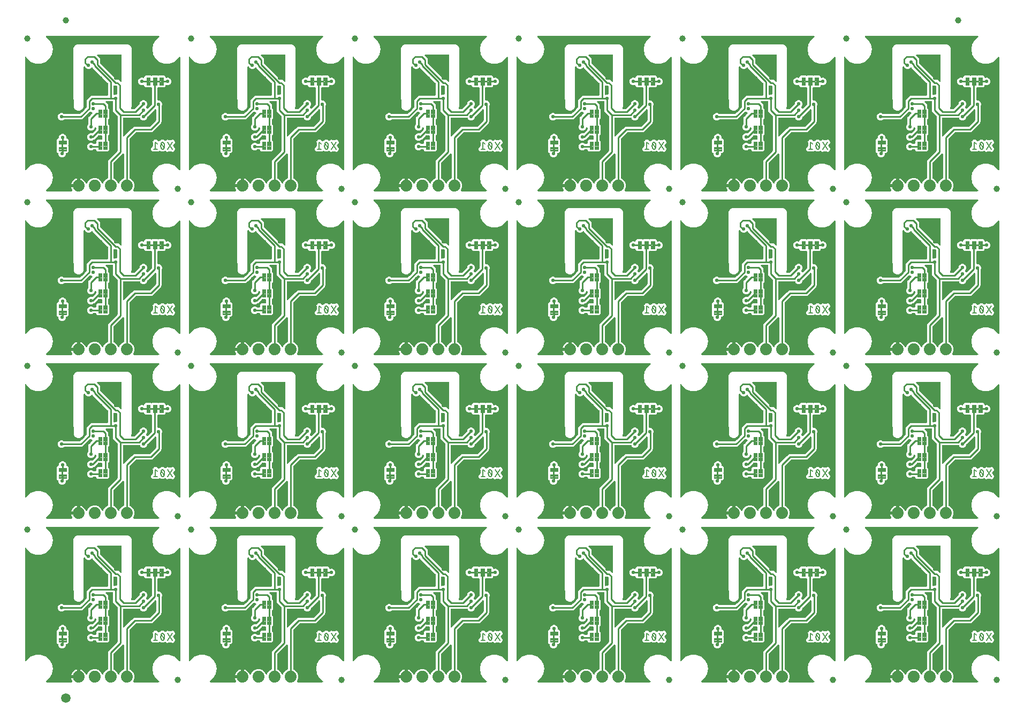
<source format=gbl>
G04 EAGLE Gerber RS-274X export*
G75*
%MOMM*%
%FSLAX34Y34*%
%LPD*%
%INBottom Copper*%
%IPPOS*%
%AMOC8*
5,1,8,0,0,1.08239X$1,22.5*%
G01*
%ADD10C,0.203200*%
%ADD11C,1.000000*%
%ADD12C,0.099059*%
%ADD13C,1.879600*%
%ADD14C,0.101600*%
%ADD15C,1.500000*%
%ADD16C,0.254000*%
%ADD17C,0.554000*%

G36*
X596125Y263150D02*
X596125Y263150D01*
X596165Y263147D01*
X596283Y263170D01*
X596401Y263185D01*
X596438Y263199D01*
X596477Y263207D01*
X596586Y263258D01*
X596697Y263302D01*
X596729Y263325D01*
X596765Y263342D01*
X596857Y263418D01*
X596954Y263488D01*
X596980Y263519D01*
X597010Y263544D01*
X597081Y263641D01*
X597157Y263733D01*
X597174Y263769D01*
X597198Y263802D01*
X597242Y263913D01*
X597293Y264021D01*
X597300Y264060D01*
X597315Y264097D01*
X597330Y264216D01*
X597352Y264333D01*
X597350Y264373D01*
X597355Y264413D01*
X597340Y264532D01*
X597333Y264651D01*
X597320Y264689D01*
X597315Y264728D01*
X597272Y264840D01*
X597235Y264953D01*
X597213Y264987D01*
X597199Y265024D01*
X597113Y265160D01*
X596849Y265523D01*
X595996Y267197D01*
X595415Y268984D01*
X595375Y269241D01*
X605790Y269241D01*
X605908Y269256D01*
X606027Y269263D01*
X606065Y269276D01*
X606105Y269281D01*
X606216Y269324D01*
X606329Y269361D01*
X606363Y269383D01*
X606401Y269398D01*
X606497Y269468D01*
X606598Y269531D01*
X606626Y269561D01*
X606658Y269584D01*
X606734Y269676D01*
X606816Y269763D01*
X606835Y269798D01*
X606861Y269829D01*
X606912Y269937D01*
X606969Y270041D01*
X606980Y270081D01*
X606997Y270117D01*
X607019Y270234D01*
X607049Y270349D01*
X607053Y270410D01*
X607057Y270430D01*
X607055Y270450D01*
X607059Y270510D01*
X607059Y271781D01*
X608330Y271781D01*
X608448Y271796D01*
X608567Y271803D01*
X608605Y271816D01*
X608645Y271821D01*
X608756Y271865D01*
X608869Y271901D01*
X608904Y271923D01*
X608941Y271938D01*
X609037Y272008D01*
X609138Y272071D01*
X609166Y272101D01*
X609199Y272125D01*
X609274Y272216D01*
X609356Y272303D01*
X609376Y272338D01*
X609401Y272370D01*
X609452Y272477D01*
X609510Y272582D01*
X609520Y272621D01*
X609537Y272657D01*
X609559Y272774D01*
X609589Y272889D01*
X609593Y272950D01*
X609597Y272970D01*
X609595Y272990D01*
X609599Y273050D01*
X609599Y283465D01*
X609856Y283425D01*
X611643Y282844D01*
X613317Y281991D01*
X614838Y280886D01*
X616166Y279558D01*
X617271Y278037D01*
X618124Y276363D01*
X618275Y275898D01*
X618288Y275871D01*
X618295Y275842D01*
X618355Y275728D01*
X618410Y275610D01*
X618429Y275587D01*
X618443Y275561D01*
X618530Y275465D01*
X618613Y275365D01*
X618637Y275348D01*
X618657Y275326D01*
X618766Y275254D01*
X618870Y275178D01*
X618898Y275167D01*
X618923Y275151D01*
X619046Y275109D01*
X619166Y275061D01*
X619196Y275057D01*
X619224Y275048D01*
X619353Y275037D01*
X619481Y275021D01*
X619511Y275025D01*
X619541Y275022D01*
X619669Y275045D01*
X619797Y275061D01*
X619825Y275072D01*
X619854Y275077D01*
X619972Y275130D01*
X620093Y275178D01*
X620117Y275195D01*
X620144Y275207D01*
X620245Y275288D01*
X620350Y275364D01*
X620369Y275387D01*
X620393Y275406D01*
X620471Y275510D01*
X620553Y275609D01*
X620566Y275636D01*
X620584Y275660D01*
X620655Y275805D01*
X621908Y278830D01*
X625410Y282332D01*
X629984Y284227D01*
X634936Y284227D01*
X639510Y282332D01*
X643012Y278830D01*
X643987Y276475D01*
X644056Y276355D01*
X644121Y276232D01*
X644135Y276217D01*
X644145Y276199D01*
X644242Y276099D01*
X644335Y275996D01*
X644352Y275985D01*
X644366Y275971D01*
X644484Y275898D01*
X644601Y275822D01*
X644620Y275815D01*
X644637Y275804D01*
X644770Y275764D01*
X644902Y275718D01*
X644922Y275717D01*
X644941Y275711D01*
X645080Y275704D01*
X645219Y275693D01*
X645239Y275697D01*
X645259Y275696D01*
X645395Y275724D01*
X645532Y275748D01*
X645551Y275756D01*
X645570Y275760D01*
X645695Y275821D01*
X645822Y275878D01*
X645838Y275891D01*
X645856Y275900D01*
X645962Y275990D01*
X646070Y276077D01*
X646083Y276093D01*
X646098Y276106D01*
X646178Y276220D01*
X646262Y276331D01*
X646274Y276356D01*
X646281Y276366D01*
X646288Y276385D01*
X646333Y276475D01*
X647308Y278830D01*
X650810Y282332D01*
X652758Y283139D01*
X652783Y283153D01*
X652811Y283163D01*
X652921Y283232D01*
X653034Y283296D01*
X653055Y283317D01*
X653080Y283333D01*
X653169Y283427D01*
X653262Y283518D01*
X653278Y283543D01*
X653298Y283564D01*
X653361Y283678D01*
X653429Y283789D01*
X653437Y283817D01*
X653452Y283843D01*
X653484Y283969D01*
X653522Y284093D01*
X653524Y284122D01*
X653531Y284151D01*
X653541Y284311D01*
X653541Y311669D01*
X668410Y326537D01*
X668470Y326615D01*
X668538Y326688D01*
X668567Y326741D01*
X668604Y326788D01*
X668644Y326879D01*
X668692Y326966D01*
X668707Y327025D01*
X668731Y327080D01*
X668746Y327178D01*
X668771Y327274D01*
X668777Y327374D01*
X668781Y327394D01*
X668779Y327407D01*
X668781Y327435D01*
X668781Y381860D01*
X668769Y381959D01*
X668766Y382058D01*
X668749Y382116D01*
X668741Y382176D01*
X668705Y382268D01*
X668677Y382363D01*
X668647Y382415D01*
X668624Y382472D01*
X668566Y382552D01*
X668516Y382637D01*
X668450Y382712D01*
X668438Y382729D01*
X668428Y382737D01*
X668410Y382758D01*
X661796Y389371D01*
X661796Y404622D01*
X661781Y404740D01*
X661774Y404859D01*
X661761Y404897D01*
X661756Y404938D01*
X661713Y405048D01*
X661676Y405161D01*
X661654Y405196D01*
X661639Y405233D01*
X661570Y405329D01*
X661506Y405430D01*
X661476Y405458D01*
X661453Y405491D01*
X661361Y405567D01*
X661274Y405648D01*
X661239Y405668D01*
X661208Y405693D01*
X661100Y405744D01*
X660996Y405802D01*
X660956Y405812D01*
X660920Y405829D01*
X660803Y405851D01*
X660688Y405881D01*
X660628Y405885D01*
X660608Y405889D01*
X660587Y405887D01*
X660527Y405891D01*
X651031Y405891D01*
X650893Y405874D01*
X650754Y405861D01*
X650735Y405854D01*
X650715Y405851D01*
X650586Y405800D01*
X650455Y405753D01*
X650438Y405742D01*
X650419Y405734D01*
X650307Y405653D01*
X650192Y405575D01*
X650178Y405559D01*
X650162Y405548D01*
X650073Y405440D01*
X649981Y405336D01*
X649972Y405318D01*
X649959Y405303D01*
X649900Y405177D01*
X649837Y405053D01*
X649832Y405033D01*
X649824Y405015D01*
X649798Y404879D01*
X649767Y404743D01*
X649768Y404722D01*
X649764Y404703D01*
X649773Y404564D01*
X649777Y404425D01*
X649782Y404405D01*
X649784Y404385D01*
X649826Y404253D01*
X649865Y404119D01*
X649875Y404102D01*
X649882Y404083D01*
X649956Y403965D01*
X650027Y403845D01*
X650045Y403824D01*
X650052Y403814D01*
X650067Y403800D01*
X650133Y403725D01*
X653543Y400315D01*
X653543Y395826D01*
X653555Y395728D01*
X653558Y395629D01*
X653575Y395570D01*
X653583Y395510D01*
X653619Y395418D01*
X653647Y395323D01*
X653677Y395271D01*
X653700Y395215D01*
X653758Y395135D01*
X653808Y395049D01*
X653874Y394974D01*
X653886Y394957D01*
X653896Y394950D01*
X653914Y394928D01*
X655448Y393395D01*
X655448Y378765D01*
X653914Y377232D01*
X653854Y377153D01*
X653786Y377081D01*
X653757Y377028D01*
X653720Y376980D01*
X653680Y376889D01*
X653632Y376803D01*
X653617Y376744D01*
X653593Y376688D01*
X653578Y376590D01*
X653553Y376495D01*
X653547Y376395D01*
X653543Y376374D01*
X653545Y376362D01*
X653543Y376334D01*
X653543Y370426D01*
X653555Y370328D01*
X653558Y370229D01*
X653575Y370170D01*
X653583Y370110D01*
X653619Y370018D01*
X653647Y369923D01*
X653677Y369871D01*
X653700Y369815D01*
X653758Y369735D01*
X653808Y369649D01*
X653874Y369574D01*
X653886Y369557D01*
X653896Y369550D01*
X653914Y369528D01*
X655448Y367995D01*
X655448Y353365D01*
X653914Y351832D01*
X653854Y351753D01*
X653786Y351681D01*
X653757Y351628D01*
X653720Y351580D01*
X653680Y351489D01*
X653632Y351403D01*
X653617Y351344D01*
X653593Y351288D01*
X653578Y351190D01*
X653553Y351095D01*
X653547Y350995D01*
X653543Y350974D01*
X653545Y350962D01*
X653543Y350934D01*
X653543Y345026D01*
X653555Y344928D01*
X653558Y344829D01*
X653575Y344770D01*
X653583Y344710D01*
X653619Y344618D01*
X653647Y344523D01*
X653677Y344471D01*
X653700Y344415D01*
X653758Y344335D01*
X653808Y344249D01*
X653874Y344174D01*
X653886Y344157D01*
X653896Y344150D01*
X653914Y344128D01*
X655448Y342595D01*
X655448Y327965D01*
X653364Y325881D01*
X636956Y325881D01*
X634872Y327965D01*
X634872Y328422D01*
X634857Y328540D01*
X634850Y328659D01*
X634837Y328697D01*
X634832Y328738D01*
X634789Y328848D01*
X634752Y328961D01*
X634730Y328996D01*
X634715Y329033D01*
X634646Y329129D01*
X634582Y329230D01*
X634552Y329258D01*
X634529Y329291D01*
X634437Y329367D01*
X634350Y329448D01*
X634315Y329468D01*
X634284Y329493D01*
X634176Y329544D01*
X634072Y329602D01*
X634032Y329612D01*
X633996Y329629D01*
X633879Y329651D01*
X633764Y329681D01*
X633704Y329685D01*
X633684Y329689D01*
X633663Y329687D01*
X633603Y329691D01*
X631181Y329691D01*
X631083Y329679D01*
X630984Y329676D01*
X630925Y329659D01*
X630865Y329651D01*
X630773Y329615D01*
X630678Y329587D01*
X630626Y329557D01*
X630570Y329534D01*
X630490Y329476D01*
X630404Y329426D01*
X630329Y329360D01*
X630312Y329348D01*
X630305Y329338D01*
X630283Y329320D01*
X630041Y329077D01*
X627902Y328191D01*
X625588Y328191D01*
X623449Y329077D01*
X621812Y330714D01*
X620926Y332853D01*
X620926Y335167D01*
X621812Y337306D01*
X623449Y338943D01*
X625588Y339829D01*
X627902Y339829D01*
X630041Y338943D01*
X630283Y338700D01*
X630362Y338640D01*
X630434Y338572D01*
X630487Y338543D01*
X630535Y338506D01*
X630626Y338466D01*
X630712Y338418D01*
X630771Y338403D01*
X630827Y338379D01*
X630925Y338364D01*
X631020Y338339D01*
X631120Y338333D01*
X631141Y338329D01*
X631153Y338331D01*
X631181Y338329D01*
X633603Y338329D01*
X633721Y338344D01*
X633840Y338351D01*
X633878Y338364D01*
X633919Y338369D01*
X634029Y338412D01*
X634142Y338449D01*
X634177Y338471D01*
X634214Y338486D01*
X634310Y338555D01*
X634411Y338619D01*
X634439Y338649D01*
X634472Y338672D01*
X634548Y338764D01*
X634629Y338851D01*
X634649Y338886D01*
X634674Y338917D01*
X634725Y339025D01*
X634783Y339129D01*
X634793Y339169D01*
X634810Y339205D01*
X634832Y339322D01*
X634862Y339437D01*
X634866Y339497D01*
X634870Y339517D01*
X634868Y339538D01*
X634872Y339598D01*
X634872Y342595D01*
X636956Y344679D01*
X643636Y344679D01*
X643754Y344694D01*
X643873Y344701D01*
X643911Y344714D01*
X643952Y344719D01*
X644062Y344762D01*
X644175Y344799D01*
X644210Y344821D01*
X644247Y344836D01*
X644343Y344905D01*
X644444Y344969D01*
X644472Y344999D01*
X644505Y345022D01*
X644581Y345114D01*
X644662Y345201D01*
X644682Y345236D01*
X644707Y345267D01*
X644758Y345375D01*
X644816Y345479D01*
X644826Y345519D01*
X644843Y345555D01*
X644865Y345672D01*
X644895Y345787D01*
X644899Y345847D01*
X644903Y345867D01*
X644901Y345888D01*
X644905Y345948D01*
X644905Y350012D01*
X644890Y350130D01*
X644883Y350249D01*
X644870Y350287D01*
X644865Y350328D01*
X644822Y350438D01*
X644785Y350551D01*
X644763Y350586D01*
X644748Y350623D01*
X644679Y350719D01*
X644615Y350820D01*
X644585Y350848D01*
X644562Y350881D01*
X644470Y350957D01*
X644383Y351038D01*
X644348Y351058D01*
X644317Y351083D01*
X644209Y351134D01*
X644105Y351192D01*
X644065Y351202D01*
X644029Y351219D01*
X643912Y351241D01*
X643797Y351271D01*
X643737Y351275D01*
X643717Y351279D01*
X643696Y351277D01*
X643636Y351281D01*
X638331Y351281D01*
X638232Y351269D01*
X638133Y351266D01*
X638075Y351249D01*
X638015Y351241D01*
X637923Y351205D01*
X637828Y351177D01*
X637776Y351147D01*
X637719Y351124D01*
X637639Y351066D01*
X637554Y351016D01*
X637479Y350950D01*
X637462Y350938D01*
X637454Y350928D01*
X637433Y350910D01*
X634356Y347833D01*
X631455Y344931D01*
X631181Y344931D01*
X631083Y344919D01*
X630984Y344916D01*
X630925Y344899D01*
X630865Y344891D01*
X630773Y344855D01*
X630678Y344827D01*
X630626Y344797D01*
X630570Y344774D01*
X630490Y344716D01*
X630404Y344666D01*
X630329Y344600D01*
X630312Y344588D01*
X630305Y344578D01*
X630283Y344560D01*
X630041Y344317D01*
X627902Y343431D01*
X625588Y343431D01*
X623449Y344317D01*
X621812Y345954D01*
X620926Y348093D01*
X620926Y350407D01*
X621812Y352546D01*
X623449Y354183D01*
X625588Y355069D01*
X627902Y355069D01*
X628162Y354961D01*
X628190Y354954D01*
X628216Y354940D01*
X628343Y354912D01*
X628468Y354877D01*
X628498Y354877D01*
X628527Y354870D01*
X628656Y354874D01*
X628786Y354872D01*
X628815Y354879D01*
X628845Y354880D01*
X628969Y354916D01*
X629096Y354946D01*
X629122Y354960D01*
X629150Y354969D01*
X629262Y355034D01*
X629377Y355095D01*
X629399Y355115D01*
X629424Y355130D01*
X629545Y355236D01*
X634501Y360192D01*
X634561Y360270D01*
X634629Y360342D01*
X634658Y360395D01*
X634695Y360443D01*
X634735Y360534D01*
X634783Y360621D01*
X634798Y360680D01*
X634822Y360735D01*
X634837Y360833D01*
X634862Y360929D01*
X634868Y361029D01*
X634872Y361049D01*
X634870Y361062D01*
X634872Y361090D01*
X634872Y362803D01*
X634864Y362872D01*
X634865Y362942D01*
X634844Y363029D01*
X634832Y363119D01*
X634807Y363183D01*
X634790Y363251D01*
X634748Y363331D01*
X634715Y363414D01*
X634674Y363471D01*
X634642Y363532D01*
X634581Y363599D01*
X634529Y363672D01*
X634475Y363716D01*
X634428Y363768D01*
X634353Y363817D01*
X634284Y363874D01*
X634220Y363904D01*
X634162Y363942D01*
X634077Y363972D01*
X633996Y364010D01*
X633927Y364023D01*
X633861Y364046D01*
X633772Y364053D01*
X633684Y364070D01*
X633614Y364065D01*
X633544Y364071D01*
X633456Y364055D01*
X633366Y364050D01*
X633300Y364028D01*
X633231Y364016D01*
X633149Y363980D01*
X633064Y363952D01*
X633005Y363915D01*
X632941Y363886D01*
X632871Y363830D01*
X632795Y363782D01*
X632747Y363731D01*
X632693Y363687D01*
X632638Y363616D01*
X632577Y363550D01*
X632543Y363489D01*
X632501Y363433D01*
X632430Y363289D01*
X631678Y361472D01*
X630041Y359835D01*
X627902Y358949D01*
X625588Y358949D01*
X623449Y359835D01*
X621812Y361472D01*
X620926Y363611D01*
X620926Y365925D01*
X621812Y368064D01*
X622055Y368306D01*
X622115Y368385D01*
X622183Y368457D01*
X622212Y368510D01*
X622249Y368558D01*
X622289Y368649D01*
X622337Y368735D01*
X622352Y368794D01*
X622376Y368850D01*
X622391Y368948D01*
X622416Y369043D01*
X622422Y369143D01*
X622426Y369164D01*
X622424Y369176D01*
X622426Y369204D01*
X622426Y379614D01*
X628785Y385972D01*
X628815Y386012D01*
X628852Y386045D01*
X628912Y386137D01*
X628980Y386224D01*
X629000Y386269D01*
X629027Y386311D01*
X629062Y386415D01*
X629106Y386516D01*
X629114Y386565D01*
X629130Y386612D01*
X629139Y386721D01*
X629156Y386830D01*
X629151Y386879D01*
X629155Y386929D01*
X629136Y387037D01*
X629126Y387146D01*
X629109Y387193D01*
X629101Y387242D01*
X629056Y387342D01*
X629019Y387446D01*
X628991Y387487D01*
X628970Y387532D01*
X628902Y387618D01*
X628840Y387709D01*
X628803Y387742D01*
X628772Y387780D01*
X628684Y387847D01*
X628602Y387919D01*
X628557Y387942D01*
X628518Y387972D01*
X628373Y388043D01*
X626624Y388767D01*
X626582Y388809D01*
X626488Y388882D01*
X626399Y388961D01*
X626363Y388979D01*
X626331Y389004D01*
X626221Y389051D01*
X626115Y389106D01*
X626076Y389114D01*
X626039Y389131D01*
X625921Y389149D01*
X625805Y389175D01*
X625765Y389174D01*
X625725Y389180D01*
X625606Y389169D01*
X625487Y389166D01*
X625448Y389154D01*
X625408Y389151D01*
X625296Y389110D01*
X625182Y389077D01*
X625147Y389057D01*
X625109Y389043D01*
X625010Y388976D01*
X624908Y388916D01*
X624862Y388876D01*
X624846Y388864D01*
X624832Y388849D01*
X624787Y388809D01*
X612659Y376681D01*
X584826Y376681D01*
X584728Y376669D01*
X584629Y376666D01*
X584570Y376649D01*
X584510Y376641D01*
X584418Y376605D01*
X584323Y376577D01*
X584271Y376547D01*
X584215Y376524D01*
X584135Y376466D01*
X584049Y376416D01*
X583974Y376350D01*
X583957Y376338D01*
X583950Y376328D01*
X583928Y376310D01*
X583686Y376067D01*
X581547Y375181D01*
X579233Y375181D01*
X577094Y376067D01*
X575457Y377704D01*
X574571Y379843D01*
X574571Y382157D01*
X575457Y384296D01*
X577094Y385933D01*
X579233Y386819D01*
X581547Y386819D01*
X583686Y385933D01*
X583928Y385690D01*
X584007Y385630D01*
X584079Y385562D01*
X584132Y385533D01*
X584180Y385496D01*
X584271Y385456D01*
X584357Y385408D01*
X584416Y385393D01*
X584472Y385369D01*
X584570Y385354D01*
X584665Y385329D01*
X584765Y385323D01*
X584786Y385319D01*
X584798Y385321D01*
X584826Y385319D01*
X608555Y385319D01*
X608654Y385331D01*
X608753Y385334D01*
X608811Y385351D01*
X608871Y385359D01*
X608963Y385395D01*
X609058Y385423D01*
X609110Y385453D01*
X609167Y385476D01*
X609247Y385534D01*
X609332Y385584D01*
X609407Y385650D01*
X609424Y385662D01*
X609432Y385672D01*
X609453Y385690D01*
X619515Y395752D01*
X619575Y395830D01*
X619643Y395903D01*
X619672Y395956D01*
X619709Y396003D01*
X619749Y396094D01*
X619797Y396181D01*
X619812Y396240D01*
X619836Y396295D01*
X619851Y396393D01*
X619876Y396489D01*
X619882Y396589D01*
X619886Y396609D01*
X619884Y396622D01*
X619886Y396650D01*
X619886Y407554D01*
X626861Y414529D01*
X652272Y414529D01*
X652390Y414544D01*
X652509Y414551D01*
X652547Y414564D01*
X652588Y414569D01*
X652698Y414612D01*
X652811Y414649D01*
X652846Y414671D01*
X652883Y414686D01*
X652979Y414755D01*
X653080Y414819D01*
X653108Y414849D01*
X653141Y414872D01*
X653217Y414964D01*
X653298Y415051D01*
X653318Y415086D01*
X653343Y415117D01*
X653394Y415225D01*
X653452Y415329D01*
X653462Y415369D01*
X653479Y415405D01*
X653501Y415522D01*
X653531Y415637D01*
X653535Y415697D01*
X653539Y415717D01*
X653537Y415738D01*
X653541Y415798D01*
X653541Y433930D01*
X653529Y434029D01*
X653526Y434128D01*
X653509Y434186D01*
X653501Y434246D01*
X653465Y434338D01*
X653437Y434433D01*
X653407Y434485D01*
X653384Y434542D01*
X653326Y434622D01*
X653276Y434707D01*
X653210Y434782D01*
X653198Y434799D01*
X653188Y434807D01*
X653170Y434828D01*
X631043Y456955D01*
X629338Y458659D01*
X629244Y458732D01*
X629155Y458811D01*
X629119Y458829D01*
X629087Y458854D01*
X628977Y458902D01*
X628872Y458956D01*
X628832Y458964D01*
X628795Y458981D01*
X628677Y458999D01*
X628561Y459025D01*
X628521Y459024D01*
X628481Y459030D01*
X628362Y459019D01*
X628243Y459016D01*
X628205Y459004D01*
X628164Y459001D01*
X628052Y458960D01*
X627938Y458927D01*
X627903Y458907D01*
X627865Y458893D01*
X627766Y458826D01*
X627664Y458766D01*
X627619Y458726D01*
X627602Y458714D01*
X627588Y458699D01*
X627543Y458659D01*
X626231Y457347D01*
X624092Y456461D01*
X621778Y456461D01*
X619639Y457347D01*
X618002Y458984D01*
X617551Y460074D01*
X617516Y460135D01*
X617490Y460200D01*
X617438Y460272D01*
X617393Y460350D01*
X617345Y460400D01*
X617304Y460457D01*
X617234Y460514D01*
X617172Y460579D01*
X617112Y460615D01*
X617059Y460660D01*
X616977Y460698D01*
X616901Y460745D01*
X616834Y460766D01*
X616771Y460795D01*
X616683Y460812D01*
X616597Y460839D01*
X616527Y460842D01*
X616458Y460855D01*
X616369Y460849D01*
X616279Y460854D01*
X616211Y460840D01*
X616141Y460835D01*
X616056Y460808D01*
X615968Y460789D01*
X615905Y460759D01*
X615839Y460737D01*
X615763Y460689D01*
X615682Y460650D01*
X615629Y460604D01*
X615570Y460567D01*
X615508Y460502D01*
X615440Y460443D01*
X615400Y460386D01*
X615352Y460335D01*
X615309Y460257D01*
X615257Y460183D01*
X615232Y460118D01*
X615198Y460057D01*
X615176Y459970D01*
X615144Y459886D01*
X615136Y459816D01*
X615119Y459749D01*
X615109Y459588D01*
X615109Y397179D01*
X613883Y394221D01*
X611619Y391957D01*
X608661Y390731D01*
X605459Y390731D01*
X602501Y391957D01*
X600237Y394221D01*
X599011Y397179D01*
X599011Y489281D01*
X600237Y492239D01*
X602501Y494503D01*
X605459Y495729D01*
X684861Y495729D01*
X687819Y494503D01*
X690083Y492239D01*
X691309Y489281D01*
X691309Y397179D01*
X690279Y394694D01*
X690266Y394646D01*
X690245Y394601D01*
X690224Y394493D01*
X690195Y394387D01*
X690195Y394337D01*
X690185Y394288D01*
X690192Y394179D01*
X690190Y394069D01*
X690202Y394021D01*
X690205Y393971D01*
X690239Y393867D01*
X690264Y393760D01*
X690288Y393716D01*
X690303Y393669D01*
X690362Y393576D01*
X690413Y393479D01*
X690447Y393442D01*
X690473Y393400D01*
X690553Y393325D01*
X690627Y393243D01*
X690669Y393216D01*
X690705Y393182D01*
X690801Y393129D01*
X690893Y393069D01*
X690940Y393052D01*
X690983Y393028D01*
X691090Y393001D01*
X691194Y392965D01*
X691243Y392961D01*
X691291Y392949D01*
X691452Y392939D01*
X694915Y392939D01*
X695014Y392951D01*
X695113Y392954D01*
X695171Y392971D01*
X695231Y392979D01*
X695323Y393015D01*
X695418Y393043D01*
X695470Y393073D01*
X695527Y393096D01*
X695607Y393154D01*
X695692Y393204D01*
X695767Y393270D01*
X695784Y393282D01*
X695792Y393292D01*
X695813Y393310D01*
X703740Y401237D01*
X703800Y401315D01*
X703868Y401388D01*
X703897Y401441D01*
X703934Y401488D01*
X703974Y401579D01*
X704022Y401666D01*
X704037Y401725D01*
X704061Y401780D01*
X704076Y401878D01*
X704101Y401974D01*
X704107Y402074D01*
X704111Y402094D01*
X704109Y402107D01*
X704111Y402135D01*
X704111Y402477D01*
X704997Y404616D01*
X706634Y406253D01*
X708773Y407139D01*
X711087Y407139D01*
X713226Y406253D01*
X714863Y404616D01*
X715749Y402477D01*
X715749Y400163D01*
X714863Y398024D01*
X713976Y397137D01*
X713903Y397043D01*
X713825Y396954D01*
X713806Y396918D01*
X713781Y396886D01*
X713734Y396777D01*
X713680Y396671D01*
X713671Y396632D01*
X713655Y396594D01*
X713636Y396477D01*
X713610Y396361D01*
X713612Y396320D01*
X713605Y396280D01*
X713616Y396162D01*
X713620Y396043D01*
X713631Y396004D01*
X713635Y395964D01*
X713675Y395852D01*
X713708Y395737D01*
X713729Y395702D01*
X713743Y395664D01*
X713810Y395566D01*
X713870Y395463D01*
X713910Y395418D01*
X713921Y395401D01*
X713937Y395388D01*
X713976Y395342D01*
X714887Y394432D01*
X714923Y394379D01*
X714978Y394283D01*
X715012Y394248D01*
X715040Y394206D01*
X715122Y394134D01*
X715199Y394055D01*
X715241Y394029D01*
X715278Y393996D01*
X715376Y393946D01*
X715470Y393889D01*
X715517Y393874D01*
X715562Y393851D01*
X715669Y393827D01*
X715774Y393795D01*
X715824Y393793D01*
X715872Y393782D01*
X715982Y393785D01*
X716091Y393780D01*
X716140Y393790D01*
X716190Y393791D01*
X716295Y393822D01*
X716403Y393844D01*
X716448Y393866D01*
X716495Y393880D01*
X716590Y393936D01*
X716689Y393984D01*
X716727Y394016D01*
X716769Y394041D01*
X716890Y394148D01*
X723020Y400277D01*
X723080Y400355D01*
X723148Y400428D01*
X723177Y400481D01*
X723214Y400528D01*
X723254Y400619D01*
X723302Y400706D01*
X723317Y400765D01*
X723341Y400820D01*
X723356Y400918D01*
X723381Y401014D01*
X723387Y401114D01*
X723391Y401134D01*
X723389Y401147D01*
X723391Y401175D01*
X723391Y426238D01*
X723374Y426376D01*
X723361Y426515D01*
X723354Y426533D01*
X723351Y426553D01*
X723300Y426683D01*
X723253Y426814D01*
X723242Y426830D01*
X723234Y426849D01*
X723153Y426962D01*
X723074Y427077D01*
X723059Y427090D01*
X723048Y427106D01*
X722940Y427195D01*
X722836Y427287D01*
X722818Y427296D01*
X722803Y427309D01*
X722677Y427368D01*
X722552Y427432D01*
X722533Y427436D01*
X722515Y427445D01*
X722378Y427471D01*
X722242Y427501D01*
X722222Y427501D01*
X722203Y427504D01*
X722064Y427496D01*
X721924Y427491D01*
X721905Y427486D01*
X721885Y427485D01*
X721875Y427481D01*
X713021Y427481D01*
X710945Y429557D01*
X710945Y430155D01*
X710939Y430204D01*
X710941Y430254D01*
X710919Y430361D01*
X710905Y430470D01*
X710887Y430517D01*
X710877Y430565D01*
X710829Y430664D01*
X710788Y430766D01*
X710759Y430806D01*
X710737Y430851D01*
X710666Y430935D01*
X710602Y431024D01*
X710563Y431055D01*
X710531Y431093D01*
X710441Y431156D01*
X710357Y431226D01*
X710312Y431248D01*
X710271Y431276D01*
X710168Y431315D01*
X710069Y431362D01*
X710020Y431371D01*
X709974Y431389D01*
X709864Y431401D01*
X709757Y431422D01*
X709707Y431419D01*
X709658Y431424D01*
X709549Y431409D01*
X709439Y431402D01*
X709392Y431387D01*
X709343Y431380D01*
X709190Y431328D01*
X708547Y431061D01*
X706233Y431061D01*
X704094Y431947D01*
X702457Y433584D01*
X701571Y435723D01*
X701571Y438037D01*
X702457Y440176D01*
X704094Y441813D01*
X706233Y442699D01*
X708547Y442699D01*
X709190Y442432D01*
X709238Y442419D01*
X709283Y442398D01*
X709391Y442378D01*
X709497Y442348D01*
X709547Y442348D01*
X709596Y442338D01*
X709705Y442345D01*
X709815Y442343D01*
X709863Y442355D01*
X709913Y442358D01*
X710017Y442392D01*
X710124Y442418D01*
X710168Y442441D01*
X710215Y442456D01*
X710308Y442515D01*
X710405Y442566D01*
X710442Y442600D01*
X710484Y442626D01*
X710559Y442706D01*
X710641Y442780D01*
X710668Y442822D01*
X710702Y442858D01*
X710755Y442954D01*
X710815Y443046D01*
X710832Y443093D01*
X710856Y443136D01*
X710883Y443243D01*
X710919Y443347D01*
X710923Y443396D01*
X710935Y443444D01*
X710945Y443605D01*
X710945Y444203D01*
X713021Y446279D01*
X721571Y446279D01*
X721605Y446244D01*
X721700Y446171D01*
X721700Y446170D01*
X721711Y446160D01*
X721713Y446159D01*
X721789Y446092D01*
X721825Y446074D01*
X721857Y446049D01*
X721966Y446002D01*
X722072Y445948D01*
X722112Y445939D01*
X722149Y445923D01*
X722266Y445904D01*
X722382Y445878D01*
X722423Y445879D01*
X722463Y445873D01*
X722581Y445884D01*
X722700Y445888D01*
X722739Y445899D01*
X722779Y445903D01*
X722892Y445943D01*
X723006Y445976D01*
X723040Y445996D01*
X723079Y446010D01*
X723177Y446077D01*
X723280Y446138D01*
X723325Y446177D01*
X723342Y446189D01*
X723355Y446204D01*
X723400Y446244D01*
X723435Y446279D01*
X731985Y446279D01*
X732019Y446244D01*
X732114Y446171D01*
X732114Y446170D01*
X732125Y446160D01*
X732127Y446159D01*
X732203Y446092D01*
X732239Y446074D01*
X732271Y446049D01*
X732380Y446002D01*
X732486Y445948D01*
X732526Y445939D01*
X732563Y445923D01*
X732680Y445904D01*
X732796Y445878D01*
X732837Y445879D01*
X732877Y445873D01*
X732995Y445884D01*
X733114Y445888D01*
X733153Y445899D01*
X733193Y445903D01*
X733306Y445943D01*
X733420Y445976D01*
X733454Y445996D01*
X733493Y446010D01*
X733591Y446077D01*
X733694Y446138D01*
X733739Y446177D01*
X733756Y446189D01*
X733769Y446204D01*
X733814Y446244D01*
X733849Y446279D01*
X742399Y446279D01*
X744475Y444203D01*
X744475Y443605D01*
X744481Y443556D01*
X744479Y443506D01*
X744501Y443399D01*
X744515Y443290D01*
X744533Y443243D01*
X744543Y443195D01*
X744591Y443096D01*
X744632Y442994D01*
X744661Y442954D01*
X744683Y442909D01*
X744754Y442825D01*
X744818Y442736D01*
X744857Y442705D01*
X744889Y442667D01*
X744979Y442604D01*
X745063Y442534D01*
X745108Y442512D01*
X745149Y442484D01*
X745252Y442445D01*
X745351Y442398D01*
X745400Y442389D01*
X745446Y442371D01*
X745556Y442359D01*
X745663Y442338D01*
X745713Y442341D01*
X745762Y442336D01*
X745871Y442351D01*
X745981Y442358D01*
X746028Y442373D01*
X746077Y442380D01*
X746230Y442432D01*
X746873Y442699D01*
X749187Y442699D01*
X751326Y441813D01*
X752963Y440176D01*
X753849Y438037D01*
X753849Y435723D01*
X752963Y433584D01*
X751326Y431947D01*
X749187Y431061D01*
X746873Y431061D01*
X746230Y431328D01*
X746182Y431341D01*
X746137Y431362D01*
X746029Y431382D01*
X745923Y431412D01*
X745873Y431412D01*
X745824Y431422D01*
X745715Y431415D01*
X745605Y431417D01*
X745557Y431405D01*
X745507Y431402D01*
X745403Y431368D01*
X745296Y431342D01*
X745252Y431319D01*
X745205Y431304D01*
X745112Y431245D01*
X745015Y431194D01*
X744978Y431160D01*
X744936Y431134D01*
X744861Y431054D01*
X744779Y430980D01*
X744752Y430938D01*
X744718Y430902D01*
X744665Y430806D01*
X744605Y430714D01*
X744588Y430667D01*
X744564Y430624D01*
X744537Y430517D01*
X744501Y430413D01*
X744497Y430364D01*
X744485Y430316D01*
X744475Y430155D01*
X744475Y429557D01*
X742399Y427481D01*
X733499Y427481D01*
X733378Y427504D01*
X733359Y427503D01*
X733339Y427506D01*
X733200Y427493D01*
X733061Y427485D01*
X733042Y427478D01*
X733022Y427477D01*
X732891Y427429D01*
X732759Y427387D01*
X732742Y427376D01*
X732723Y427369D01*
X732608Y427291D01*
X732490Y427216D01*
X732476Y427202D01*
X732460Y427191D01*
X732367Y427086D01*
X732272Y426985D01*
X732262Y426967D01*
X732249Y426952D01*
X732186Y426828D01*
X732118Y426706D01*
X732113Y426687D01*
X732104Y426669D01*
X732074Y426533D01*
X732039Y426398D01*
X732037Y426371D01*
X732035Y426359D01*
X732035Y426339D01*
X732029Y426238D01*
X732029Y407892D01*
X732044Y407774D01*
X732051Y407656D01*
X732064Y407617D01*
X732069Y407577D01*
X732112Y407466D01*
X732149Y407353D01*
X732171Y407319D01*
X732186Y407281D01*
X732255Y407185D01*
X732319Y407084D01*
X732349Y407057D01*
X732372Y407024D01*
X732464Y406948D01*
X732551Y406866D01*
X732586Y406847D01*
X732617Y406821D01*
X732725Y406770D01*
X732829Y406713D01*
X732869Y406703D01*
X732905Y406686D01*
X733022Y406663D01*
X733137Y406633D01*
X733197Y406630D01*
X733217Y406626D01*
X733238Y406627D01*
X733298Y406623D01*
X734812Y406623D01*
X736951Y405737D01*
X738588Y404101D01*
X739474Y401962D01*
X739474Y399647D01*
X738505Y397309D01*
X738468Y397242D01*
X738453Y397184D01*
X738429Y397128D01*
X738414Y397030D01*
X738389Y396934D01*
X738383Y396834D01*
X738379Y396814D01*
X738381Y396802D01*
X738379Y396774D01*
X738379Y371591D01*
X723149Y356361D01*
X698275Y356361D01*
X698176Y356349D01*
X698077Y356346D01*
X698019Y356329D01*
X697959Y356321D01*
X697867Y356285D01*
X697772Y356257D01*
X697720Y356227D01*
X697663Y356204D01*
X697583Y356146D01*
X697498Y356096D01*
X697423Y356030D01*
X697406Y356018D01*
X697398Y356008D01*
X697377Y355990D01*
X687950Y346563D01*
X687890Y346485D01*
X687822Y346412D01*
X687793Y346359D01*
X687756Y346312D01*
X687716Y346221D01*
X687668Y346134D01*
X687653Y346075D01*
X687629Y346020D01*
X687614Y345922D01*
X687589Y345826D01*
X687583Y345737D01*
X687581Y345726D01*
X687582Y345720D01*
X687579Y345706D01*
X687581Y345693D01*
X687579Y345665D01*
X687579Y284311D01*
X687582Y284282D01*
X687580Y284253D01*
X687602Y284125D01*
X687619Y283996D01*
X687629Y283969D01*
X687634Y283939D01*
X687688Y283821D01*
X687736Y283700D01*
X687753Y283676D01*
X687765Y283649D01*
X687846Y283548D01*
X687922Y283443D01*
X687945Y283424D01*
X687964Y283401D01*
X688067Y283323D01*
X688167Y283240D01*
X688194Y283227D01*
X688218Y283210D01*
X688362Y283139D01*
X690310Y282332D01*
X693812Y278830D01*
X695707Y274256D01*
X695707Y269304D01*
X693882Y264900D01*
X693869Y264852D01*
X693848Y264807D01*
X693827Y264699D01*
X693798Y264593D01*
X693798Y264543D01*
X693788Y264494D01*
X693795Y264385D01*
X693793Y264275D01*
X693805Y264227D01*
X693808Y264177D01*
X693842Y264073D01*
X693867Y263966D01*
X693891Y263922D01*
X693906Y263875D01*
X693965Y263782D01*
X694016Y263685D01*
X694050Y263648D01*
X694076Y263606D01*
X694156Y263531D01*
X694230Y263449D01*
X694272Y263422D01*
X694308Y263388D01*
X694404Y263335D01*
X694496Y263275D01*
X694543Y263258D01*
X694586Y263234D01*
X694693Y263207D01*
X694797Y263171D01*
X694846Y263167D01*
X694894Y263155D01*
X695055Y263145D01*
X733529Y263145D01*
X733564Y263149D01*
X733600Y263147D01*
X733722Y263169D01*
X733845Y263185D01*
X733878Y263198D01*
X733913Y263204D01*
X734025Y263256D01*
X734141Y263302D01*
X734169Y263322D01*
X734201Y263337D01*
X734298Y263416D01*
X734398Y263488D01*
X734420Y263516D01*
X734448Y263538D01*
X734521Y263638D01*
X734601Y263733D01*
X734616Y263765D01*
X734637Y263794D01*
X734683Y263909D01*
X734736Y264021D01*
X734743Y264056D01*
X734756Y264089D01*
X734773Y264212D01*
X734796Y264333D01*
X734794Y264369D01*
X734799Y264404D01*
X734784Y264527D01*
X734776Y264651D01*
X734765Y264685D01*
X734761Y264720D01*
X734716Y264835D01*
X734678Y264953D01*
X734659Y264983D01*
X734646Y265016D01*
X734575Y265117D01*
X734508Y265222D01*
X734482Y265246D01*
X734462Y265275D01*
X734345Y265386D01*
X729175Y269724D01*
X725189Y276629D01*
X723805Y284480D01*
X725189Y292331D01*
X729175Y299235D01*
X735282Y304360D01*
X742774Y307087D01*
X750746Y307087D01*
X758238Y304360D01*
X764345Y299236D01*
X765727Y296842D01*
X765815Y296726D01*
X765900Y296608D01*
X765911Y296599D01*
X765919Y296589D01*
X766033Y296498D01*
X766145Y296405D01*
X766158Y296399D01*
X766168Y296391D01*
X766302Y296331D01*
X766433Y296270D01*
X766446Y296267D01*
X766459Y296262D01*
X766603Y296237D01*
X766746Y296210D01*
X766759Y296211D01*
X766772Y296208D01*
X766918Y296221D01*
X767063Y296230D01*
X767076Y296234D01*
X767089Y296235D01*
X767227Y296283D01*
X767365Y296328D01*
X767377Y296335D01*
X767390Y296339D01*
X767511Y296420D01*
X767634Y296498D01*
X767643Y296508D01*
X767655Y296515D01*
X767752Y296623D01*
X767852Y296729D01*
X767859Y296741D01*
X767868Y296751D01*
X767935Y296881D01*
X768006Y297008D01*
X768009Y297021D01*
X768015Y297033D01*
X768049Y297175D01*
X768085Y297316D01*
X768086Y297334D01*
X768088Y297343D01*
X768088Y297360D01*
X768095Y297477D01*
X768095Y474683D01*
X768077Y474828D01*
X768062Y474973D01*
X768057Y474986D01*
X768055Y474999D01*
X768002Y475134D01*
X767951Y475271D01*
X767943Y475282D01*
X767938Y475295D01*
X767853Y475413D01*
X767770Y475532D01*
X767760Y475541D01*
X767752Y475552D01*
X767639Y475645D01*
X767529Y475740D01*
X767517Y475746D01*
X767507Y475755D01*
X767375Y475817D01*
X767244Y475882D01*
X767231Y475885D01*
X767219Y475890D01*
X767077Y475917D01*
X766933Y475948D01*
X766920Y475948D01*
X766907Y475950D01*
X766762Y475941D01*
X766616Y475935D01*
X766603Y475931D01*
X766589Y475930D01*
X766451Y475886D01*
X766311Y475843D01*
X766299Y475836D01*
X766287Y475832D01*
X766164Y475755D01*
X766039Y475679D01*
X766029Y475669D01*
X766018Y475662D01*
X765918Y475556D01*
X765816Y475452D01*
X765806Y475437D01*
X765800Y475431D01*
X765792Y475416D01*
X765727Y475318D01*
X764345Y472925D01*
X758238Y467800D01*
X750746Y465073D01*
X742774Y465073D01*
X735282Y467800D01*
X729175Y472924D01*
X725189Y479829D01*
X723805Y487680D01*
X725189Y495531D01*
X729175Y502435D01*
X734345Y506774D01*
X734369Y506800D01*
X734398Y506820D01*
X734477Y506916D01*
X734561Y507007D01*
X734578Y507038D01*
X734601Y507065D01*
X734654Y507178D01*
X734713Y507287D01*
X734721Y507321D01*
X734736Y507353D01*
X734759Y507475D01*
X734790Y507595D01*
X734789Y507631D01*
X734796Y507666D01*
X734788Y507789D01*
X734787Y507913D01*
X734778Y507948D01*
X734776Y507983D01*
X734738Y508101D01*
X734706Y508221D01*
X734689Y508252D01*
X734678Y508285D01*
X734612Y508390D01*
X734551Y508499D01*
X734527Y508524D01*
X734508Y508554D01*
X734418Y508639D01*
X734332Y508729D01*
X734302Y508748D01*
X734276Y508772D01*
X734168Y508832D01*
X734063Y508898D01*
X734029Y508909D01*
X733998Y508926D01*
X733878Y508957D01*
X733760Y508994D01*
X733724Y508996D01*
X733690Y509005D01*
X733529Y509015D01*
X556791Y509015D01*
X556755Y509011D01*
X556720Y509013D01*
X556598Y508991D01*
X556475Y508975D01*
X556442Y508962D01*
X556407Y508956D01*
X556295Y508904D01*
X556179Y508858D01*
X556151Y508838D01*
X556119Y508823D01*
X556022Y508744D01*
X555922Y508672D01*
X555899Y508644D01*
X555872Y508622D01*
X555799Y508522D01*
X555719Y508427D01*
X555704Y508395D01*
X555683Y508366D01*
X555637Y508251D01*
X555584Y508139D01*
X555577Y508104D01*
X555564Y508071D01*
X555547Y507948D01*
X555524Y507827D01*
X555526Y507791D01*
X555521Y507756D01*
X555536Y507633D01*
X555544Y507509D01*
X555555Y507475D01*
X555559Y507440D01*
X555604Y507325D01*
X555642Y507207D01*
X555661Y507177D01*
X555673Y507144D01*
X555745Y507043D01*
X555812Y506938D01*
X555838Y506914D01*
X555858Y506885D01*
X555975Y506774D01*
X561145Y502436D01*
X565131Y495531D01*
X566515Y487680D01*
X565131Y479829D01*
X561145Y472925D01*
X555038Y467800D01*
X547546Y465073D01*
X539574Y465073D01*
X532082Y467800D01*
X525975Y472924D01*
X524593Y475318D01*
X524505Y475434D01*
X524420Y475552D01*
X524409Y475561D01*
X524401Y475571D01*
X524287Y475662D01*
X524175Y475755D01*
X524162Y475761D01*
X524152Y475769D01*
X524018Y475829D01*
X523887Y475890D01*
X523874Y475893D01*
X523861Y475898D01*
X523717Y475923D01*
X523574Y475950D01*
X523561Y475949D01*
X523548Y475952D01*
X523402Y475939D01*
X523257Y475930D01*
X523244Y475926D01*
X523231Y475925D01*
X523093Y475877D01*
X522955Y475832D01*
X522943Y475825D01*
X522930Y475821D01*
X522809Y475740D01*
X522686Y475662D01*
X522677Y475652D01*
X522665Y475645D01*
X522568Y475537D01*
X522468Y475431D01*
X522461Y475419D01*
X522452Y475409D01*
X522385Y475279D01*
X522314Y475152D01*
X522311Y475139D01*
X522305Y475127D01*
X522271Y474985D01*
X522235Y474844D01*
X522234Y474826D01*
X522232Y474817D01*
X522232Y474800D01*
X522225Y474683D01*
X522225Y297477D01*
X522243Y297332D01*
X522258Y297187D01*
X522263Y297174D01*
X522265Y297161D01*
X522318Y297026D01*
X522369Y296889D01*
X522377Y296878D01*
X522382Y296865D01*
X522467Y296748D01*
X522550Y296628D01*
X522561Y296619D01*
X522568Y296608D01*
X522681Y296515D01*
X522791Y296420D01*
X522803Y296414D01*
X522813Y296405D01*
X522945Y296343D01*
X523076Y296278D01*
X523089Y296275D01*
X523101Y296270D01*
X523244Y296242D01*
X523387Y296212D01*
X523400Y296212D01*
X523413Y296210D01*
X523558Y296219D01*
X523704Y296225D01*
X523718Y296229D01*
X523731Y296230D01*
X523869Y296274D01*
X524009Y296317D01*
X524021Y296324D01*
X524033Y296328D01*
X524156Y296405D01*
X524281Y296481D01*
X524291Y296491D01*
X524302Y296498D01*
X524402Y296604D01*
X524504Y296708D01*
X524514Y296723D01*
X524520Y296729D01*
X524528Y296744D01*
X524593Y296842D01*
X525975Y299235D01*
X532082Y304360D01*
X539574Y307087D01*
X547546Y307087D01*
X555038Y304360D01*
X561145Y299236D01*
X565131Y292331D01*
X566515Y284480D01*
X565131Y276629D01*
X561145Y269725D01*
X555975Y265386D01*
X555951Y265360D01*
X555922Y265340D01*
X555843Y265244D01*
X555759Y265153D01*
X555742Y265122D01*
X555719Y265095D01*
X555666Y264982D01*
X555607Y264873D01*
X555599Y264839D01*
X555584Y264807D01*
X555561Y264685D01*
X555530Y264565D01*
X555531Y264529D01*
X555524Y264494D01*
X555532Y264371D01*
X555533Y264247D01*
X555542Y264212D01*
X555544Y264177D01*
X555582Y264059D01*
X555614Y263939D01*
X555631Y263908D01*
X555642Y263875D01*
X555708Y263770D01*
X555769Y263661D01*
X555793Y263636D01*
X555812Y263606D01*
X555902Y263521D01*
X555988Y263431D01*
X556018Y263412D01*
X556044Y263388D01*
X556152Y263328D01*
X556257Y263262D01*
X556291Y263251D01*
X556322Y263234D01*
X556442Y263203D01*
X556560Y263166D01*
X556596Y263164D01*
X556630Y263155D01*
X556791Y263145D01*
X596086Y263145D01*
X596125Y263150D01*
G37*
G36*
X596125Y781310D02*
X596125Y781310D01*
X596165Y781307D01*
X596283Y781330D01*
X596401Y781345D01*
X596438Y781359D01*
X596477Y781367D01*
X596586Y781418D01*
X596697Y781462D01*
X596729Y781485D01*
X596765Y781502D01*
X596857Y781578D01*
X596954Y781648D01*
X596980Y781679D01*
X597010Y781704D01*
X597081Y781801D01*
X597157Y781893D01*
X597174Y781929D01*
X597198Y781962D01*
X597242Y782073D01*
X597293Y782181D01*
X597300Y782220D01*
X597315Y782257D01*
X597330Y782376D01*
X597352Y782493D01*
X597350Y782533D01*
X597355Y782573D01*
X597340Y782692D01*
X597333Y782811D01*
X597320Y782849D01*
X597315Y782888D01*
X597272Y783000D01*
X597235Y783113D01*
X597213Y783147D01*
X597199Y783184D01*
X597113Y783320D01*
X596849Y783683D01*
X595996Y785357D01*
X595415Y787144D01*
X595375Y787401D01*
X605790Y787401D01*
X605908Y787416D01*
X606027Y787423D01*
X606065Y787436D01*
X606105Y787441D01*
X606216Y787484D01*
X606329Y787521D01*
X606363Y787543D01*
X606401Y787558D01*
X606497Y787628D01*
X606598Y787691D01*
X606626Y787721D01*
X606658Y787744D01*
X606734Y787836D01*
X606816Y787923D01*
X606835Y787958D01*
X606861Y787989D01*
X606912Y788097D01*
X606969Y788201D01*
X606980Y788241D01*
X606997Y788277D01*
X607019Y788394D01*
X607049Y788509D01*
X607053Y788570D01*
X607057Y788590D01*
X607055Y788610D01*
X607059Y788670D01*
X607059Y789941D01*
X608330Y789941D01*
X608448Y789956D01*
X608567Y789963D01*
X608605Y789976D01*
X608645Y789981D01*
X608756Y790025D01*
X608869Y790061D01*
X608904Y790083D01*
X608941Y790098D01*
X609037Y790168D01*
X609138Y790231D01*
X609166Y790261D01*
X609199Y790285D01*
X609274Y790376D01*
X609356Y790463D01*
X609376Y790498D01*
X609401Y790530D01*
X609452Y790637D01*
X609510Y790742D01*
X609520Y790781D01*
X609537Y790817D01*
X609559Y790934D01*
X609589Y791049D01*
X609593Y791110D01*
X609597Y791130D01*
X609595Y791150D01*
X609599Y791210D01*
X609599Y801625D01*
X609856Y801585D01*
X611643Y801004D01*
X613317Y800151D01*
X614838Y799046D01*
X616166Y797718D01*
X617271Y796197D01*
X618124Y794523D01*
X618275Y794058D01*
X618288Y794031D01*
X618295Y794002D01*
X618355Y793888D01*
X618410Y793770D01*
X618429Y793747D01*
X618443Y793721D01*
X618530Y793625D01*
X618613Y793525D01*
X618637Y793508D01*
X618657Y793486D01*
X618766Y793414D01*
X618870Y793338D01*
X618898Y793327D01*
X618923Y793311D01*
X619046Y793269D01*
X619166Y793221D01*
X619196Y793217D01*
X619224Y793208D01*
X619353Y793197D01*
X619481Y793181D01*
X619511Y793185D01*
X619541Y793182D01*
X619669Y793205D01*
X619797Y793221D01*
X619825Y793232D01*
X619854Y793237D01*
X619972Y793290D01*
X620093Y793338D01*
X620117Y793355D01*
X620144Y793367D01*
X620245Y793448D01*
X620350Y793524D01*
X620369Y793547D01*
X620393Y793566D01*
X620471Y793670D01*
X620553Y793769D01*
X620566Y793796D01*
X620584Y793820D01*
X620655Y793965D01*
X621908Y796990D01*
X625410Y800492D01*
X629984Y802387D01*
X634936Y802387D01*
X639510Y800492D01*
X643012Y796991D01*
X643987Y794635D01*
X644056Y794514D01*
X644121Y794392D01*
X644135Y794377D01*
X644145Y794359D01*
X644242Y794259D01*
X644335Y794156D01*
X644352Y794145D01*
X644366Y794131D01*
X644484Y794058D01*
X644601Y793982D01*
X644620Y793975D01*
X644637Y793964D01*
X644770Y793924D01*
X644902Y793878D01*
X644922Y793877D01*
X644941Y793871D01*
X645080Y793864D01*
X645219Y793853D01*
X645239Y793857D01*
X645259Y793856D01*
X645395Y793884D01*
X645532Y793908D01*
X645551Y793916D01*
X645570Y793920D01*
X645695Y793981D01*
X645822Y794038D01*
X645838Y794051D01*
X645856Y794060D01*
X645962Y794150D01*
X646070Y794237D01*
X646083Y794253D01*
X646098Y794266D01*
X646178Y794380D01*
X646262Y794491D01*
X646274Y794516D01*
X646281Y794526D01*
X646288Y794545D01*
X646333Y794635D01*
X647308Y796990D01*
X650810Y800492D01*
X652758Y801299D01*
X652783Y801313D01*
X652811Y801323D01*
X652921Y801392D01*
X653034Y801456D01*
X653055Y801477D01*
X653080Y801493D01*
X653169Y801587D01*
X653262Y801678D01*
X653278Y801703D01*
X653298Y801724D01*
X653361Y801838D01*
X653429Y801949D01*
X653437Y801977D01*
X653452Y802003D01*
X653484Y802129D01*
X653522Y802253D01*
X653524Y802282D01*
X653531Y802311D01*
X653541Y802471D01*
X653541Y829829D01*
X668410Y844697D01*
X668470Y844775D01*
X668538Y844848D01*
X668567Y844901D01*
X668604Y844948D01*
X668644Y845039D01*
X668692Y845126D01*
X668707Y845185D01*
X668731Y845240D01*
X668746Y845338D01*
X668771Y845434D01*
X668777Y845534D01*
X668781Y845554D01*
X668779Y845567D01*
X668781Y845595D01*
X668781Y900020D01*
X668769Y900119D01*
X668766Y900218D01*
X668749Y900276D01*
X668741Y900336D01*
X668705Y900428D01*
X668677Y900523D01*
X668647Y900575D01*
X668624Y900632D01*
X668566Y900712D01*
X668516Y900797D01*
X668450Y900872D01*
X668438Y900889D01*
X668428Y900897D01*
X668410Y900918D01*
X661796Y907531D01*
X661796Y922782D01*
X661781Y922900D01*
X661774Y923019D01*
X661761Y923057D01*
X661756Y923098D01*
X661713Y923208D01*
X661676Y923321D01*
X661654Y923356D01*
X661639Y923393D01*
X661570Y923489D01*
X661506Y923590D01*
X661476Y923618D01*
X661453Y923651D01*
X661361Y923727D01*
X661274Y923808D01*
X661239Y923828D01*
X661208Y923853D01*
X661100Y923904D01*
X660996Y923962D01*
X660956Y923972D01*
X660920Y923989D01*
X660803Y924011D01*
X660688Y924041D01*
X660628Y924045D01*
X660608Y924049D01*
X660587Y924047D01*
X660527Y924051D01*
X651031Y924051D01*
X650893Y924034D01*
X650754Y924021D01*
X650735Y924014D01*
X650715Y924011D01*
X650586Y923960D01*
X650455Y923913D01*
X650438Y923902D01*
X650419Y923894D01*
X650307Y923813D01*
X650192Y923735D01*
X650178Y923719D01*
X650162Y923708D01*
X650073Y923600D01*
X649981Y923496D01*
X649972Y923478D01*
X649959Y923463D01*
X649900Y923337D01*
X649837Y923213D01*
X649832Y923193D01*
X649824Y923175D01*
X649798Y923039D01*
X649767Y922903D01*
X649768Y922882D01*
X649764Y922863D01*
X649773Y922724D01*
X649777Y922585D01*
X649782Y922565D01*
X649784Y922545D01*
X649826Y922413D01*
X649865Y922279D01*
X649875Y922262D01*
X649882Y922243D01*
X649956Y922125D01*
X650027Y922005D01*
X650045Y921984D01*
X650052Y921974D01*
X650067Y921960D01*
X650133Y921885D01*
X653543Y918475D01*
X653543Y913986D01*
X653555Y913888D01*
X653558Y913789D01*
X653575Y913731D01*
X653583Y913670D01*
X653619Y913578D01*
X653647Y913483D01*
X653677Y913431D01*
X653700Y913375D01*
X653758Y913295D01*
X653808Y913209D01*
X653874Y913134D01*
X653886Y913117D01*
X653896Y913110D01*
X653914Y913088D01*
X655448Y911555D01*
X655448Y896925D01*
X653914Y895392D01*
X653854Y895313D01*
X653786Y895241D01*
X653757Y895188D01*
X653720Y895140D01*
X653680Y895049D01*
X653632Y894963D01*
X653617Y894904D01*
X653593Y894848D01*
X653578Y894750D01*
X653553Y894655D01*
X653547Y894555D01*
X653543Y894534D01*
X653545Y894522D01*
X653543Y894494D01*
X653543Y888586D01*
X653555Y888488D01*
X653558Y888389D01*
X653575Y888330D01*
X653583Y888270D01*
X653619Y888178D01*
X653647Y888083D01*
X653677Y888031D01*
X653700Y887975D01*
X653758Y887895D01*
X653808Y887809D01*
X653874Y887734D01*
X653886Y887717D01*
X653896Y887710D01*
X653914Y887688D01*
X655448Y886155D01*
X655448Y871525D01*
X653914Y869992D01*
X653854Y869913D01*
X653786Y869841D01*
X653757Y869788D01*
X653720Y869740D01*
X653680Y869649D01*
X653632Y869563D01*
X653617Y869504D01*
X653593Y869448D01*
X653578Y869350D01*
X653553Y869255D01*
X653547Y869155D01*
X653543Y869134D01*
X653545Y869122D01*
X653543Y869094D01*
X653543Y863186D01*
X653555Y863088D01*
X653558Y862989D01*
X653575Y862931D01*
X653583Y862870D01*
X653619Y862778D01*
X653647Y862683D01*
X653677Y862631D01*
X653700Y862575D01*
X653758Y862495D01*
X653808Y862409D01*
X653874Y862334D01*
X653886Y862317D01*
X653896Y862310D01*
X653914Y862288D01*
X655448Y860755D01*
X655448Y846125D01*
X653364Y844041D01*
X636956Y844041D01*
X634872Y846125D01*
X634872Y846582D01*
X634857Y846700D01*
X634850Y846819D01*
X634837Y846857D01*
X634832Y846898D01*
X634789Y847008D01*
X634752Y847121D01*
X634730Y847156D01*
X634715Y847193D01*
X634646Y847289D01*
X634582Y847390D01*
X634552Y847418D01*
X634529Y847451D01*
X634437Y847527D01*
X634350Y847608D01*
X634315Y847628D01*
X634284Y847653D01*
X634176Y847704D01*
X634072Y847762D01*
X634032Y847772D01*
X633996Y847789D01*
X633879Y847811D01*
X633764Y847841D01*
X633704Y847845D01*
X633684Y847849D01*
X633663Y847847D01*
X633603Y847851D01*
X631181Y847851D01*
X631083Y847839D01*
X630984Y847836D01*
X630925Y847819D01*
X630865Y847811D01*
X630773Y847775D01*
X630678Y847747D01*
X630626Y847717D01*
X630570Y847694D01*
X630490Y847636D01*
X630404Y847586D01*
X630329Y847520D01*
X630312Y847508D01*
X630305Y847498D01*
X630283Y847480D01*
X630041Y847237D01*
X627902Y846351D01*
X625588Y846351D01*
X623449Y847237D01*
X621812Y848874D01*
X620926Y851013D01*
X620926Y853327D01*
X621812Y855466D01*
X623449Y857103D01*
X625588Y857989D01*
X627902Y857989D01*
X630041Y857103D01*
X630283Y856860D01*
X630362Y856800D01*
X630434Y856732D01*
X630487Y856703D01*
X630535Y856666D01*
X630626Y856626D01*
X630712Y856578D01*
X630771Y856563D01*
X630827Y856539D01*
X630925Y856524D01*
X631020Y856499D01*
X631120Y856493D01*
X631141Y856489D01*
X631153Y856491D01*
X631181Y856489D01*
X633603Y856489D01*
X633721Y856504D01*
X633840Y856511D01*
X633878Y856524D01*
X633919Y856529D01*
X634029Y856572D01*
X634142Y856609D01*
X634177Y856631D01*
X634214Y856646D01*
X634310Y856715D01*
X634411Y856779D01*
X634439Y856809D01*
X634472Y856832D01*
X634548Y856924D01*
X634629Y857011D01*
X634649Y857046D01*
X634674Y857077D01*
X634725Y857185D01*
X634783Y857289D01*
X634793Y857329D01*
X634810Y857365D01*
X634832Y857482D01*
X634862Y857597D01*
X634866Y857657D01*
X634870Y857677D01*
X634868Y857698D01*
X634872Y857758D01*
X634872Y860755D01*
X636956Y862839D01*
X643636Y862839D01*
X643754Y862854D01*
X643873Y862861D01*
X643911Y862874D01*
X643952Y862879D01*
X644062Y862922D01*
X644175Y862959D01*
X644210Y862981D01*
X644247Y862996D01*
X644343Y863065D01*
X644444Y863129D01*
X644472Y863159D01*
X644505Y863182D01*
X644581Y863274D01*
X644662Y863361D01*
X644682Y863396D01*
X644707Y863427D01*
X644758Y863535D01*
X644816Y863639D01*
X644826Y863679D01*
X644843Y863715D01*
X644865Y863832D01*
X644895Y863947D01*
X644899Y864007D01*
X644903Y864027D01*
X644901Y864048D01*
X644905Y864108D01*
X644905Y868172D01*
X644890Y868290D01*
X644883Y868409D01*
X644870Y868447D01*
X644865Y868488D01*
X644822Y868598D01*
X644785Y868711D01*
X644763Y868746D01*
X644748Y868783D01*
X644679Y868879D01*
X644615Y868980D01*
X644585Y869008D01*
X644562Y869041D01*
X644470Y869117D01*
X644383Y869198D01*
X644348Y869218D01*
X644317Y869243D01*
X644209Y869294D01*
X644105Y869352D01*
X644065Y869362D01*
X644029Y869379D01*
X643912Y869401D01*
X643797Y869431D01*
X643737Y869435D01*
X643717Y869439D01*
X643696Y869437D01*
X643636Y869441D01*
X638331Y869441D01*
X638232Y869429D01*
X638133Y869426D01*
X638075Y869409D01*
X638015Y869401D01*
X637923Y869365D01*
X637828Y869337D01*
X637776Y869307D01*
X637719Y869284D01*
X637639Y869226D01*
X637554Y869176D01*
X637479Y869110D01*
X637462Y869098D01*
X637454Y869088D01*
X637433Y869070D01*
X631455Y863091D01*
X631181Y863091D01*
X631083Y863079D01*
X630984Y863076D01*
X630925Y863059D01*
X630865Y863051D01*
X630773Y863015D01*
X630678Y862987D01*
X630626Y862957D01*
X630570Y862934D01*
X630490Y862876D01*
X630404Y862826D01*
X630329Y862760D01*
X630312Y862748D01*
X630305Y862738D01*
X630283Y862720D01*
X630041Y862477D01*
X627902Y861591D01*
X625588Y861591D01*
X623449Y862477D01*
X621812Y864114D01*
X620926Y866253D01*
X620926Y868567D01*
X621812Y870706D01*
X623449Y872343D01*
X625588Y873229D01*
X627902Y873229D01*
X628162Y873121D01*
X628190Y873114D01*
X628216Y873100D01*
X628343Y873072D01*
X628468Y873037D01*
X628498Y873037D01*
X628527Y873030D01*
X628656Y873034D01*
X628786Y873032D01*
X628815Y873039D01*
X628845Y873040D01*
X628969Y873076D01*
X629096Y873107D01*
X629122Y873120D01*
X629150Y873129D01*
X629262Y873194D01*
X629377Y873255D01*
X629399Y873275D01*
X629424Y873290D01*
X629545Y873396D01*
X634501Y878352D01*
X634561Y878430D01*
X634629Y878503D01*
X634658Y878556D01*
X634695Y878603D01*
X634735Y878694D01*
X634783Y878781D01*
X634798Y878840D01*
X634822Y878895D01*
X634837Y878993D01*
X634862Y879089D01*
X634868Y879189D01*
X634872Y879209D01*
X634870Y879222D01*
X634872Y879250D01*
X634872Y880963D01*
X634864Y881032D01*
X634865Y881102D01*
X634844Y881189D01*
X634832Y881279D01*
X634807Y881343D01*
X634790Y881411D01*
X634748Y881491D01*
X634715Y881574D01*
X634674Y881631D01*
X634642Y881692D01*
X634581Y881759D01*
X634529Y881832D01*
X634475Y881876D01*
X634428Y881928D01*
X634353Y881977D01*
X634284Y882034D01*
X634220Y882064D01*
X634162Y882102D01*
X634077Y882132D01*
X633996Y882170D01*
X633927Y882183D01*
X633861Y882206D01*
X633772Y882213D01*
X633684Y882230D01*
X633614Y882225D01*
X633544Y882231D01*
X633456Y882216D01*
X633366Y882210D01*
X633300Y882188D01*
X633231Y882177D01*
X633149Y882140D01*
X633064Y882112D01*
X633005Y882075D01*
X632941Y882046D01*
X632871Y881990D01*
X632795Y881942D01*
X632747Y881891D01*
X632693Y881847D01*
X632638Y881776D01*
X632577Y881710D01*
X632543Y881649D01*
X632501Y881593D01*
X632430Y881449D01*
X631678Y879632D01*
X630041Y877995D01*
X627902Y877109D01*
X625588Y877109D01*
X623449Y877995D01*
X621812Y879632D01*
X620926Y881771D01*
X620926Y884085D01*
X621812Y886224D01*
X622055Y886466D01*
X622115Y886545D01*
X622183Y886617D01*
X622212Y886670D01*
X622249Y886718D01*
X622289Y886809D01*
X622337Y886895D01*
X622352Y886954D01*
X622376Y887010D01*
X622391Y887108D01*
X622416Y887203D01*
X622422Y887303D01*
X622426Y887324D01*
X622424Y887336D01*
X622426Y887364D01*
X622426Y897774D01*
X628785Y904132D01*
X628815Y904172D01*
X628852Y904205D01*
X628912Y904297D01*
X628980Y904384D01*
X629000Y904429D01*
X629027Y904471D01*
X629062Y904575D01*
X629106Y904676D01*
X629114Y904725D01*
X629130Y904772D01*
X629139Y904881D01*
X629156Y904990D01*
X629151Y905039D01*
X629155Y905089D01*
X629137Y905197D01*
X629126Y905306D01*
X629109Y905353D01*
X629101Y905402D01*
X629056Y905502D01*
X629019Y905606D01*
X628991Y905647D01*
X628970Y905692D01*
X628902Y905778D01*
X628840Y905869D01*
X628803Y905902D01*
X628772Y905940D01*
X628684Y906006D01*
X628602Y906079D01*
X628557Y906102D01*
X628518Y906132D01*
X628373Y906203D01*
X626624Y906927D01*
X626582Y906969D01*
X626488Y907042D01*
X626399Y907121D01*
X626363Y907139D01*
X626331Y907164D01*
X626221Y907211D01*
X626115Y907266D01*
X626076Y907274D01*
X626039Y907291D01*
X625921Y907309D01*
X625805Y907335D01*
X625765Y907334D01*
X625725Y907340D01*
X625606Y907329D01*
X625487Y907326D01*
X625448Y907314D01*
X625408Y907311D01*
X625296Y907270D01*
X625182Y907237D01*
X625147Y907217D01*
X625109Y907203D01*
X625010Y907136D01*
X624908Y907076D01*
X624862Y907036D01*
X624846Y907024D01*
X624832Y907009D01*
X624787Y906969D01*
X612659Y894841D01*
X584826Y894841D01*
X584728Y894829D01*
X584629Y894826D01*
X584570Y894809D01*
X584510Y894801D01*
X584418Y894765D01*
X584323Y894737D01*
X584271Y894707D01*
X584215Y894684D01*
X584135Y894626D01*
X584049Y894576D01*
X583974Y894510D01*
X583957Y894498D01*
X583950Y894488D01*
X583928Y894470D01*
X583686Y894227D01*
X581547Y893341D01*
X579233Y893341D01*
X577094Y894227D01*
X575457Y895864D01*
X574571Y898003D01*
X574571Y900317D01*
X575457Y902456D01*
X577094Y904093D01*
X579233Y904979D01*
X581547Y904979D01*
X583686Y904093D01*
X583928Y903850D01*
X584007Y903790D01*
X584079Y903722D01*
X584132Y903693D01*
X584180Y903656D01*
X584271Y903616D01*
X584357Y903568D01*
X584416Y903553D01*
X584472Y903529D01*
X584570Y903514D01*
X584665Y903489D01*
X584765Y903483D01*
X584786Y903479D01*
X584798Y903481D01*
X584826Y903479D01*
X608555Y903479D01*
X608654Y903491D01*
X608753Y903494D01*
X608811Y903511D01*
X608871Y903519D01*
X608963Y903555D01*
X609058Y903583D01*
X609110Y903613D01*
X609167Y903636D01*
X609247Y903694D01*
X609332Y903744D01*
X609407Y903810D01*
X609424Y903822D01*
X609432Y903832D01*
X609453Y903850D01*
X619515Y913912D01*
X619575Y913990D01*
X619643Y914063D01*
X619672Y914116D01*
X619709Y914163D01*
X619749Y914254D01*
X619797Y914341D01*
X619812Y914400D01*
X619836Y914455D01*
X619851Y914553D01*
X619876Y914649D01*
X619882Y914749D01*
X619886Y914769D01*
X619884Y914782D01*
X619886Y914810D01*
X619886Y925714D01*
X626861Y932689D01*
X652272Y932689D01*
X652390Y932704D01*
X652509Y932711D01*
X652547Y932724D01*
X652588Y932729D01*
X652698Y932772D01*
X652811Y932809D01*
X652846Y932831D01*
X652883Y932846D01*
X652979Y932915D01*
X653080Y932979D01*
X653108Y933009D01*
X653141Y933032D01*
X653217Y933124D01*
X653298Y933211D01*
X653318Y933246D01*
X653343Y933277D01*
X653394Y933385D01*
X653452Y933489D01*
X653462Y933529D01*
X653479Y933565D01*
X653501Y933682D01*
X653531Y933797D01*
X653535Y933857D01*
X653539Y933877D01*
X653537Y933898D01*
X653541Y933958D01*
X653541Y952090D01*
X653529Y952189D01*
X653526Y952288D01*
X653509Y952346D01*
X653501Y952406D01*
X653465Y952498D01*
X653437Y952593D01*
X653407Y952645D01*
X653384Y952702D01*
X653326Y952782D01*
X653276Y952867D01*
X653210Y952942D01*
X653198Y952959D01*
X653188Y952967D01*
X653170Y952988D01*
X631043Y975115D01*
X629338Y976819D01*
X629244Y976892D01*
X629155Y976971D01*
X629119Y976989D01*
X629087Y977014D01*
X628977Y977062D01*
X628872Y977116D01*
X628832Y977124D01*
X628795Y977141D01*
X628677Y977159D01*
X628561Y977185D01*
X628521Y977184D01*
X628481Y977190D01*
X628362Y977179D01*
X628243Y977176D01*
X628205Y977164D01*
X628164Y977161D01*
X628052Y977120D01*
X627938Y977087D01*
X627903Y977067D01*
X627865Y977053D01*
X627766Y976986D01*
X627664Y976926D01*
X627619Y976886D01*
X627602Y976874D01*
X627588Y976859D01*
X627543Y976819D01*
X626231Y975507D01*
X624092Y974621D01*
X621778Y974621D01*
X619639Y975507D01*
X618002Y977144D01*
X617551Y978234D01*
X617516Y978295D01*
X617490Y978360D01*
X617438Y978432D01*
X617393Y978510D01*
X617345Y978560D01*
X617304Y978617D01*
X617234Y978674D01*
X617172Y978739D01*
X617112Y978775D01*
X617059Y978820D01*
X616977Y978858D01*
X616901Y978905D01*
X616834Y978925D01*
X616771Y978955D01*
X616683Y978972D01*
X616597Y978999D01*
X616527Y979002D01*
X616458Y979015D01*
X616369Y979009D01*
X616279Y979014D01*
X616211Y979000D01*
X616141Y978995D01*
X616056Y978968D01*
X615968Y978949D01*
X615905Y978919D01*
X615839Y978897D01*
X615763Y978849D01*
X615682Y978810D01*
X615629Y978764D01*
X615570Y978727D01*
X615508Y978662D01*
X615440Y978603D01*
X615400Y978546D01*
X615352Y978495D01*
X615309Y978417D01*
X615257Y978343D01*
X615232Y978278D01*
X615198Y978217D01*
X615176Y978130D01*
X615144Y978046D01*
X615136Y977976D01*
X615119Y977909D01*
X615109Y977748D01*
X615109Y915339D01*
X613883Y912381D01*
X611619Y910117D01*
X608661Y908891D01*
X605459Y908891D01*
X602501Y910117D01*
X600237Y912381D01*
X599011Y915339D01*
X599011Y1007441D01*
X600237Y1010399D01*
X602501Y1012663D01*
X605459Y1013889D01*
X684861Y1013889D01*
X687819Y1012663D01*
X690083Y1010399D01*
X691309Y1007441D01*
X691309Y915339D01*
X690279Y912854D01*
X690266Y912806D01*
X690245Y912761D01*
X690224Y912653D01*
X690195Y912547D01*
X690195Y912497D01*
X690185Y912448D01*
X690192Y912339D01*
X690190Y912229D01*
X690202Y912181D01*
X690205Y912131D01*
X690239Y912027D01*
X690264Y911920D01*
X690288Y911876D01*
X690303Y911829D01*
X690362Y911736D01*
X690413Y911639D01*
X690447Y911602D01*
X690473Y911560D01*
X690553Y911485D01*
X690627Y911403D01*
X690669Y911376D01*
X690705Y911342D01*
X690801Y911289D01*
X690893Y911229D01*
X690940Y911212D01*
X690983Y911188D01*
X691090Y911161D01*
X691194Y911125D01*
X691243Y911121D01*
X691291Y911109D01*
X691452Y911099D01*
X694915Y911099D01*
X695014Y911111D01*
X695113Y911114D01*
X695171Y911131D01*
X695231Y911139D01*
X695323Y911175D01*
X695418Y911203D01*
X695470Y911233D01*
X695527Y911256D01*
X695607Y911314D01*
X695692Y911364D01*
X695767Y911430D01*
X695784Y911442D01*
X695792Y911452D01*
X695813Y911470D01*
X703740Y919397D01*
X703800Y919475D01*
X703868Y919548D01*
X703897Y919601D01*
X703934Y919648D01*
X703974Y919739D01*
X704022Y919826D01*
X704037Y919885D01*
X704061Y919940D01*
X704076Y920038D01*
X704101Y920134D01*
X704107Y920234D01*
X704111Y920254D01*
X704109Y920267D01*
X704111Y920295D01*
X704111Y920637D01*
X704997Y922776D01*
X706634Y924413D01*
X708773Y925299D01*
X711087Y925299D01*
X713226Y924413D01*
X714863Y922776D01*
X715749Y920637D01*
X715749Y918323D01*
X714863Y916184D01*
X713976Y915297D01*
X713903Y915203D01*
X713825Y915114D01*
X713806Y915078D01*
X713781Y915046D01*
X713734Y914937D01*
X713680Y914831D01*
X713671Y914792D01*
X713655Y914754D01*
X713636Y914637D01*
X713610Y914521D01*
X713612Y914480D01*
X713605Y914440D01*
X713616Y914322D01*
X713620Y914203D01*
X713631Y914164D01*
X713635Y914124D01*
X713675Y914012D01*
X713708Y913897D01*
X713729Y913862D01*
X713743Y913824D01*
X713810Y913726D01*
X713870Y913623D01*
X713910Y913578D01*
X713921Y913561D01*
X713937Y913548D01*
X713976Y913502D01*
X714887Y912592D01*
X714923Y912539D01*
X714978Y912443D01*
X715012Y912408D01*
X715040Y912366D01*
X715122Y912294D01*
X715199Y912215D01*
X715241Y912189D01*
X715278Y912156D01*
X715376Y912106D01*
X715470Y912049D01*
X715517Y912034D01*
X715562Y912011D01*
X715669Y911987D01*
X715774Y911955D01*
X715824Y911953D01*
X715872Y911942D01*
X715982Y911945D01*
X716091Y911940D01*
X716140Y911950D01*
X716190Y911951D01*
X716295Y911982D01*
X716403Y912004D01*
X716448Y912026D01*
X716495Y912040D01*
X716590Y912096D01*
X716689Y912144D01*
X716727Y912176D01*
X716769Y912201D01*
X716890Y912308D01*
X723020Y918437D01*
X723080Y918515D01*
X723148Y918588D01*
X723177Y918641D01*
X723214Y918688D01*
X723254Y918779D01*
X723302Y918866D01*
X723317Y918925D01*
X723341Y918980D01*
X723356Y919078D01*
X723381Y919174D01*
X723387Y919274D01*
X723391Y919294D01*
X723389Y919307D01*
X723391Y919335D01*
X723391Y944398D01*
X723374Y944536D01*
X723361Y944675D01*
X723354Y944693D01*
X723351Y944713D01*
X723300Y944843D01*
X723253Y944974D01*
X723242Y944990D01*
X723234Y945009D01*
X723153Y945122D01*
X723074Y945237D01*
X723059Y945250D01*
X723048Y945266D01*
X722940Y945355D01*
X722836Y945447D01*
X722818Y945456D01*
X722803Y945469D01*
X722677Y945528D01*
X722552Y945592D01*
X722533Y945596D01*
X722515Y945605D01*
X722378Y945631D01*
X722242Y945661D01*
X722222Y945661D01*
X722203Y945664D01*
X722064Y945656D01*
X721924Y945651D01*
X721905Y945646D01*
X721885Y945645D01*
X721875Y945641D01*
X713021Y945641D01*
X710945Y947717D01*
X710945Y948315D01*
X710939Y948364D01*
X710941Y948414D01*
X710919Y948521D01*
X710905Y948630D01*
X710887Y948677D01*
X710877Y948725D01*
X710829Y948824D01*
X710788Y948926D01*
X710759Y948966D01*
X710737Y949011D01*
X710666Y949095D01*
X710602Y949184D01*
X710563Y949215D01*
X710531Y949253D01*
X710441Y949316D01*
X710357Y949386D01*
X710312Y949408D01*
X710271Y949436D01*
X710168Y949475D01*
X710069Y949522D01*
X710020Y949531D01*
X709974Y949549D01*
X709864Y949561D01*
X709757Y949582D01*
X709707Y949579D01*
X709658Y949584D01*
X709549Y949569D01*
X709439Y949562D01*
X709392Y949547D01*
X709343Y949540D01*
X709190Y949488D01*
X708547Y949221D01*
X706233Y949221D01*
X704094Y950107D01*
X702457Y951744D01*
X701571Y953883D01*
X701571Y956197D01*
X702457Y958336D01*
X704094Y959973D01*
X706233Y960859D01*
X708547Y960859D01*
X709190Y960592D01*
X709238Y960579D01*
X709283Y960558D01*
X709391Y960538D01*
X709497Y960508D01*
X709547Y960508D01*
X709596Y960498D01*
X709705Y960505D01*
X709815Y960503D01*
X709863Y960515D01*
X709913Y960518D01*
X710017Y960552D01*
X710124Y960578D01*
X710168Y960601D01*
X710215Y960616D01*
X710308Y960675D01*
X710405Y960726D01*
X710442Y960760D01*
X710484Y960786D01*
X710559Y960866D01*
X710641Y960940D01*
X710668Y960982D01*
X710702Y961018D01*
X710755Y961114D01*
X710815Y961206D01*
X710832Y961253D01*
X710856Y961296D01*
X710883Y961403D01*
X710919Y961507D01*
X710923Y961556D01*
X710935Y961604D01*
X710945Y961765D01*
X710945Y962363D01*
X713021Y964439D01*
X721571Y964439D01*
X721605Y964404D01*
X721700Y964331D01*
X721700Y964330D01*
X721711Y964320D01*
X721713Y964319D01*
X721789Y964252D01*
X721825Y964234D01*
X721857Y964209D01*
X721966Y964162D01*
X722072Y964108D01*
X722112Y964099D01*
X722149Y964083D01*
X722266Y964064D01*
X722382Y964038D01*
X722423Y964039D01*
X722463Y964033D01*
X722581Y964044D01*
X722700Y964048D01*
X722739Y964059D01*
X722779Y964063D01*
X722892Y964103D01*
X723006Y964136D01*
X723040Y964156D01*
X723079Y964170D01*
X723177Y964237D01*
X723280Y964298D01*
X723325Y964337D01*
X723342Y964349D01*
X723355Y964364D01*
X723400Y964404D01*
X723435Y964439D01*
X731985Y964439D01*
X732019Y964404D01*
X732114Y964331D01*
X732114Y964330D01*
X732125Y964320D01*
X732127Y964319D01*
X732203Y964252D01*
X732239Y964234D01*
X732271Y964209D01*
X732380Y964162D01*
X732486Y964108D01*
X732526Y964099D01*
X732563Y964083D01*
X732680Y964064D01*
X732796Y964038D01*
X732837Y964039D01*
X732877Y964033D01*
X732995Y964044D01*
X733114Y964048D01*
X733153Y964059D01*
X733193Y964063D01*
X733306Y964103D01*
X733420Y964136D01*
X733454Y964156D01*
X733493Y964170D01*
X733591Y964237D01*
X733694Y964298D01*
X733739Y964337D01*
X733756Y964349D01*
X733769Y964364D01*
X733814Y964404D01*
X733849Y964439D01*
X742399Y964439D01*
X744475Y962363D01*
X744475Y961765D01*
X744481Y961716D01*
X744479Y961666D01*
X744501Y961559D01*
X744515Y961450D01*
X744533Y961403D01*
X744543Y961355D01*
X744591Y961256D01*
X744632Y961154D01*
X744661Y961114D01*
X744683Y961069D01*
X744754Y960985D01*
X744818Y960897D01*
X744857Y960865D01*
X744889Y960827D01*
X744979Y960764D01*
X745063Y960694D01*
X745108Y960673D01*
X745149Y960644D01*
X745252Y960605D01*
X745351Y960558D01*
X745400Y960549D01*
X745446Y960531D01*
X745556Y960519D01*
X745663Y960498D01*
X745713Y960501D01*
X745762Y960496D01*
X745871Y960511D01*
X745981Y960518D01*
X746028Y960533D01*
X746077Y960540D01*
X746230Y960592D01*
X746873Y960859D01*
X749187Y960859D01*
X751326Y959973D01*
X752963Y958336D01*
X753849Y956197D01*
X753849Y953883D01*
X752963Y951744D01*
X751326Y950107D01*
X749187Y949221D01*
X746873Y949221D01*
X746230Y949488D01*
X746182Y949501D01*
X746137Y949522D01*
X746029Y949542D01*
X745923Y949571D01*
X745873Y949572D01*
X745824Y949582D01*
X745715Y949575D01*
X745605Y949577D01*
X745557Y949565D01*
X745507Y949562D01*
X745403Y949528D01*
X745296Y949502D01*
X745252Y949479D01*
X745205Y949464D01*
X745112Y949405D01*
X745015Y949354D01*
X744978Y949320D01*
X744936Y949294D01*
X744861Y949214D01*
X744779Y949140D01*
X744752Y949098D01*
X744718Y949062D01*
X744665Y948966D01*
X744605Y948874D01*
X744588Y948827D01*
X744564Y948784D01*
X744537Y948677D01*
X744501Y948573D01*
X744497Y948524D01*
X744485Y948476D01*
X744475Y948315D01*
X744475Y947717D01*
X742399Y945641D01*
X733499Y945641D01*
X733378Y945664D01*
X733359Y945663D01*
X733339Y945666D01*
X733200Y945653D01*
X733061Y945645D01*
X733042Y945638D01*
X733022Y945637D01*
X732891Y945589D01*
X732759Y945547D01*
X732742Y945536D01*
X732723Y945529D01*
X732608Y945451D01*
X732490Y945376D01*
X732476Y945362D01*
X732460Y945351D01*
X732367Y945246D01*
X732272Y945145D01*
X732262Y945127D01*
X732249Y945112D01*
X732186Y944988D01*
X732118Y944866D01*
X732113Y944847D01*
X732104Y944829D01*
X732074Y944693D01*
X732039Y944558D01*
X732037Y944531D01*
X732035Y944519D01*
X732035Y944499D01*
X732029Y944398D01*
X732029Y926052D01*
X732044Y925934D01*
X732051Y925816D01*
X732064Y925777D01*
X732069Y925737D01*
X732112Y925626D01*
X732149Y925513D01*
X732171Y925479D01*
X732186Y925441D01*
X732255Y925345D01*
X732319Y925244D01*
X732349Y925217D01*
X732372Y925184D01*
X732464Y925108D01*
X732551Y925026D01*
X732586Y925007D01*
X732617Y924981D01*
X732725Y924930D01*
X732829Y924873D01*
X732869Y924863D01*
X732905Y924846D01*
X733022Y924823D01*
X733137Y924793D01*
X733197Y924790D01*
X733217Y924786D01*
X733238Y924787D01*
X733298Y924783D01*
X734812Y924783D01*
X736951Y923897D01*
X738588Y922261D01*
X739474Y920122D01*
X739474Y917807D01*
X738505Y915469D01*
X738468Y915402D01*
X738453Y915344D01*
X738430Y915289D01*
X738414Y915191D01*
X738389Y915094D01*
X738383Y914995D01*
X738379Y914975D01*
X738381Y914963D01*
X738379Y914934D01*
X738379Y889751D01*
X735477Y886850D01*
X723149Y874521D01*
X698275Y874521D01*
X698176Y874509D01*
X698077Y874506D01*
X698019Y874489D01*
X697959Y874481D01*
X697867Y874445D01*
X697772Y874417D01*
X697720Y874387D01*
X697663Y874364D01*
X697583Y874306D01*
X697498Y874256D01*
X697423Y874190D01*
X697406Y874178D01*
X697398Y874168D01*
X697377Y874150D01*
X687950Y864723D01*
X687890Y864645D01*
X687822Y864572D01*
X687793Y864519D01*
X687756Y864472D01*
X687716Y864381D01*
X687668Y864294D01*
X687653Y864235D01*
X687629Y864180D01*
X687614Y864082D01*
X687589Y863986D01*
X687583Y863897D01*
X687581Y863886D01*
X687582Y863880D01*
X687579Y863866D01*
X687581Y863853D01*
X687579Y863825D01*
X687579Y802471D01*
X687582Y802442D01*
X687580Y802413D01*
X687602Y802285D01*
X687619Y802156D01*
X687629Y802129D01*
X687634Y802099D01*
X687688Y801981D01*
X687736Y801860D01*
X687753Y801836D01*
X687765Y801809D01*
X687846Y801708D01*
X687922Y801603D01*
X687945Y801584D01*
X687964Y801561D01*
X688067Y801483D01*
X688167Y801400D01*
X688194Y801387D01*
X688218Y801370D01*
X688362Y801299D01*
X690310Y800492D01*
X693812Y796990D01*
X695707Y792416D01*
X695707Y787464D01*
X693882Y783060D01*
X693869Y783012D01*
X693848Y782967D01*
X693827Y782859D01*
X693798Y782753D01*
X693798Y782703D01*
X693788Y782654D01*
X693795Y782545D01*
X693793Y782435D01*
X693805Y782387D01*
X693808Y782337D01*
X693842Y782233D01*
X693867Y782126D01*
X693891Y782082D01*
X693906Y782035D01*
X693965Y781942D01*
X694016Y781845D01*
X694050Y781808D01*
X694076Y781766D01*
X694156Y781691D01*
X694230Y781609D01*
X694272Y781582D01*
X694308Y781548D01*
X694404Y781495D01*
X694496Y781435D01*
X694543Y781418D01*
X694586Y781394D01*
X694693Y781367D01*
X694797Y781331D01*
X694846Y781327D01*
X694894Y781315D01*
X695055Y781305D01*
X733529Y781305D01*
X733565Y781309D01*
X733600Y781307D01*
X733722Y781329D01*
X733845Y781345D01*
X733878Y781358D01*
X733913Y781364D01*
X734025Y781416D01*
X734141Y781462D01*
X734169Y781482D01*
X734201Y781497D01*
X734298Y781576D01*
X734398Y781648D01*
X734421Y781676D01*
X734448Y781698D01*
X734521Y781798D01*
X734601Y781893D01*
X734616Y781925D01*
X734637Y781954D01*
X734683Y782069D01*
X734736Y782181D01*
X734743Y782216D01*
X734756Y782249D01*
X734773Y782372D01*
X734796Y782493D01*
X734794Y782529D01*
X734799Y782564D01*
X734784Y782687D01*
X734776Y782811D01*
X734765Y782845D01*
X734761Y782880D01*
X734716Y782996D01*
X734678Y783113D01*
X734659Y783143D01*
X734647Y783176D01*
X734574Y783277D01*
X734508Y783382D01*
X734482Y783406D01*
X734462Y783435D01*
X734345Y783546D01*
X729175Y787884D01*
X725189Y794789D01*
X723805Y802640D01*
X725189Y810491D01*
X729175Y817395D01*
X735282Y822520D01*
X742774Y825247D01*
X750746Y825247D01*
X758238Y822520D01*
X764345Y817396D01*
X765727Y815002D01*
X765815Y814886D01*
X765900Y814768D01*
X765911Y814759D01*
X765919Y814749D01*
X766033Y814658D01*
X766145Y814565D01*
X766158Y814559D01*
X766168Y814551D01*
X766302Y814491D01*
X766433Y814430D01*
X766446Y814427D01*
X766459Y814422D01*
X766603Y814397D01*
X766746Y814370D01*
X766759Y814371D01*
X766772Y814368D01*
X766918Y814381D01*
X767063Y814390D01*
X767076Y814394D01*
X767089Y814395D01*
X767227Y814443D01*
X767365Y814488D01*
X767377Y814495D01*
X767390Y814499D01*
X767511Y814580D01*
X767634Y814658D01*
X767643Y814668D01*
X767655Y814675D01*
X767752Y814783D01*
X767852Y814889D01*
X767859Y814901D01*
X767868Y814911D01*
X767935Y815041D01*
X768006Y815168D01*
X768009Y815181D01*
X768015Y815193D01*
X768049Y815335D01*
X768085Y815476D01*
X768086Y815494D01*
X768088Y815503D01*
X768088Y815520D01*
X768095Y815637D01*
X768095Y992843D01*
X768077Y992988D01*
X768062Y993133D01*
X768057Y993146D01*
X768055Y993159D01*
X768002Y993294D01*
X767951Y993431D01*
X767943Y993442D01*
X767938Y993455D01*
X767853Y993572D01*
X767770Y993692D01*
X767759Y993701D01*
X767752Y993712D01*
X767640Y993805D01*
X767529Y993900D01*
X767517Y993906D01*
X767507Y993915D01*
X767375Y993977D01*
X767244Y994042D01*
X767231Y994045D01*
X767219Y994050D01*
X767077Y994078D01*
X766933Y994108D01*
X766920Y994108D01*
X766907Y994110D01*
X766762Y994101D01*
X766616Y994095D01*
X766602Y994091D01*
X766589Y994090D01*
X766451Y994046D01*
X766311Y994003D01*
X766299Y993996D01*
X766287Y993992D01*
X766164Y993915D01*
X766039Y993839D01*
X766029Y993829D01*
X766018Y993822D01*
X765918Y993716D01*
X765816Y993612D01*
X765806Y993597D01*
X765800Y993591D01*
X765792Y993576D01*
X765727Y993478D01*
X764345Y991085D01*
X758238Y985960D01*
X750746Y983233D01*
X742774Y983233D01*
X735282Y985960D01*
X729175Y991084D01*
X725189Y997989D01*
X723805Y1005840D01*
X725189Y1013691D01*
X729175Y1020595D01*
X734345Y1024934D01*
X734369Y1024960D01*
X734398Y1024980D01*
X734477Y1025076D01*
X734561Y1025167D01*
X734578Y1025198D01*
X734601Y1025225D01*
X734654Y1025338D01*
X734713Y1025447D01*
X734721Y1025481D01*
X734736Y1025513D01*
X734759Y1025635D01*
X734790Y1025755D01*
X734789Y1025791D01*
X734796Y1025826D01*
X734788Y1025949D01*
X734787Y1026073D01*
X734778Y1026108D01*
X734776Y1026143D01*
X734738Y1026261D01*
X734706Y1026381D01*
X734689Y1026412D01*
X734678Y1026445D01*
X734612Y1026550D01*
X734551Y1026659D01*
X734527Y1026684D01*
X734508Y1026714D01*
X734418Y1026799D01*
X734332Y1026889D01*
X734302Y1026908D01*
X734276Y1026932D01*
X734168Y1026992D01*
X734063Y1027058D01*
X734029Y1027069D01*
X733998Y1027086D01*
X733878Y1027117D01*
X733760Y1027154D01*
X733724Y1027156D01*
X733690Y1027165D01*
X733529Y1027175D01*
X556791Y1027175D01*
X556755Y1027171D01*
X556720Y1027173D01*
X556598Y1027151D01*
X556475Y1027135D01*
X556442Y1027122D01*
X556407Y1027116D01*
X556295Y1027064D01*
X556179Y1027018D01*
X556151Y1026998D01*
X556119Y1026983D01*
X556022Y1026904D01*
X555922Y1026832D01*
X555899Y1026804D01*
X555872Y1026782D01*
X555799Y1026682D01*
X555719Y1026587D01*
X555704Y1026555D01*
X555683Y1026526D01*
X555637Y1026411D01*
X555584Y1026299D01*
X555577Y1026264D01*
X555564Y1026231D01*
X555547Y1026108D01*
X555524Y1025987D01*
X555526Y1025951D01*
X555521Y1025916D01*
X555536Y1025793D01*
X555544Y1025669D01*
X555555Y1025635D01*
X555559Y1025600D01*
X555604Y1025484D01*
X555642Y1025367D01*
X555661Y1025337D01*
X555673Y1025304D01*
X555746Y1025203D01*
X555812Y1025098D01*
X555838Y1025074D01*
X555858Y1025045D01*
X555975Y1024934D01*
X561145Y1020596D01*
X565131Y1013691D01*
X566515Y1005840D01*
X565131Y997989D01*
X561145Y991085D01*
X555038Y985960D01*
X547546Y983233D01*
X539574Y983233D01*
X532082Y985960D01*
X525975Y991085D01*
X524593Y993478D01*
X524505Y993594D01*
X524420Y993712D01*
X524409Y993721D01*
X524401Y993731D01*
X524287Y993822D01*
X524175Y993915D01*
X524162Y993921D01*
X524152Y993929D01*
X524018Y993989D01*
X523887Y994050D01*
X523874Y994053D01*
X523861Y994058D01*
X523717Y994083D01*
X523574Y994110D01*
X523561Y994109D01*
X523548Y994112D01*
X523402Y994099D01*
X523257Y994090D01*
X523244Y994086D01*
X523231Y994085D01*
X523093Y994037D01*
X522955Y993992D01*
X522943Y993985D01*
X522930Y993981D01*
X522809Y993900D01*
X522686Y993822D01*
X522677Y993812D01*
X522665Y993805D01*
X522568Y993697D01*
X522468Y993591D01*
X522461Y993579D01*
X522452Y993569D01*
X522385Y993439D01*
X522314Y993312D01*
X522311Y993299D01*
X522305Y993287D01*
X522271Y993145D01*
X522235Y993004D01*
X522234Y992986D01*
X522232Y992977D01*
X522232Y992960D01*
X522225Y992843D01*
X522225Y815637D01*
X522243Y815492D01*
X522258Y815347D01*
X522263Y815334D01*
X522265Y815321D01*
X522318Y815186D01*
X522369Y815049D01*
X522377Y815038D01*
X522382Y815025D01*
X522467Y814908D01*
X522550Y814788D01*
X522561Y814779D01*
X522568Y814768D01*
X522681Y814675D01*
X522791Y814580D01*
X522803Y814574D01*
X522813Y814565D01*
X522945Y814503D01*
X523076Y814438D01*
X523089Y814435D01*
X523101Y814430D01*
X523243Y814402D01*
X523387Y814372D01*
X523400Y814372D01*
X523413Y814370D01*
X523558Y814379D01*
X523704Y814385D01*
X523718Y814389D01*
X523731Y814390D01*
X523869Y814434D01*
X524009Y814477D01*
X524021Y814484D01*
X524033Y814488D01*
X524156Y814565D01*
X524281Y814641D01*
X524291Y814651D01*
X524302Y814658D01*
X524402Y814764D01*
X524504Y814868D01*
X524514Y814883D01*
X524520Y814889D01*
X524528Y814904D01*
X524593Y815002D01*
X525975Y817395D01*
X532082Y822520D01*
X539574Y825247D01*
X547546Y825247D01*
X555038Y822520D01*
X561145Y817396D01*
X565131Y810491D01*
X566515Y802640D01*
X565131Y794789D01*
X561145Y787885D01*
X555975Y783546D01*
X555951Y783520D01*
X555922Y783500D01*
X555843Y783404D01*
X555759Y783313D01*
X555742Y783282D01*
X555719Y783255D01*
X555666Y783142D01*
X555607Y783033D01*
X555599Y782999D01*
X555584Y782967D01*
X555561Y782845D01*
X555530Y782725D01*
X555531Y782689D01*
X555524Y782654D01*
X555532Y782531D01*
X555533Y782407D01*
X555542Y782372D01*
X555544Y782337D01*
X555582Y782219D01*
X555614Y782099D01*
X555631Y782068D01*
X555642Y782035D01*
X555708Y781930D01*
X555769Y781821D01*
X555793Y781796D01*
X555812Y781766D01*
X555902Y781681D01*
X555988Y781591D01*
X556018Y781572D01*
X556044Y781548D01*
X556152Y781488D01*
X556257Y781422D01*
X556291Y781411D01*
X556322Y781394D01*
X556442Y781363D01*
X556560Y781326D01*
X556596Y781324D01*
X556630Y781315D01*
X556791Y781305D01*
X596086Y781305D01*
X596125Y781310D01*
G37*
G36*
X855205Y4070D02*
X855205Y4070D01*
X855245Y4067D01*
X855363Y4090D01*
X855481Y4105D01*
X855518Y4119D01*
X855557Y4127D01*
X855666Y4178D01*
X855777Y4222D01*
X855809Y4245D01*
X855845Y4262D01*
X855937Y4338D01*
X856034Y4408D01*
X856060Y4439D01*
X856090Y4464D01*
X856161Y4561D01*
X856237Y4653D01*
X856254Y4689D01*
X856278Y4722D01*
X856322Y4833D01*
X856373Y4941D01*
X856380Y4980D01*
X856395Y5017D01*
X856410Y5136D01*
X856432Y5253D01*
X856430Y5293D01*
X856435Y5333D01*
X856420Y5452D01*
X856413Y5571D01*
X856400Y5609D01*
X856395Y5648D01*
X856352Y5760D01*
X856315Y5873D01*
X856293Y5907D01*
X856279Y5944D01*
X856193Y6080D01*
X855929Y6443D01*
X855076Y8117D01*
X854495Y9904D01*
X854455Y10161D01*
X864870Y10161D01*
X864988Y10176D01*
X865107Y10183D01*
X865145Y10196D01*
X865185Y10201D01*
X865296Y10244D01*
X865409Y10281D01*
X865443Y10303D01*
X865481Y10318D01*
X865577Y10388D01*
X865678Y10451D01*
X865706Y10481D01*
X865738Y10504D01*
X865814Y10596D01*
X865896Y10683D01*
X865915Y10718D01*
X865941Y10749D01*
X865992Y10857D01*
X866049Y10961D01*
X866060Y11001D01*
X866077Y11037D01*
X866099Y11154D01*
X866129Y11269D01*
X866133Y11330D01*
X866137Y11350D01*
X866135Y11370D01*
X866139Y11430D01*
X866139Y12701D01*
X867410Y12701D01*
X867528Y12716D01*
X867647Y12723D01*
X867685Y12736D01*
X867725Y12741D01*
X867836Y12785D01*
X867949Y12821D01*
X867984Y12843D01*
X868021Y12858D01*
X868117Y12928D01*
X868218Y12991D01*
X868246Y13021D01*
X868279Y13045D01*
X868354Y13136D01*
X868436Y13223D01*
X868456Y13258D01*
X868481Y13290D01*
X868532Y13397D01*
X868590Y13502D01*
X868600Y13541D01*
X868617Y13577D01*
X868639Y13694D01*
X868669Y13809D01*
X868673Y13870D01*
X868677Y13890D01*
X868675Y13910D01*
X868679Y13970D01*
X868679Y24385D01*
X868936Y24345D01*
X870723Y23764D01*
X872397Y22911D01*
X873918Y21806D01*
X875246Y20478D01*
X876351Y18957D01*
X877204Y17283D01*
X877355Y16818D01*
X877368Y16791D01*
X877375Y16762D01*
X877435Y16648D01*
X877490Y16530D01*
X877509Y16507D01*
X877523Y16481D01*
X877610Y16385D01*
X877693Y16285D01*
X877717Y16268D01*
X877737Y16246D01*
X877846Y16174D01*
X877950Y16098D01*
X877978Y16087D01*
X878003Y16071D01*
X878126Y16029D01*
X878246Y15981D01*
X878276Y15977D01*
X878304Y15968D01*
X878433Y15957D01*
X878561Y15941D01*
X878591Y15945D01*
X878621Y15942D01*
X878749Y15965D01*
X878877Y15981D01*
X878905Y15992D01*
X878934Y15997D01*
X879052Y16050D01*
X879173Y16098D01*
X879197Y16115D01*
X879224Y16127D01*
X879325Y16208D01*
X879430Y16284D01*
X879449Y16307D01*
X879473Y16326D01*
X879551Y16430D01*
X879633Y16529D01*
X879646Y16556D01*
X879664Y16580D01*
X879735Y16725D01*
X880988Y19750D01*
X884490Y23252D01*
X889064Y25147D01*
X894016Y25147D01*
X898590Y23252D01*
X902092Y19751D01*
X903067Y17395D01*
X903136Y17274D01*
X903201Y17152D01*
X903215Y17137D01*
X903225Y17119D01*
X903322Y17019D01*
X903415Y16916D01*
X903432Y16905D01*
X903446Y16891D01*
X903564Y16818D01*
X903681Y16742D01*
X903700Y16735D01*
X903717Y16724D01*
X903850Y16684D01*
X903982Y16638D01*
X904002Y16637D01*
X904021Y16631D01*
X904160Y16624D01*
X904299Y16613D01*
X904319Y16617D01*
X904339Y16616D01*
X904475Y16644D01*
X904612Y16668D01*
X904631Y16676D01*
X904650Y16680D01*
X904775Y16741D01*
X904902Y16798D01*
X904918Y16811D01*
X904936Y16820D01*
X905042Y16910D01*
X905150Y16997D01*
X905163Y17013D01*
X905178Y17026D01*
X905258Y17140D01*
X905342Y17251D01*
X905354Y17276D01*
X905361Y17286D01*
X905368Y17305D01*
X905413Y17395D01*
X906388Y19750D01*
X909890Y23252D01*
X911838Y24059D01*
X911863Y24073D01*
X911891Y24083D01*
X912001Y24152D01*
X912114Y24216D01*
X912135Y24237D01*
X912160Y24253D01*
X912249Y24347D01*
X912342Y24438D01*
X912358Y24463D01*
X912378Y24484D01*
X912441Y24598D01*
X912509Y24709D01*
X912517Y24737D01*
X912532Y24763D01*
X912564Y24889D01*
X912602Y25013D01*
X912604Y25042D01*
X912611Y25071D01*
X912621Y25231D01*
X912621Y52589D01*
X927490Y67457D01*
X927550Y67535D01*
X927618Y67608D01*
X927647Y67661D01*
X927684Y67708D01*
X927724Y67799D01*
X927772Y67886D01*
X927787Y67945D01*
X927811Y68000D01*
X927826Y68098D01*
X927851Y68194D01*
X927857Y68294D01*
X927861Y68314D01*
X927859Y68327D01*
X927861Y68355D01*
X927861Y122780D01*
X927849Y122879D01*
X927846Y122978D01*
X927829Y123036D01*
X927821Y123096D01*
X927785Y123188D01*
X927757Y123283D01*
X927727Y123335D01*
X927704Y123392D01*
X927646Y123472D01*
X927596Y123557D01*
X927530Y123632D01*
X927518Y123649D01*
X927508Y123657D01*
X927490Y123678D01*
X920876Y130291D01*
X920876Y145542D01*
X920861Y145660D01*
X920854Y145779D01*
X920841Y145817D01*
X920836Y145858D01*
X920793Y145968D01*
X920756Y146081D01*
X920734Y146116D01*
X920719Y146153D01*
X920650Y146249D01*
X920586Y146350D01*
X920556Y146378D01*
X920533Y146411D01*
X920441Y146487D01*
X920354Y146568D01*
X920319Y146588D01*
X920288Y146613D01*
X920180Y146664D01*
X920076Y146722D01*
X920036Y146732D01*
X920000Y146749D01*
X919883Y146771D01*
X919768Y146801D01*
X919708Y146805D01*
X919688Y146809D01*
X919667Y146807D01*
X919607Y146811D01*
X910111Y146811D01*
X909973Y146794D01*
X909834Y146781D01*
X909815Y146774D01*
X909795Y146771D01*
X909666Y146720D01*
X909535Y146673D01*
X909518Y146662D01*
X909499Y146654D01*
X909387Y146573D01*
X909272Y146495D01*
X909258Y146479D01*
X909242Y146468D01*
X909153Y146360D01*
X909061Y146256D01*
X909052Y146238D01*
X909039Y146223D01*
X908980Y146097D01*
X908917Y145973D01*
X908912Y145953D01*
X908904Y145935D01*
X908878Y145799D01*
X908847Y145663D01*
X908848Y145642D01*
X908844Y145623D01*
X908853Y145484D01*
X908857Y145345D01*
X908862Y145325D01*
X908864Y145305D01*
X908906Y145173D01*
X908945Y145039D01*
X908955Y145022D01*
X908962Y145003D01*
X909036Y144885D01*
X909107Y144765D01*
X909125Y144744D01*
X909132Y144734D01*
X909147Y144720D01*
X909213Y144645D01*
X912623Y141235D01*
X912623Y136746D01*
X912635Y136648D01*
X912638Y136549D01*
X912655Y136491D01*
X912663Y136430D01*
X912699Y136338D01*
X912727Y136243D01*
X912757Y136191D01*
X912780Y136135D01*
X912838Y136055D01*
X912888Y135969D01*
X912954Y135894D01*
X912966Y135877D01*
X912976Y135870D01*
X912994Y135848D01*
X914528Y134315D01*
X914528Y119685D01*
X912994Y118152D01*
X912934Y118073D01*
X912866Y118001D01*
X912837Y117948D01*
X912800Y117900D01*
X912760Y117809D01*
X912712Y117723D01*
X912697Y117664D01*
X912673Y117608D01*
X912658Y117510D01*
X912633Y117415D01*
X912627Y117315D01*
X912623Y117294D01*
X912625Y117282D01*
X912623Y117254D01*
X912623Y111346D01*
X912635Y111248D01*
X912638Y111149D01*
X912655Y111090D01*
X912663Y111030D01*
X912699Y110938D01*
X912727Y110843D01*
X912757Y110791D01*
X912780Y110735D01*
X912838Y110655D01*
X912888Y110569D01*
X912954Y110494D01*
X912966Y110477D01*
X912976Y110470D01*
X912994Y110448D01*
X914528Y108915D01*
X914528Y94285D01*
X912994Y92752D01*
X912934Y92673D01*
X912866Y92601D01*
X912837Y92548D01*
X912800Y92500D01*
X912760Y92409D01*
X912712Y92323D01*
X912697Y92264D01*
X912673Y92208D01*
X912658Y92110D01*
X912633Y92015D01*
X912627Y91915D01*
X912623Y91894D01*
X912625Y91882D01*
X912623Y91854D01*
X912623Y85946D01*
X912635Y85848D01*
X912638Y85749D01*
X912655Y85691D01*
X912663Y85630D01*
X912699Y85538D01*
X912727Y85443D01*
X912757Y85391D01*
X912780Y85335D01*
X912838Y85255D01*
X912888Y85169D01*
X912954Y85094D01*
X912966Y85077D01*
X912976Y85070D01*
X912994Y85048D01*
X914528Y83515D01*
X914528Y68885D01*
X912444Y66801D01*
X896036Y66801D01*
X893952Y68885D01*
X893952Y69342D01*
X893937Y69460D01*
X893930Y69579D01*
X893917Y69617D01*
X893912Y69658D01*
X893869Y69768D01*
X893832Y69881D01*
X893810Y69916D01*
X893795Y69953D01*
X893726Y70049D01*
X893662Y70150D01*
X893632Y70178D01*
X893609Y70211D01*
X893517Y70287D01*
X893430Y70368D01*
X893395Y70388D01*
X893364Y70413D01*
X893256Y70464D01*
X893152Y70522D01*
X893112Y70532D01*
X893076Y70549D01*
X892959Y70571D01*
X892844Y70601D01*
X892784Y70605D01*
X892764Y70609D01*
X892743Y70607D01*
X892683Y70611D01*
X890261Y70611D01*
X890163Y70599D01*
X890064Y70596D01*
X890005Y70579D01*
X889945Y70571D01*
X889853Y70535D01*
X889758Y70507D01*
X889706Y70477D01*
X889650Y70454D01*
X889570Y70396D01*
X889484Y70346D01*
X889409Y70280D01*
X889392Y70268D01*
X889385Y70258D01*
X889363Y70240D01*
X889121Y69997D01*
X886982Y69111D01*
X884668Y69111D01*
X882529Y69997D01*
X880892Y71634D01*
X880006Y73773D01*
X880006Y76087D01*
X880892Y78226D01*
X882529Y79863D01*
X884668Y80749D01*
X886982Y80749D01*
X889121Y79863D01*
X889363Y79620D01*
X889442Y79560D01*
X889514Y79492D01*
X889567Y79463D01*
X889615Y79426D01*
X889706Y79386D01*
X889792Y79338D01*
X889851Y79323D01*
X889907Y79299D01*
X890005Y79284D01*
X890100Y79259D01*
X890200Y79253D01*
X890221Y79249D01*
X890233Y79251D01*
X890261Y79249D01*
X892683Y79249D01*
X892801Y79264D01*
X892920Y79271D01*
X892958Y79284D01*
X892999Y79289D01*
X893109Y79332D01*
X893222Y79369D01*
X893257Y79391D01*
X893294Y79406D01*
X893390Y79475D01*
X893491Y79539D01*
X893519Y79569D01*
X893552Y79592D01*
X893628Y79684D01*
X893709Y79771D01*
X893729Y79806D01*
X893754Y79837D01*
X893805Y79945D01*
X893863Y80049D01*
X893873Y80089D01*
X893890Y80125D01*
X893912Y80242D01*
X893942Y80357D01*
X893946Y80417D01*
X893950Y80437D01*
X893948Y80458D01*
X893952Y80518D01*
X893952Y83515D01*
X896036Y85599D01*
X902716Y85599D01*
X902834Y85614D01*
X902953Y85621D01*
X902991Y85634D01*
X903032Y85639D01*
X903142Y85682D01*
X903255Y85719D01*
X903290Y85741D01*
X903327Y85756D01*
X903423Y85825D01*
X903524Y85889D01*
X903552Y85919D01*
X903585Y85942D01*
X903661Y86034D01*
X903742Y86121D01*
X903762Y86156D01*
X903787Y86187D01*
X903838Y86295D01*
X903896Y86399D01*
X903906Y86439D01*
X903923Y86475D01*
X903945Y86592D01*
X903975Y86707D01*
X903979Y86767D01*
X903983Y86787D01*
X903981Y86808D01*
X903985Y86868D01*
X903985Y90932D01*
X903970Y91050D01*
X903963Y91169D01*
X903950Y91207D01*
X903945Y91248D01*
X903902Y91358D01*
X903865Y91471D01*
X903843Y91506D01*
X903828Y91543D01*
X903759Y91639D01*
X903695Y91740D01*
X903665Y91768D01*
X903642Y91801D01*
X903550Y91877D01*
X903463Y91958D01*
X903428Y91978D01*
X903397Y92003D01*
X903289Y92054D01*
X903185Y92112D01*
X903145Y92122D01*
X903109Y92139D01*
X902992Y92161D01*
X902877Y92191D01*
X902817Y92195D01*
X902797Y92199D01*
X902776Y92197D01*
X902716Y92201D01*
X897411Y92201D01*
X897312Y92189D01*
X897213Y92186D01*
X897155Y92169D01*
X897095Y92161D01*
X897003Y92125D01*
X896908Y92097D01*
X896856Y92067D01*
X896799Y92044D01*
X896719Y91986D01*
X896634Y91936D01*
X896559Y91870D01*
X896542Y91858D01*
X896534Y91848D01*
X896513Y91830D01*
X893436Y88753D01*
X890535Y85851D01*
X890261Y85851D01*
X890163Y85839D01*
X890064Y85836D01*
X890005Y85819D01*
X889945Y85811D01*
X889853Y85775D01*
X889758Y85747D01*
X889706Y85717D01*
X889650Y85694D01*
X889570Y85636D01*
X889484Y85586D01*
X889409Y85520D01*
X889392Y85508D01*
X889385Y85498D01*
X889363Y85480D01*
X889121Y85237D01*
X886982Y84351D01*
X884668Y84351D01*
X882529Y85237D01*
X880892Y86874D01*
X880006Y89013D01*
X880006Y91327D01*
X880892Y93466D01*
X882529Y95103D01*
X884668Y95989D01*
X886982Y95989D01*
X887242Y95881D01*
X887270Y95874D01*
X887296Y95860D01*
X887423Y95832D01*
X887548Y95797D01*
X887578Y95797D01*
X887607Y95790D01*
X887736Y95794D01*
X887866Y95792D01*
X887895Y95799D01*
X887925Y95800D01*
X888049Y95836D01*
X888176Y95867D01*
X888202Y95880D01*
X888230Y95889D01*
X888342Y95954D01*
X888457Y96015D01*
X888479Y96035D01*
X888504Y96050D01*
X888625Y96156D01*
X893581Y101112D01*
X893641Y101190D01*
X893709Y101262D01*
X893738Y101315D01*
X893775Y101363D01*
X893815Y101454D01*
X893863Y101541D01*
X893878Y101600D01*
X893902Y101655D01*
X893917Y101753D01*
X893942Y101849D01*
X893948Y101949D01*
X893952Y101969D01*
X893950Y101982D01*
X893952Y102010D01*
X893952Y103723D01*
X893944Y103792D01*
X893945Y103862D01*
X893924Y103949D01*
X893912Y104039D01*
X893887Y104103D01*
X893870Y104171D01*
X893828Y104251D01*
X893795Y104334D01*
X893754Y104391D01*
X893722Y104452D01*
X893661Y104519D01*
X893609Y104592D01*
X893555Y104636D01*
X893508Y104688D01*
X893433Y104737D01*
X893364Y104794D01*
X893300Y104824D01*
X893242Y104862D01*
X893157Y104892D01*
X893076Y104930D01*
X893007Y104943D01*
X892941Y104966D01*
X892852Y104973D01*
X892764Y104990D01*
X892694Y104985D01*
X892624Y104991D01*
X892536Y104975D01*
X892446Y104970D01*
X892380Y104948D01*
X892311Y104936D01*
X892229Y104900D01*
X892144Y104872D01*
X892085Y104835D01*
X892021Y104806D01*
X891951Y104750D01*
X891875Y104702D01*
X891827Y104651D01*
X891773Y104607D01*
X891718Y104536D01*
X891657Y104470D01*
X891623Y104409D01*
X891581Y104353D01*
X891510Y104209D01*
X890758Y102392D01*
X889121Y100755D01*
X886982Y99869D01*
X884668Y99869D01*
X882529Y100755D01*
X880892Y102392D01*
X880006Y104531D01*
X880006Y106845D01*
X880892Y108984D01*
X881135Y109226D01*
X881195Y109305D01*
X881263Y109377D01*
X881292Y109430D01*
X881329Y109478D01*
X881369Y109569D01*
X881417Y109655D01*
X881432Y109714D01*
X881456Y109770D01*
X881471Y109868D01*
X881496Y109963D01*
X881502Y110063D01*
X881506Y110084D01*
X881504Y110096D01*
X881506Y110124D01*
X881506Y120534D01*
X887865Y126892D01*
X887895Y126932D01*
X887932Y126965D01*
X887992Y127057D01*
X888060Y127144D01*
X888080Y127189D01*
X888107Y127231D01*
X888142Y127335D01*
X888186Y127436D01*
X888194Y127485D01*
X888210Y127532D01*
X888219Y127641D01*
X888236Y127750D01*
X888231Y127799D01*
X888235Y127849D01*
X888217Y127957D01*
X888206Y128066D01*
X888189Y128113D01*
X888181Y128162D01*
X888136Y128262D01*
X888099Y128366D01*
X888071Y128407D01*
X888050Y128452D01*
X887982Y128538D01*
X887920Y128629D01*
X887883Y128662D01*
X887852Y128700D01*
X887764Y128766D01*
X887682Y128839D01*
X887637Y128862D01*
X887598Y128892D01*
X887453Y128963D01*
X885704Y129687D01*
X885662Y129729D01*
X885568Y129802D01*
X885479Y129881D01*
X885443Y129899D01*
X885411Y129924D01*
X885301Y129971D01*
X885195Y130026D01*
X885156Y130034D01*
X885119Y130051D01*
X885001Y130069D01*
X884885Y130095D01*
X884845Y130094D01*
X884805Y130100D01*
X884686Y130089D01*
X884567Y130086D01*
X884528Y130074D01*
X884488Y130071D01*
X884376Y130030D01*
X884262Y129997D01*
X884227Y129977D01*
X884189Y129963D01*
X884090Y129896D01*
X883988Y129836D01*
X883942Y129796D01*
X883926Y129784D01*
X883912Y129769D01*
X883867Y129729D01*
X871739Y117601D01*
X843906Y117601D01*
X843808Y117589D01*
X843709Y117586D01*
X843650Y117569D01*
X843590Y117561D01*
X843498Y117525D01*
X843403Y117497D01*
X843351Y117467D01*
X843295Y117444D01*
X843215Y117386D01*
X843129Y117336D01*
X843054Y117270D01*
X843037Y117258D01*
X843030Y117248D01*
X843008Y117230D01*
X842766Y116987D01*
X840627Y116101D01*
X838313Y116101D01*
X836174Y116987D01*
X834537Y118624D01*
X833651Y120763D01*
X833651Y123077D01*
X834537Y125216D01*
X836174Y126853D01*
X838313Y127739D01*
X840627Y127739D01*
X842766Y126853D01*
X843008Y126610D01*
X843087Y126550D01*
X843159Y126482D01*
X843212Y126453D01*
X843260Y126416D01*
X843351Y126376D01*
X843437Y126328D01*
X843496Y126313D01*
X843552Y126289D01*
X843650Y126274D01*
X843745Y126249D01*
X843845Y126243D01*
X843866Y126239D01*
X843878Y126241D01*
X843906Y126239D01*
X867635Y126239D01*
X867734Y126251D01*
X867833Y126254D01*
X867891Y126271D01*
X867951Y126279D01*
X868043Y126315D01*
X868138Y126343D01*
X868190Y126373D01*
X868247Y126396D01*
X868327Y126454D01*
X868412Y126504D01*
X868487Y126570D01*
X868504Y126582D01*
X868512Y126592D01*
X868533Y126610D01*
X878595Y136672D01*
X878655Y136750D01*
X878723Y136823D01*
X878752Y136876D01*
X878789Y136923D01*
X878829Y137014D01*
X878877Y137101D01*
X878892Y137160D01*
X878916Y137215D01*
X878931Y137313D01*
X878956Y137409D01*
X878962Y137509D01*
X878966Y137529D01*
X878964Y137542D01*
X878966Y137570D01*
X878966Y148474D01*
X885941Y155449D01*
X911352Y155449D01*
X911470Y155464D01*
X911589Y155471D01*
X911627Y155484D01*
X911668Y155489D01*
X911778Y155532D01*
X911891Y155569D01*
X911926Y155591D01*
X911963Y155606D01*
X912059Y155675D01*
X912160Y155739D01*
X912188Y155769D01*
X912221Y155792D01*
X912297Y155884D01*
X912378Y155971D01*
X912398Y156006D01*
X912423Y156037D01*
X912474Y156145D01*
X912532Y156249D01*
X912542Y156289D01*
X912559Y156325D01*
X912581Y156442D01*
X912611Y156557D01*
X912615Y156617D01*
X912619Y156637D01*
X912617Y156658D01*
X912621Y156718D01*
X912621Y174850D01*
X912609Y174949D01*
X912606Y175048D01*
X912589Y175106D01*
X912581Y175166D01*
X912545Y175258D01*
X912517Y175353D01*
X912487Y175405D01*
X912464Y175462D01*
X912406Y175542D01*
X912356Y175627D01*
X912290Y175702D01*
X912278Y175719D01*
X912268Y175727D01*
X912250Y175748D01*
X890123Y197875D01*
X888418Y199579D01*
X888324Y199652D01*
X888235Y199731D01*
X888199Y199749D01*
X888167Y199774D01*
X888057Y199822D01*
X887952Y199876D01*
X887912Y199884D01*
X887875Y199901D01*
X887757Y199919D01*
X887641Y199945D01*
X887601Y199944D01*
X887561Y199950D01*
X887442Y199939D01*
X887323Y199936D01*
X887285Y199924D01*
X887244Y199921D01*
X887132Y199880D01*
X887018Y199847D01*
X886983Y199827D01*
X886945Y199813D01*
X886846Y199746D01*
X886744Y199686D01*
X886699Y199646D01*
X886682Y199634D01*
X886668Y199619D01*
X886623Y199579D01*
X885311Y198267D01*
X883172Y197381D01*
X880858Y197381D01*
X878719Y198267D01*
X877082Y199904D01*
X876631Y200994D01*
X876596Y201055D01*
X876570Y201120D01*
X876518Y201192D01*
X876473Y201270D01*
X876425Y201320D01*
X876384Y201377D01*
X876314Y201434D01*
X876252Y201499D01*
X876192Y201535D01*
X876139Y201580D01*
X876057Y201618D01*
X875981Y201665D01*
X875914Y201685D01*
X875851Y201715D01*
X875763Y201732D01*
X875677Y201759D01*
X875607Y201762D01*
X875538Y201775D01*
X875449Y201769D01*
X875359Y201774D01*
X875291Y201760D01*
X875221Y201755D01*
X875136Y201728D01*
X875048Y201709D01*
X874985Y201679D01*
X874919Y201657D01*
X874843Y201609D01*
X874762Y201570D01*
X874709Y201524D01*
X874650Y201487D01*
X874588Y201422D01*
X874520Y201363D01*
X874480Y201306D01*
X874432Y201255D01*
X874389Y201177D01*
X874337Y201103D01*
X874312Y201038D01*
X874278Y200977D01*
X874256Y200890D01*
X874224Y200806D01*
X874216Y200736D01*
X874199Y200669D01*
X874189Y200508D01*
X874189Y138099D01*
X872963Y135141D01*
X870699Y132877D01*
X867741Y131651D01*
X864539Y131651D01*
X861581Y132877D01*
X859317Y135141D01*
X858091Y138099D01*
X858091Y230201D01*
X859317Y233159D01*
X861581Y235423D01*
X864539Y236649D01*
X943941Y236649D01*
X946899Y235423D01*
X949163Y233159D01*
X950389Y230201D01*
X950389Y138099D01*
X949359Y135614D01*
X949346Y135566D01*
X949325Y135521D01*
X949304Y135413D01*
X949275Y135307D01*
X949275Y135257D01*
X949265Y135208D01*
X949272Y135099D01*
X949270Y134989D01*
X949282Y134941D01*
X949285Y134891D01*
X949319Y134787D01*
X949344Y134680D01*
X949368Y134636D01*
X949383Y134589D01*
X949442Y134496D01*
X949493Y134399D01*
X949527Y134362D01*
X949553Y134320D01*
X949633Y134245D01*
X949707Y134163D01*
X949749Y134136D01*
X949785Y134102D01*
X949881Y134049D01*
X949973Y133989D01*
X950020Y133972D01*
X950063Y133948D01*
X950170Y133921D01*
X950274Y133885D01*
X950323Y133881D01*
X950371Y133869D01*
X950532Y133859D01*
X953995Y133859D01*
X954094Y133871D01*
X954193Y133874D01*
X954251Y133891D01*
X954311Y133899D01*
X954403Y133935D01*
X954498Y133963D01*
X954550Y133993D01*
X954607Y134016D01*
X954687Y134074D01*
X954772Y134124D01*
X954847Y134190D01*
X954864Y134202D01*
X954872Y134212D01*
X954893Y134230D01*
X962820Y142157D01*
X962880Y142235D01*
X962948Y142308D01*
X962977Y142361D01*
X963014Y142408D01*
X963054Y142499D01*
X963102Y142586D01*
X963117Y142645D01*
X963141Y142700D01*
X963156Y142798D01*
X963181Y142894D01*
X963187Y142994D01*
X963191Y143014D01*
X963189Y143027D01*
X963191Y143055D01*
X963191Y143397D01*
X964077Y145536D01*
X965714Y147173D01*
X967853Y148059D01*
X970167Y148059D01*
X972306Y147173D01*
X973943Y145536D01*
X974829Y143397D01*
X974829Y141083D01*
X973943Y138944D01*
X973056Y138057D01*
X972983Y137963D01*
X972905Y137874D01*
X972886Y137838D01*
X972861Y137806D01*
X972814Y137697D01*
X972760Y137591D01*
X972751Y137552D01*
X972735Y137514D01*
X972716Y137397D01*
X972690Y137281D01*
X972692Y137240D01*
X972685Y137200D01*
X972696Y137082D01*
X972700Y136963D01*
X972711Y136924D01*
X972715Y136884D01*
X972755Y136772D01*
X972788Y136657D01*
X972809Y136622D01*
X972823Y136584D01*
X972890Y136486D01*
X972950Y136383D01*
X972990Y136338D01*
X973001Y136321D01*
X973017Y136308D01*
X973056Y136262D01*
X973967Y135352D01*
X974003Y135299D01*
X974058Y135203D01*
X974092Y135168D01*
X974120Y135126D01*
X974202Y135054D01*
X974279Y134975D01*
X974321Y134949D01*
X974358Y134916D01*
X974456Y134866D01*
X974550Y134809D01*
X974597Y134794D01*
X974642Y134771D01*
X974749Y134747D01*
X974854Y134715D01*
X974904Y134713D01*
X974952Y134702D01*
X975062Y134705D01*
X975171Y134700D01*
X975220Y134710D01*
X975270Y134711D01*
X975375Y134742D01*
X975483Y134764D01*
X975528Y134786D01*
X975575Y134800D01*
X975670Y134856D01*
X975769Y134904D01*
X975807Y134936D01*
X975849Y134961D01*
X975970Y135068D01*
X982100Y141197D01*
X982160Y141275D01*
X982228Y141348D01*
X982257Y141401D01*
X982294Y141448D01*
X982334Y141539D01*
X982382Y141626D01*
X982397Y141685D01*
X982421Y141740D01*
X982436Y141838D01*
X982461Y141934D01*
X982467Y142034D01*
X982471Y142054D01*
X982469Y142067D01*
X982471Y142095D01*
X982471Y167158D01*
X982454Y167296D01*
X982441Y167435D01*
X982434Y167453D01*
X982431Y167473D01*
X982380Y167603D01*
X982333Y167734D01*
X982322Y167750D01*
X982314Y167769D01*
X982233Y167882D01*
X982154Y167997D01*
X982139Y168010D01*
X982128Y168026D01*
X982020Y168115D01*
X981916Y168207D01*
X981898Y168216D01*
X981883Y168229D01*
X981757Y168288D01*
X981632Y168352D01*
X981613Y168356D01*
X981595Y168365D01*
X981458Y168391D01*
X981322Y168421D01*
X981302Y168421D01*
X981283Y168424D01*
X981144Y168416D01*
X981004Y168411D01*
X980985Y168406D01*
X980965Y168405D01*
X980955Y168401D01*
X972101Y168401D01*
X970025Y170477D01*
X970025Y171075D01*
X970019Y171124D01*
X970021Y171174D01*
X969999Y171281D01*
X969985Y171390D01*
X969967Y171437D01*
X969957Y171485D01*
X969909Y171584D01*
X969868Y171686D01*
X969839Y171726D01*
X969817Y171771D01*
X969746Y171855D01*
X969682Y171944D01*
X969643Y171975D01*
X969611Y172013D01*
X969521Y172076D01*
X969437Y172146D01*
X969392Y172168D01*
X969351Y172196D01*
X969248Y172235D01*
X969149Y172282D01*
X969100Y172291D01*
X969054Y172309D01*
X968944Y172321D01*
X968837Y172342D01*
X968787Y172339D01*
X968738Y172344D01*
X968629Y172329D01*
X968519Y172322D01*
X968472Y172307D01*
X968423Y172300D01*
X968270Y172248D01*
X967627Y171981D01*
X965313Y171981D01*
X963174Y172867D01*
X961537Y174504D01*
X960651Y176643D01*
X960651Y178957D01*
X961537Y181096D01*
X963174Y182733D01*
X965313Y183619D01*
X967627Y183619D01*
X968270Y183352D01*
X968318Y183339D01*
X968363Y183318D01*
X968471Y183298D01*
X968577Y183268D01*
X968627Y183268D01*
X968676Y183258D01*
X968785Y183265D01*
X968895Y183263D01*
X968943Y183275D01*
X968993Y183278D01*
X969097Y183312D01*
X969204Y183338D01*
X969248Y183361D01*
X969295Y183376D01*
X969388Y183435D01*
X969485Y183486D01*
X969522Y183520D01*
X969564Y183546D01*
X969639Y183626D01*
X969721Y183700D01*
X969748Y183742D01*
X969782Y183778D01*
X969835Y183874D01*
X969895Y183966D01*
X969912Y184013D01*
X969936Y184056D01*
X969963Y184163D01*
X969999Y184267D01*
X970003Y184316D01*
X970015Y184364D01*
X970025Y184525D01*
X970025Y185123D01*
X972101Y187199D01*
X980651Y187199D01*
X980685Y187164D01*
X980780Y187091D01*
X980780Y187090D01*
X980791Y187080D01*
X980793Y187079D01*
X980869Y187012D01*
X980905Y186994D01*
X980937Y186969D01*
X981046Y186922D01*
X981152Y186868D01*
X981192Y186859D01*
X981229Y186843D01*
X981346Y186824D01*
X981462Y186798D01*
X981503Y186799D01*
X981543Y186793D01*
X981661Y186804D01*
X981780Y186808D01*
X981819Y186819D01*
X981859Y186823D01*
X981972Y186863D01*
X982086Y186896D01*
X982120Y186916D01*
X982159Y186930D01*
X982257Y186997D01*
X982360Y187058D01*
X982405Y187097D01*
X982422Y187109D01*
X982435Y187124D01*
X982480Y187164D01*
X982515Y187199D01*
X991065Y187199D01*
X991099Y187164D01*
X991194Y187091D01*
X991194Y187090D01*
X991205Y187080D01*
X991207Y187079D01*
X991283Y187012D01*
X991319Y186994D01*
X991351Y186969D01*
X991460Y186922D01*
X991566Y186868D01*
X991606Y186859D01*
X991643Y186843D01*
X991760Y186824D01*
X991876Y186798D01*
X991917Y186799D01*
X991957Y186793D01*
X992075Y186804D01*
X992194Y186808D01*
X992233Y186819D01*
X992273Y186823D01*
X992386Y186863D01*
X992500Y186896D01*
X992534Y186916D01*
X992573Y186930D01*
X992671Y186997D01*
X992774Y187058D01*
X992819Y187097D01*
X992836Y187109D01*
X992849Y187124D01*
X992894Y187164D01*
X992929Y187199D01*
X1001479Y187199D01*
X1003555Y185123D01*
X1003555Y184525D01*
X1003561Y184476D01*
X1003559Y184426D01*
X1003581Y184319D01*
X1003595Y184210D01*
X1003613Y184163D01*
X1003623Y184115D01*
X1003671Y184016D01*
X1003712Y183914D01*
X1003741Y183874D01*
X1003763Y183829D01*
X1003834Y183745D01*
X1003898Y183657D01*
X1003937Y183625D01*
X1003969Y183587D01*
X1004059Y183524D01*
X1004143Y183454D01*
X1004188Y183433D01*
X1004229Y183404D01*
X1004332Y183365D01*
X1004431Y183318D01*
X1004480Y183309D01*
X1004526Y183291D01*
X1004636Y183279D01*
X1004743Y183258D01*
X1004793Y183261D01*
X1004842Y183256D01*
X1004951Y183271D01*
X1005061Y183278D01*
X1005108Y183293D01*
X1005157Y183300D01*
X1005310Y183352D01*
X1005953Y183619D01*
X1008267Y183619D01*
X1010406Y182733D01*
X1012043Y181096D01*
X1012929Y178957D01*
X1012929Y176643D01*
X1012043Y174504D01*
X1010406Y172867D01*
X1008267Y171981D01*
X1005953Y171981D01*
X1005310Y172248D01*
X1005262Y172261D01*
X1005217Y172282D01*
X1005109Y172302D01*
X1005003Y172331D01*
X1004953Y172332D01*
X1004904Y172342D01*
X1004795Y172335D01*
X1004685Y172337D01*
X1004637Y172325D01*
X1004587Y172322D01*
X1004483Y172288D01*
X1004376Y172262D01*
X1004332Y172239D01*
X1004285Y172224D01*
X1004192Y172165D01*
X1004095Y172114D01*
X1004058Y172080D01*
X1004016Y172054D01*
X1003941Y171974D01*
X1003859Y171900D01*
X1003832Y171858D01*
X1003798Y171822D01*
X1003745Y171726D01*
X1003685Y171634D01*
X1003668Y171587D01*
X1003644Y171544D01*
X1003617Y171437D01*
X1003581Y171333D01*
X1003577Y171284D01*
X1003565Y171236D01*
X1003555Y171075D01*
X1003555Y170477D01*
X1001479Y168401D01*
X992579Y168401D01*
X992458Y168424D01*
X992439Y168423D01*
X992419Y168426D01*
X992280Y168413D01*
X992141Y168405D01*
X992122Y168398D01*
X992102Y168397D01*
X991971Y168349D01*
X991839Y168307D01*
X991822Y168296D01*
X991803Y168289D01*
X991688Y168211D01*
X991570Y168136D01*
X991556Y168122D01*
X991540Y168111D01*
X991447Y168006D01*
X991352Y167905D01*
X991342Y167887D01*
X991329Y167872D01*
X991266Y167748D01*
X991198Y167626D01*
X991193Y167607D01*
X991184Y167589D01*
X991154Y167453D01*
X991119Y167318D01*
X991117Y167291D01*
X991115Y167279D01*
X991115Y167259D01*
X991109Y167158D01*
X991109Y148812D01*
X991124Y148694D01*
X991131Y148576D01*
X991144Y148537D01*
X991149Y148497D01*
X991192Y148386D01*
X991229Y148273D01*
X991251Y148239D01*
X991266Y148201D01*
X991335Y148105D01*
X991399Y148004D01*
X991429Y147977D01*
X991452Y147944D01*
X991544Y147868D01*
X991631Y147786D01*
X991666Y147767D01*
X991697Y147741D01*
X991805Y147690D01*
X991909Y147633D01*
X991949Y147623D01*
X991985Y147606D01*
X992102Y147583D01*
X992217Y147553D01*
X992277Y147550D01*
X992297Y147546D01*
X992318Y147547D01*
X992378Y147543D01*
X993892Y147543D01*
X996031Y146657D01*
X997668Y145021D01*
X998554Y142882D01*
X998554Y140567D01*
X997585Y138229D01*
X997548Y138162D01*
X997533Y138104D01*
X997510Y138049D01*
X997494Y137951D01*
X997469Y137854D01*
X997463Y137755D01*
X997459Y137735D01*
X997461Y137723D01*
X997459Y137694D01*
X997459Y112511D01*
X982229Y97281D01*
X957355Y97281D01*
X957256Y97269D01*
X957157Y97266D01*
X957099Y97249D01*
X957039Y97241D01*
X956947Y97205D01*
X956852Y97177D01*
X956800Y97147D01*
X956743Y97124D01*
X956663Y97066D01*
X956578Y97016D01*
X956503Y96950D01*
X956486Y96938D01*
X956478Y96928D01*
X956457Y96910D01*
X947030Y87483D01*
X946970Y87405D01*
X946902Y87332D01*
X946873Y87279D01*
X946836Y87232D01*
X946796Y87141D01*
X946748Y87054D01*
X946733Y86995D01*
X946709Y86940D01*
X946694Y86842D01*
X946669Y86746D01*
X946663Y86657D01*
X946661Y86646D01*
X946662Y86640D01*
X946659Y86626D01*
X946661Y86613D01*
X946659Y86585D01*
X946659Y25231D01*
X946662Y25202D01*
X946660Y25173D01*
X946682Y25045D01*
X946699Y24916D01*
X946709Y24889D01*
X946714Y24859D01*
X946768Y24741D01*
X946816Y24620D01*
X946833Y24596D01*
X946845Y24569D01*
X946926Y24468D01*
X947002Y24363D01*
X947025Y24344D01*
X947044Y24321D01*
X947147Y24243D01*
X947247Y24160D01*
X947274Y24147D01*
X947298Y24130D01*
X947442Y24059D01*
X949390Y23252D01*
X952892Y19750D01*
X954787Y15176D01*
X954787Y10224D01*
X952962Y5820D01*
X952949Y5772D01*
X952928Y5727D01*
X952907Y5619D01*
X952878Y5513D01*
X952878Y5463D01*
X952868Y5414D01*
X952875Y5305D01*
X952873Y5195D01*
X952885Y5147D01*
X952888Y5097D01*
X952922Y4993D01*
X952947Y4886D01*
X952971Y4842D01*
X952986Y4795D01*
X953045Y4702D01*
X953096Y4605D01*
X953130Y4568D01*
X953156Y4526D01*
X953236Y4451D01*
X953310Y4369D01*
X953352Y4342D01*
X953388Y4308D01*
X953484Y4255D01*
X953576Y4195D01*
X953623Y4178D01*
X953666Y4154D01*
X953773Y4127D01*
X953877Y4091D01*
X953926Y4087D01*
X953974Y4075D01*
X954135Y4065D01*
X992609Y4065D01*
X992645Y4069D01*
X992680Y4067D01*
X992802Y4089D01*
X992925Y4105D01*
X992958Y4118D01*
X992993Y4124D01*
X993105Y4176D01*
X993221Y4222D01*
X993249Y4242D01*
X993281Y4257D01*
X993378Y4336D01*
X993478Y4408D01*
X993501Y4436D01*
X993528Y4458D01*
X993601Y4558D01*
X993681Y4653D01*
X993696Y4685D01*
X993717Y4714D01*
X993763Y4829D01*
X993816Y4941D01*
X993823Y4976D01*
X993836Y5009D01*
X993853Y5132D01*
X993876Y5253D01*
X993874Y5289D01*
X993879Y5324D01*
X993864Y5447D01*
X993856Y5571D01*
X993845Y5605D01*
X993841Y5640D01*
X993796Y5755D01*
X993758Y5873D01*
X993739Y5903D01*
X993727Y5936D01*
X993655Y6037D01*
X993588Y6142D01*
X993562Y6166D01*
X993542Y6195D01*
X993425Y6306D01*
X988255Y10644D01*
X984269Y17549D01*
X982885Y25400D01*
X984269Y33251D01*
X988255Y40155D01*
X994362Y45280D01*
X1001854Y48007D01*
X1009826Y48007D01*
X1017318Y45280D01*
X1023425Y40156D01*
X1024807Y37762D01*
X1024895Y37646D01*
X1024980Y37528D01*
X1024991Y37519D01*
X1024999Y37509D01*
X1025113Y37418D01*
X1025225Y37325D01*
X1025238Y37319D01*
X1025248Y37311D01*
X1025382Y37251D01*
X1025513Y37190D01*
X1025526Y37187D01*
X1025539Y37182D01*
X1025683Y37157D01*
X1025826Y37130D01*
X1025839Y37131D01*
X1025852Y37128D01*
X1025998Y37141D01*
X1026143Y37150D01*
X1026156Y37154D01*
X1026169Y37155D01*
X1026307Y37203D01*
X1026445Y37248D01*
X1026457Y37255D01*
X1026470Y37259D01*
X1026591Y37340D01*
X1026714Y37418D01*
X1026723Y37428D01*
X1026735Y37435D01*
X1026832Y37543D01*
X1026932Y37649D01*
X1026939Y37661D01*
X1026948Y37671D01*
X1027015Y37801D01*
X1027086Y37928D01*
X1027089Y37941D01*
X1027095Y37953D01*
X1027129Y38095D01*
X1027165Y38236D01*
X1027166Y38254D01*
X1027168Y38263D01*
X1027168Y38280D01*
X1027175Y38397D01*
X1027175Y215603D01*
X1027157Y215748D01*
X1027142Y215893D01*
X1027137Y215906D01*
X1027135Y215919D01*
X1027082Y216054D01*
X1027031Y216191D01*
X1027023Y216202D01*
X1027018Y216215D01*
X1026933Y216332D01*
X1026850Y216452D01*
X1026839Y216461D01*
X1026832Y216472D01*
X1026720Y216565D01*
X1026609Y216660D01*
X1026597Y216666D01*
X1026587Y216675D01*
X1026455Y216737D01*
X1026324Y216802D01*
X1026311Y216805D01*
X1026299Y216810D01*
X1026157Y216838D01*
X1026013Y216868D01*
X1026000Y216868D01*
X1025987Y216870D01*
X1025842Y216861D01*
X1025696Y216855D01*
X1025682Y216851D01*
X1025669Y216850D01*
X1025531Y216806D01*
X1025391Y216763D01*
X1025379Y216756D01*
X1025367Y216752D01*
X1025244Y216675D01*
X1025119Y216599D01*
X1025109Y216589D01*
X1025098Y216582D01*
X1024998Y216476D01*
X1024896Y216372D01*
X1024886Y216357D01*
X1024880Y216351D01*
X1024872Y216336D01*
X1024807Y216238D01*
X1023425Y213845D01*
X1017318Y208720D01*
X1009826Y205993D01*
X1001854Y205993D01*
X994362Y208720D01*
X988255Y213844D01*
X984269Y220749D01*
X982885Y228600D01*
X984269Y236451D01*
X988255Y243355D01*
X993425Y247694D01*
X993449Y247720D01*
X993478Y247740D01*
X993557Y247836D01*
X993641Y247927D01*
X993658Y247958D01*
X993681Y247985D01*
X993734Y248098D01*
X993793Y248207D01*
X993801Y248241D01*
X993816Y248273D01*
X993839Y248395D01*
X993870Y248515D01*
X993869Y248551D01*
X993876Y248586D01*
X993868Y248709D01*
X993867Y248833D01*
X993858Y248868D01*
X993856Y248903D01*
X993818Y249021D01*
X993786Y249141D01*
X993769Y249172D01*
X993758Y249205D01*
X993692Y249310D01*
X993631Y249419D01*
X993607Y249444D01*
X993588Y249474D01*
X993498Y249559D01*
X993412Y249649D01*
X993382Y249668D01*
X993356Y249692D01*
X993248Y249752D01*
X993143Y249818D01*
X993109Y249829D01*
X993078Y249846D01*
X992958Y249877D01*
X992840Y249914D01*
X992804Y249916D01*
X992770Y249925D01*
X992609Y249935D01*
X815871Y249935D01*
X815835Y249931D01*
X815800Y249933D01*
X815678Y249911D01*
X815555Y249895D01*
X815522Y249882D01*
X815487Y249876D01*
X815375Y249824D01*
X815259Y249778D01*
X815231Y249758D01*
X815199Y249743D01*
X815102Y249664D01*
X815002Y249592D01*
X814979Y249564D01*
X814952Y249542D01*
X814879Y249442D01*
X814799Y249347D01*
X814784Y249315D01*
X814763Y249286D01*
X814717Y249171D01*
X814664Y249059D01*
X814657Y249024D01*
X814644Y248991D01*
X814627Y248868D01*
X814604Y248747D01*
X814606Y248711D01*
X814601Y248676D01*
X814616Y248553D01*
X814624Y248429D01*
X814635Y248395D01*
X814639Y248360D01*
X814684Y248244D01*
X814722Y248127D01*
X814741Y248097D01*
X814753Y248064D01*
X814826Y247963D01*
X814892Y247858D01*
X814918Y247834D01*
X814938Y247805D01*
X815055Y247694D01*
X820225Y243356D01*
X824211Y236451D01*
X825595Y228600D01*
X824211Y220749D01*
X820225Y213845D01*
X814118Y208720D01*
X806626Y205993D01*
X798654Y205993D01*
X791162Y208720D01*
X785055Y213844D01*
X783673Y216238D01*
X783585Y216354D01*
X783500Y216472D01*
X783489Y216481D01*
X783481Y216491D01*
X783367Y216582D01*
X783255Y216675D01*
X783242Y216681D01*
X783232Y216689D01*
X783098Y216749D01*
X782967Y216810D01*
X782954Y216813D01*
X782941Y216818D01*
X782797Y216843D01*
X782654Y216870D01*
X782641Y216869D01*
X782628Y216872D01*
X782482Y216859D01*
X782337Y216850D01*
X782324Y216846D01*
X782311Y216845D01*
X782173Y216797D01*
X782035Y216752D01*
X782023Y216745D01*
X782010Y216741D01*
X781889Y216660D01*
X781766Y216582D01*
X781757Y216572D01*
X781745Y216565D01*
X781648Y216457D01*
X781548Y216351D01*
X781541Y216339D01*
X781532Y216329D01*
X781465Y216199D01*
X781394Y216072D01*
X781391Y216059D01*
X781385Y216047D01*
X781351Y215905D01*
X781315Y215764D01*
X781314Y215746D01*
X781312Y215737D01*
X781312Y215720D01*
X781305Y215603D01*
X781305Y38397D01*
X781323Y38252D01*
X781338Y38107D01*
X781343Y38094D01*
X781345Y38081D01*
X781398Y37946D01*
X781449Y37809D01*
X781457Y37798D01*
X781462Y37785D01*
X781547Y37668D01*
X781630Y37548D01*
X781641Y37539D01*
X781648Y37528D01*
X781761Y37435D01*
X781871Y37340D01*
X781883Y37334D01*
X781893Y37325D01*
X782025Y37263D01*
X782156Y37198D01*
X782169Y37195D01*
X782181Y37190D01*
X782323Y37162D01*
X782467Y37132D01*
X782480Y37132D01*
X782493Y37130D01*
X782638Y37139D01*
X782784Y37145D01*
X782798Y37149D01*
X782811Y37150D01*
X782949Y37194D01*
X783089Y37237D01*
X783101Y37244D01*
X783113Y37248D01*
X783236Y37325D01*
X783361Y37401D01*
X783371Y37411D01*
X783382Y37418D01*
X783482Y37524D01*
X783584Y37628D01*
X783594Y37643D01*
X783600Y37649D01*
X783608Y37664D01*
X783673Y37762D01*
X785055Y40155D01*
X791162Y45280D01*
X798654Y48007D01*
X806626Y48007D01*
X814118Y45280D01*
X820225Y40156D01*
X824211Y33251D01*
X825595Y25400D01*
X824211Y17549D01*
X820225Y10645D01*
X815055Y6306D01*
X815031Y6280D01*
X815002Y6260D01*
X814923Y6164D01*
X814839Y6073D01*
X814822Y6042D01*
X814799Y6015D01*
X814746Y5902D01*
X814687Y5793D01*
X814679Y5759D01*
X814664Y5727D01*
X814641Y5605D01*
X814610Y5485D01*
X814611Y5449D01*
X814604Y5414D01*
X814612Y5291D01*
X814613Y5167D01*
X814622Y5132D01*
X814624Y5097D01*
X814662Y4979D01*
X814694Y4859D01*
X814711Y4828D01*
X814722Y4795D01*
X814788Y4690D01*
X814849Y4581D01*
X814873Y4556D01*
X814892Y4526D01*
X814982Y4441D01*
X815068Y4351D01*
X815098Y4332D01*
X815124Y4308D01*
X815232Y4248D01*
X815337Y4182D01*
X815371Y4171D01*
X815402Y4154D01*
X815522Y4123D01*
X815640Y4086D01*
X815676Y4084D01*
X815710Y4075D01*
X815871Y4065D01*
X855166Y4065D01*
X855205Y4070D01*
G37*
G36*
X77965Y4070D02*
X77965Y4070D01*
X78005Y4067D01*
X78123Y4090D01*
X78241Y4105D01*
X78278Y4119D01*
X78317Y4127D01*
X78426Y4178D01*
X78537Y4222D01*
X78569Y4245D01*
X78605Y4262D01*
X78697Y4338D01*
X78794Y4408D01*
X78820Y4439D01*
X78850Y4464D01*
X78921Y4561D01*
X78997Y4653D01*
X79014Y4689D01*
X79038Y4722D01*
X79082Y4833D01*
X79133Y4941D01*
X79140Y4980D01*
X79155Y5017D01*
X79170Y5136D01*
X79192Y5253D01*
X79190Y5293D01*
X79195Y5333D01*
X79180Y5452D01*
X79173Y5571D01*
X79160Y5609D01*
X79155Y5648D01*
X79112Y5760D01*
X79075Y5873D01*
X79053Y5907D01*
X79039Y5944D01*
X78953Y6080D01*
X78689Y6443D01*
X77836Y8117D01*
X77255Y9904D01*
X77215Y10161D01*
X87630Y10161D01*
X87748Y10176D01*
X87867Y10183D01*
X87905Y10196D01*
X87945Y10201D01*
X88056Y10244D01*
X88169Y10281D01*
X88203Y10303D01*
X88241Y10318D01*
X88337Y10388D01*
X88438Y10451D01*
X88466Y10481D01*
X88498Y10504D01*
X88574Y10596D01*
X88656Y10683D01*
X88675Y10718D01*
X88701Y10749D01*
X88752Y10857D01*
X88809Y10961D01*
X88820Y11001D01*
X88837Y11037D01*
X88859Y11154D01*
X88889Y11269D01*
X88893Y11330D01*
X88897Y11350D01*
X88895Y11370D01*
X88899Y11430D01*
X88899Y12701D01*
X90170Y12701D01*
X90288Y12716D01*
X90407Y12723D01*
X90445Y12736D01*
X90485Y12741D01*
X90596Y12785D01*
X90709Y12821D01*
X90744Y12843D01*
X90781Y12858D01*
X90877Y12928D01*
X90978Y12991D01*
X91006Y13021D01*
X91039Y13045D01*
X91114Y13136D01*
X91196Y13223D01*
X91216Y13258D01*
X91241Y13290D01*
X91292Y13397D01*
X91350Y13502D01*
X91360Y13541D01*
X91377Y13577D01*
X91399Y13694D01*
X91429Y13809D01*
X91433Y13870D01*
X91437Y13890D01*
X91435Y13910D01*
X91439Y13970D01*
X91439Y24385D01*
X91696Y24345D01*
X93483Y23764D01*
X95157Y22911D01*
X96678Y21806D01*
X98006Y20478D01*
X99111Y18957D01*
X99964Y17283D01*
X100115Y16818D01*
X100128Y16791D01*
X100135Y16762D01*
X100195Y16648D01*
X100250Y16530D01*
X100269Y16507D01*
X100283Y16481D01*
X100370Y16385D01*
X100453Y16285D01*
X100477Y16268D01*
X100497Y16246D01*
X100606Y16174D01*
X100710Y16098D01*
X100738Y16087D01*
X100763Y16071D01*
X100886Y16029D01*
X101006Y15981D01*
X101036Y15977D01*
X101064Y15968D01*
X101193Y15957D01*
X101321Y15941D01*
X101351Y15945D01*
X101381Y15942D01*
X101509Y15965D01*
X101637Y15981D01*
X101665Y15992D01*
X101694Y15997D01*
X101812Y16050D01*
X101933Y16098D01*
X101957Y16115D01*
X101984Y16127D01*
X102085Y16208D01*
X102190Y16284D01*
X102209Y16307D01*
X102233Y16326D01*
X102311Y16430D01*
X102393Y16529D01*
X102406Y16556D01*
X102424Y16580D01*
X102495Y16725D01*
X103748Y19750D01*
X107250Y23252D01*
X111824Y25147D01*
X116776Y25147D01*
X121350Y23252D01*
X124852Y19750D01*
X125827Y17395D01*
X125896Y17275D01*
X125961Y17152D01*
X125975Y17137D01*
X125985Y17119D01*
X126082Y17019D01*
X126175Y16916D01*
X126192Y16905D01*
X126206Y16891D01*
X126324Y16818D01*
X126441Y16742D01*
X126460Y16735D01*
X126477Y16724D01*
X126610Y16684D01*
X126742Y16638D01*
X126762Y16637D01*
X126781Y16631D01*
X126920Y16624D01*
X127059Y16613D01*
X127079Y16617D01*
X127099Y16616D01*
X127235Y16644D01*
X127372Y16668D01*
X127391Y16676D01*
X127410Y16680D01*
X127535Y16741D01*
X127662Y16798D01*
X127678Y16811D01*
X127696Y16820D01*
X127802Y16910D01*
X127910Y16997D01*
X127923Y17013D01*
X127938Y17026D01*
X128018Y17140D01*
X128102Y17251D01*
X128114Y17276D01*
X128121Y17286D01*
X128128Y17305D01*
X128173Y17395D01*
X129148Y19750D01*
X132650Y23252D01*
X134598Y24059D01*
X134623Y24073D01*
X134651Y24083D01*
X134761Y24152D01*
X134874Y24216D01*
X134895Y24237D01*
X134920Y24253D01*
X135009Y24347D01*
X135102Y24438D01*
X135118Y24463D01*
X135138Y24484D01*
X135201Y24598D01*
X135269Y24709D01*
X135277Y24737D01*
X135292Y24763D01*
X135324Y24889D01*
X135362Y25013D01*
X135364Y25042D01*
X135371Y25071D01*
X135381Y25231D01*
X135381Y52589D01*
X150250Y67457D01*
X150310Y67535D01*
X150378Y67608D01*
X150407Y67661D01*
X150444Y67708D01*
X150484Y67799D01*
X150532Y67886D01*
X150547Y67945D01*
X150571Y68000D01*
X150586Y68098D01*
X150611Y68194D01*
X150617Y68294D01*
X150621Y68314D01*
X150619Y68327D01*
X150621Y68355D01*
X150621Y122780D01*
X150609Y122879D01*
X150606Y122978D01*
X150589Y123036D01*
X150581Y123096D01*
X150545Y123188D01*
X150517Y123283D01*
X150487Y123335D01*
X150464Y123392D01*
X150406Y123472D01*
X150356Y123557D01*
X150290Y123632D01*
X150278Y123649D01*
X150268Y123657D01*
X150250Y123678D01*
X143636Y130291D01*
X143636Y145542D01*
X143621Y145660D01*
X143614Y145779D01*
X143601Y145817D01*
X143596Y145858D01*
X143553Y145968D01*
X143516Y146081D01*
X143494Y146116D01*
X143479Y146153D01*
X143410Y146249D01*
X143346Y146350D01*
X143316Y146378D01*
X143293Y146411D01*
X143201Y146487D01*
X143114Y146568D01*
X143079Y146588D01*
X143048Y146613D01*
X142940Y146664D01*
X142836Y146722D01*
X142796Y146732D01*
X142760Y146749D01*
X142643Y146771D01*
X142528Y146801D01*
X142468Y146805D01*
X142448Y146809D01*
X142427Y146807D01*
X142367Y146811D01*
X132871Y146811D01*
X132733Y146794D01*
X132594Y146781D01*
X132575Y146774D01*
X132555Y146771D01*
X132426Y146720D01*
X132295Y146673D01*
X132278Y146662D01*
X132259Y146654D01*
X132147Y146573D01*
X132032Y146495D01*
X132018Y146479D01*
X132002Y146468D01*
X131913Y146360D01*
X131821Y146256D01*
X131812Y146238D01*
X131799Y146223D01*
X131740Y146097D01*
X131677Y145973D01*
X131672Y145953D01*
X131664Y145935D01*
X131638Y145799D01*
X131607Y145663D01*
X131608Y145642D01*
X131604Y145623D01*
X131613Y145484D01*
X131617Y145345D01*
X131622Y145325D01*
X131624Y145305D01*
X131666Y145173D01*
X131705Y145039D01*
X131715Y145022D01*
X131722Y145003D01*
X131796Y144885D01*
X131867Y144765D01*
X131885Y144744D01*
X131892Y144734D01*
X131907Y144720D01*
X131973Y144645D01*
X135383Y141235D01*
X135383Y136746D01*
X135395Y136648D01*
X135398Y136549D01*
X135415Y136491D01*
X135423Y136430D01*
X135459Y136338D01*
X135487Y136243D01*
X135517Y136191D01*
X135540Y136135D01*
X135598Y136055D01*
X135648Y135969D01*
X135714Y135894D01*
X135726Y135877D01*
X135736Y135870D01*
X135754Y135848D01*
X137288Y134315D01*
X137288Y119685D01*
X135754Y118152D01*
X135694Y118073D01*
X135626Y118001D01*
X135597Y117948D01*
X135560Y117900D01*
X135520Y117809D01*
X135472Y117723D01*
X135457Y117664D01*
X135433Y117608D01*
X135418Y117510D01*
X135393Y117415D01*
X135387Y117315D01*
X135383Y117294D01*
X135385Y117282D01*
X135383Y117254D01*
X135383Y111346D01*
X135395Y111248D01*
X135398Y111149D01*
X135415Y111091D01*
X135423Y111030D01*
X135459Y110938D01*
X135487Y110843D01*
X135517Y110791D01*
X135540Y110735D01*
X135598Y110655D01*
X135648Y110569D01*
X135714Y110494D01*
X135726Y110477D01*
X135736Y110470D01*
X135754Y110448D01*
X137288Y108915D01*
X137288Y94285D01*
X135754Y92752D01*
X135694Y92673D01*
X135626Y92601D01*
X135597Y92548D01*
X135560Y92500D01*
X135520Y92409D01*
X135472Y92323D01*
X135457Y92264D01*
X135433Y92208D01*
X135418Y92110D01*
X135393Y92015D01*
X135387Y91915D01*
X135383Y91894D01*
X135385Y91882D01*
X135383Y91854D01*
X135383Y85946D01*
X135395Y85848D01*
X135398Y85749D01*
X135415Y85691D01*
X135423Y85630D01*
X135459Y85538D01*
X135487Y85443D01*
X135517Y85391D01*
X135540Y85335D01*
X135598Y85255D01*
X135648Y85169D01*
X135714Y85094D01*
X135726Y85077D01*
X135736Y85070D01*
X135754Y85048D01*
X137288Y83515D01*
X137288Y68885D01*
X135204Y66801D01*
X118796Y66801D01*
X116712Y68885D01*
X116712Y69342D01*
X116697Y69460D01*
X116690Y69579D01*
X116677Y69617D01*
X116672Y69658D01*
X116629Y69768D01*
X116592Y69881D01*
X116570Y69916D01*
X116555Y69953D01*
X116486Y70049D01*
X116422Y70150D01*
X116392Y70178D01*
X116369Y70211D01*
X116277Y70287D01*
X116190Y70368D01*
X116155Y70388D01*
X116124Y70413D01*
X116016Y70464D01*
X115912Y70522D01*
X115872Y70532D01*
X115836Y70549D01*
X115719Y70571D01*
X115604Y70601D01*
X115544Y70605D01*
X115524Y70609D01*
X115503Y70607D01*
X115443Y70611D01*
X113021Y70611D01*
X112923Y70599D01*
X112824Y70596D01*
X112765Y70579D01*
X112705Y70571D01*
X112613Y70535D01*
X112518Y70507D01*
X112466Y70477D01*
X112410Y70454D01*
X112330Y70396D01*
X112244Y70346D01*
X112169Y70280D01*
X112152Y70268D01*
X112145Y70258D01*
X112123Y70240D01*
X111881Y69997D01*
X109742Y69111D01*
X107428Y69111D01*
X105289Y69997D01*
X103652Y71634D01*
X102766Y73773D01*
X102766Y76087D01*
X103652Y78226D01*
X105289Y79863D01*
X107428Y80749D01*
X109742Y80749D01*
X111881Y79863D01*
X112123Y79620D01*
X112202Y79560D01*
X112274Y79492D01*
X112327Y79463D01*
X112375Y79426D01*
X112466Y79386D01*
X112552Y79338D01*
X112611Y79323D01*
X112667Y79299D01*
X112765Y79284D01*
X112860Y79259D01*
X112960Y79253D01*
X112981Y79249D01*
X112993Y79251D01*
X113021Y79249D01*
X115443Y79249D01*
X115561Y79264D01*
X115680Y79271D01*
X115718Y79284D01*
X115759Y79289D01*
X115869Y79332D01*
X115982Y79369D01*
X116017Y79391D01*
X116054Y79406D01*
X116150Y79475D01*
X116251Y79539D01*
X116279Y79569D01*
X116312Y79592D01*
X116388Y79684D01*
X116469Y79771D01*
X116489Y79806D01*
X116514Y79837D01*
X116565Y79945D01*
X116623Y80049D01*
X116633Y80089D01*
X116650Y80125D01*
X116672Y80242D01*
X116702Y80357D01*
X116706Y80417D01*
X116710Y80437D01*
X116708Y80458D01*
X116712Y80518D01*
X116712Y83515D01*
X118796Y85599D01*
X125476Y85599D01*
X125594Y85614D01*
X125713Y85621D01*
X125751Y85634D01*
X125792Y85639D01*
X125902Y85682D01*
X126015Y85719D01*
X126050Y85741D01*
X126087Y85756D01*
X126183Y85825D01*
X126284Y85889D01*
X126312Y85919D01*
X126345Y85942D01*
X126421Y86034D01*
X126502Y86121D01*
X126522Y86156D01*
X126547Y86187D01*
X126598Y86295D01*
X126656Y86399D01*
X126666Y86439D01*
X126683Y86475D01*
X126705Y86592D01*
X126735Y86707D01*
X126739Y86767D01*
X126743Y86787D01*
X126741Y86808D01*
X126745Y86868D01*
X126745Y90932D01*
X126730Y91050D01*
X126723Y91169D01*
X126710Y91207D01*
X126705Y91248D01*
X126662Y91358D01*
X126625Y91471D01*
X126603Y91506D01*
X126588Y91543D01*
X126519Y91639D01*
X126455Y91740D01*
X126425Y91768D01*
X126402Y91801D01*
X126310Y91877D01*
X126223Y91958D01*
X126188Y91978D01*
X126157Y92003D01*
X126049Y92054D01*
X125945Y92112D01*
X125905Y92122D01*
X125869Y92139D01*
X125752Y92161D01*
X125637Y92191D01*
X125577Y92195D01*
X125557Y92199D01*
X125536Y92197D01*
X125476Y92201D01*
X120171Y92201D01*
X120072Y92189D01*
X119973Y92186D01*
X119915Y92169D01*
X119855Y92161D01*
X119763Y92125D01*
X119668Y92097D01*
X119616Y92067D01*
X119559Y92044D01*
X119479Y91986D01*
X119394Y91936D01*
X119319Y91870D01*
X119302Y91858D01*
X119294Y91848D01*
X119273Y91830D01*
X113295Y85851D01*
X113021Y85851D01*
X112923Y85839D01*
X112824Y85836D01*
X112765Y85819D01*
X112705Y85811D01*
X112613Y85775D01*
X112518Y85747D01*
X112466Y85717D01*
X112410Y85694D01*
X112330Y85636D01*
X112244Y85586D01*
X112169Y85520D01*
X112152Y85508D01*
X112145Y85498D01*
X112123Y85480D01*
X111881Y85237D01*
X109742Y84351D01*
X107428Y84351D01*
X105289Y85237D01*
X103652Y86874D01*
X102766Y89013D01*
X102766Y91327D01*
X103652Y93466D01*
X105289Y95103D01*
X107428Y95989D01*
X109742Y95989D01*
X110002Y95881D01*
X110030Y95874D01*
X110056Y95860D01*
X110183Y95832D01*
X110308Y95797D01*
X110338Y95797D01*
X110367Y95790D01*
X110496Y95794D01*
X110626Y95792D01*
X110655Y95799D01*
X110685Y95800D01*
X110809Y95836D01*
X110936Y95867D01*
X110962Y95880D01*
X110990Y95889D01*
X111102Y95954D01*
X111217Y96015D01*
X111239Y96035D01*
X111264Y96050D01*
X111385Y96156D01*
X116341Y101112D01*
X116401Y101190D01*
X116469Y101263D01*
X116498Y101316D01*
X116535Y101363D01*
X116575Y101454D01*
X116623Y101541D01*
X116638Y101600D01*
X116662Y101655D01*
X116677Y101753D01*
X116702Y101849D01*
X116708Y101949D01*
X116712Y101969D01*
X116710Y101982D01*
X116712Y102010D01*
X116712Y103723D01*
X116704Y103792D01*
X116705Y103862D01*
X116684Y103949D01*
X116672Y104039D01*
X116647Y104103D01*
X116630Y104171D01*
X116588Y104251D01*
X116555Y104334D01*
X116514Y104391D01*
X116482Y104452D01*
X116421Y104519D01*
X116369Y104592D01*
X116315Y104636D01*
X116268Y104688D01*
X116193Y104737D01*
X116124Y104794D01*
X116060Y104824D01*
X116002Y104862D01*
X115917Y104892D01*
X115836Y104930D01*
X115767Y104943D01*
X115701Y104966D01*
X115612Y104973D01*
X115524Y104990D01*
X115454Y104985D01*
X115384Y104991D01*
X115296Y104975D01*
X115206Y104970D01*
X115140Y104948D01*
X115071Y104936D01*
X114989Y104900D01*
X114904Y104872D01*
X114845Y104835D01*
X114781Y104806D01*
X114711Y104750D01*
X114635Y104702D01*
X114587Y104651D01*
X114533Y104607D01*
X114478Y104536D01*
X114417Y104470D01*
X114383Y104409D01*
X114341Y104353D01*
X114270Y104209D01*
X113518Y102392D01*
X111881Y100755D01*
X109742Y99869D01*
X107428Y99869D01*
X105289Y100755D01*
X103652Y102392D01*
X102766Y104531D01*
X102766Y106845D01*
X103652Y108984D01*
X103895Y109226D01*
X103955Y109305D01*
X104023Y109377D01*
X104052Y109430D01*
X104089Y109478D01*
X104129Y109569D01*
X104177Y109655D01*
X104192Y109714D01*
X104216Y109770D01*
X104231Y109868D01*
X104256Y109963D01*
X104262Y110063D01*
X104266Y110084D01*
X104264Y110096D01*
X104266Y110124D01*
X104266Y120534D01*
X110625Y126892D01*
X110655Y126932D01*
X110692Y126965D01*
X110752Y127057D01*
X110820Y127144D01*
X110840Y127189D01*
X110867Y127231D01*
X110902Y127335D01*
X110946Y127436D01*
X110954Y127485D01*
X110970Y127532D01*
X110979Y127641D01*
X110996Y127750D01*
X110991Y127799D01*
X110995Y127849D01*
X110977Y127957D01*
X110966Y128066D01*
X110949Y128113D01*
X110941Y128162D01*
X110896Y128262D01*
X110859Y128366D01*
X110831Y128407D01*
X110810Y128452D01*
X110742Y128538D01*
X110680Y128629D01*
X110643Y128662D01*
X110612Y128700D01*
X110524Y128766D01*
X110442Y128839D01*
X110397Y128862D01*
X110358Y128892D01*
X110213Y128963D01*
X108464Y129687D01*
X108422Y129729D01*
X108328Y129802D01*
X108239Y129881D01*
X108203Y129899D01*
X108171Y129924D01*
X108061Y129971D01*
X107955Y130026D01*
X107916Y130034D01*
X107879Y130051D01*
X107761Y130069D01*
X107645Y130095D01*
X107605Y130094D01*
X107565Y130100D01*
X107446Y130089D01*
X107327Y130086D01*
X107288Y130074D01*
X107248Y130071D01*
X107136Y130030D01*
X107022Y129997D01*
X106987Y129977D01*
X106949Y129963D01*
X106850Y129896D01*
X106748Y129836D01*
X106702Y129796D01*
X106686Y129784D01*
X106672Y129769D01*
X106627Y129729D01*
X94499Y117601D01*
X66666Y117601D01*
X66568Y117589D01*
X66469Y117586D01*
X66410Y117569D01*
X66350Y117561D01*
X66258Y117525D01*
X66163Y117497D01*
X66111Y117467D01*
X66055Y117444D01*
X65975Y117386D01*
X65889Y117336D01*
X65814Y117270D01*
X65797Y117258D01*
X65790Y117248D01*
X65768Y117230D01*
X65526Y116987D01*
X63387Y116101D01*
X61073Y116101D01*
X58934Y116987D01*
X57297Y118624D01*
X56411Y120763D01*
X56411Y123077D01*
X57297Y125216D01*
X58934Y126853D01*
X61073Y127739D01*
X63387Y127739D01*
X65526Y126853D01*
X65768Y126610D01*
X65847Y126550D01*
X65919Y126482D01*
X65972Y126453D01*
X66020Y126416D01*
X66111Y126376D01*
X66197Y126328D01*
X66256Y126313D01*
X66312Y126289D01*
X66410Y126274D01*
X66505Y126249D01*
X66605Y126243D01*
X66626Y126239D01*
X66638Y126241D01*
X66666Y126239D01*
X90395Y126239D01*
X90494Y126251D01*
X90593Y126254D01*
X90651Y126271D01*
X90711Y126279D01*
X90803Y126315D01*
X90898Y126343D01*
X90950Y126373D01*
X91007Y126396D01*
X91087Y126454D01*
X91172Y126504D01*
X91247Y126570D01*
X91264Y126582D01*
X91272Y126592D01*
X91293Y126610D01*
X101355Y136672D01*
X101415Y136750D01*
X101483Y136823D01*
X101512Y136876D01*
X101549Y136923D01*
X101589Y137014D01*
X101637Y137101D01*
X101652Y137160D01*
X101676Y137215D01*
X101691Y137313D01*
X101716Y137409D01*
X101722Y137509D01*
X101726Y137529D01*
X101724Y137542D01*
X101726Y137570D01*
X101726Y148474D01*
X108701Y155449D01*
X134112Y155449D01*
X134230Y155464D01*
X134349Y155471D01*
X134387Y155484D01*
X134428Y155489D01*
X134538Y155532D01*
X134651Y155569D01*
X134686Y155591D01*
X134723Y155606D01*
X134819Y155675D01*
X134920Y155739D01*
X134948Y155769D01*
X134981Y155792D01*
X135057Y155884D01*
X135138Y155971D01*
X135158Y156006D01*
X135183Y156037D01*
X135234Y156145D01*
X135292Y156249D01*
X135302Y156289D01*
X135319Y156325D01*
X135341Y156442D01*
X135371Y156557D01*
X135375Y156617D01*
X135379Y156637D01*
X135377Y156658D01*
X135381Y156718D01*
X135381Y174850D01*
X135369Y174949D01*
X135366Y175048D01*
X135349Y175106D01*
X135341Y175166D01*
X135305Y175258D01*
X135277Y175353D01*
X135247Y175405D01*
X135224Y175462D01*
X135166Y175542D01*
X135116Y175627D01*
X135050Y175702D01*
X135038Y175719D01*
X135028Y175727D01*
X135010Y175748D01*
X112883Y197875D01*
X111178Y199579D01*
X111084Y199652D01*
X110995Y199731D01*
X110959Y199749D01*
X110927Y199774D01*
X110817Y199822D01*
X110712Y199876D01*
X110672Y199884D01*
X110635Y199901D01*
X110517Y199919D01*
X110401Y199945D01*
X110361Y199944D01*
X110321Y199950D01*
X110202Y199939D01*
X110083Y199936D01*
X110045Y199924D01*
X110004Y199921D01*
X109892Y199880D01*
X109778Y199847D01*
X109743Y199827D01*
X109705Y199813D01*
X109606Y199746D01*
X109504Y199686D01*
X109459Y199646D01*
X109442Y199634D01*
X109428Y199619D01*
X109383Y199579D01*
X108071Y198267D01*
X105932Y197381D01*
X103618Y197381D01*
X101479Y198267D01*
X99842Y199904D01*
X99391Y200994D01*
X99356Y201055D01*
X99330Y201120D01*
X99278Y201192D01*
X99233Y201270D01*
X99185Y201320D01*
X99144Y201377D01*
X99074Y201434D01*
X99012Y201499D01*
X98952Y201535D01*
X98899Y201580D01*
X98817Y201618D01*
X98741Y201665D01*
X98674Y201686D01*
X98611Y201715D01*
X98523Y201732D01*
X98437Y201759D01*
X98367Y201762D01*
X98298Y201775D01*
X98209Y201769D01*
X98119Y201774D01*
X98051Y201760D01*
X97981Y201755D01*
X97896Y201728D01*
X97808Y201709D01*
X97745Y201679D01*
X97679Y201657D01*
X97603Y201609D01*
X97522Y201570D01*
X97469Y201524D01*
X97410Y201487D01*
X97348Y201422D01*
X97280Y201363D01*
X97240Y201306D01*
X97192Y201255D01*
X97149Y201177D01*
X97097Y201103D01*
X97072Y201038D01*
X97038Y200977D01*
X97016Y200890D01*
X96984Y200806D01*
X96976Y200736D01*
X96959Y200669D01*
X96949Y200508D01*
X96949Y138099D01*
X95723Y135141D01*
X93459Y132877D01*
X90501Y131651D01*
X87299Y131651D01*
X84341Y132877D01*
X82077Y135141D01*
X80851Y138099D01*
X80851Y230201D01*
X82077Y233159D01*
X84341Y235423D01*
X87299Y236649D01*
X166701Y236649D01*
X169659Y235423D01*
X171923Y233159D01*
X173149Y230201D01*
X173149Y138099D01*
X172119Y135614D01*
X172106Y135566D01*
X172085Y135521D01*
X172064Y135413D01*
X172035Y135307D01*
X172035Y135257D01*
X172025Y135208D01*
X172032Y135099D01*
X172030Y134989D01*
X172042Y134941D01*
X172045Y134891D01*
X172079Y134787D01*
X172104Y134680D01*
X172128Y134636D01*
X172143Y134589D01*
X172202Y134496D01*
X172253Y134399D01*
X172287Y134362D01*
X172313Y134320D01*
X172393Y134245D01*
X172467Y134163D01*
X172509Y134136D01*
X172545Y134102D01*
X172641Y134049D01*
X172733Y133989D01*
X172780Y133972D01*
X172823Y133948D01*
X172930Y133921D01*
X173034Y133885D01*
X173083Y133881D01*
X173131Y133869D01*
X173292Y133859D01*
X176755Y133859D01*
X176854Y133871D01*
X176953Y133874D01*
X177011Y133891D01*
X177071Y133899D01*
X177163Y133935D01*
X177258Y133963D01*
X177310Y133993D01*
X177367Y134016D01*
X177447Y134074D01*
X177532Y134124D01*
X177607Y134190D01*
X177624Y134202D01*
X177632Y134212D01*
X177653Y134230D01*
X185580Y142157D01*
X185640Y142235D01*
X185708Y142308D01*
X185737Y142361D01*
X185774Y142408D01*
X185814Y142499D01*
X185862Y142586D01*
X185877Y142645D01*
X185901Y142700D01*
X185916Y142798D01*
X185941Y142894D01*
X185947Y142994D01*
X185951Y143014D01*
X185949Y143027D01*
X185951Y143055D01*
X185951Y143397D01*
X186837Y145536D01*
X188474Y147173D01*
X190613Y148059D01*
X192927Y148059D01*
X195066Y147173D01*
X196703Y145536D01*
X197589Y143397D01*
X197589Y141083D01*
X196703Y138944D01*
X195816Y138057D01*
X195743Y137963D01*
X195665Y137874D01*
X195646Y137838D01*
X195621Y137806D01*
X195574Y137697D01*
X195520Y137591D01*
X195511Y137552D01*
X195495Y137514D01*
X195476Y137397D01*
X195450Y137281D01*
X195452Y137240D01*
X195445Y137200D01*
X195456Y137082D01*
X195460Y136963D01*
X195471Y136924D01*
X195475Y136884D01*
X195515Y136772D01*
X195548Y136657D01*
X195569Y136622D01*
X195583Y136584D01*
X195650Y136486D01*
X195710Y136383D01*
X195750Y136338D01*
X195761Y136321D01*
X195777Y136308D01*
X195816Y136262D01*
X196727Y135352D01*
X196763Y135299D01*
X196818Y135203D01*
X196852Y135168D01*
X196880Y135126D01*
X196962Y135054D01*
X197039Y134975D01*
X197081Y134949D01*
X197118Y134916D01*
X197216Y134866D01*
X197310Y134809D01*
X197357Y134794D01*
X197402Y134771D01*
X197509Y134747D01*
X197614Y134715D01*
X197664Y134713D01*
X197712Y134702D01*
X197822Y134705D01*
X197931Y134700D01*
X197980Y134710D01*
X198030Y134711D01*
X198135Y134742D01*
X198243Y134764D01*
X198288Y134786D01*
X198335Y134800D01*
X198430Y134856D01*
X198529Y134904D01*
X198567Y134936D01*
X198609Y134961D01*
X198730Y135068D01*
X204860Y141197D01*
X204920Y141275D01*
X204988Y141348D01*
X205017Y141401D01*
X205054Y141448D01*
X205094Y141539D01*
X205142Y141626D01*
X205157Y141685D01*
X205181Y141740D01*
X205196Y141838D01*
X205221Y141934D01*
X205227Y142034D01*
X205231Y142054D01*
X205229Y142067D01*
X205231Y142095D01*
X205231Y167158D01*
X205214Y167296D01*
X205201Y167435D01*
X205194Y167453D01*
X205191Y167473D01*
X205140Y167603D01*
X205093Y167734D01*
X205082Y167750D01*
X205074Y167769D01*
X204993Y167882D01*
X204914Y167997D01*
X204899Y168010D01*
X204888Y168026D01*
X204780Y168115D01*
X204676Y168207D01*
X204658Y168216D01*
X204643Y168229D01*
X204517Y168288D01*
X204392Y168352D01*
X204373Y168356D01*
X204355Y168365D01*
X204218Y168391D01*
X204082Y168421D01*
X204062Y168421D01*
X204043Y168424D01*
X203904Y168416D01*
X203764Y168411D01*
X203745Y168406D01*
X203725Y168405D01*
X203715Y168401D01*
X194861Y168401D01*
X192785Y170477D01*
X192785Y171075D01*
X192779Y171124D01*
X192781Y171174D01*
X192759Y171281D01*
X192745Y171390D01*
X192727Y171437D01*
X192717Y171485D01*
X192669Y171584D01*
X192628Y171686D01*
X192599Y171726D01*
X192577Y171771D01*
X192506Y171855D01*
X192442Y171944D01*
X192403Y171975D01*
X192371Y172013D01*
X192281Y172076D01*
X192197Y172146D01*
X192152Y172168D01*
X192111Y172196D01*
X192008Y172235D01*
X191909Y172282D01*
X191860Y172291D01*
X191814Y172309D01*
X191704Y172321D01*
X191597Y172342D01*
X191547Y172339D01*
X191498Y172344D01*
X191389Y172329D01*
X191279Y172322D01*
X191232Y172307D01*
X191183Y172300D01*
X191030Y172248D01*
X190387Y171981D01*
X188073Y171981D01*
X185934Y172867D01*
X184297Y174504D01*
X183411Y176643D01*
X183411Y178957D01*
X184297Y181096D01*
X185934Y182733D01*
X188073Y183619D01*
X190387Y183619D01*
X191030Y183352D01*
X191078Y183339D01*
X191123Y183318D01*
X191231Y183298D01*
X191337Y183268D01*
X191387Y183268D01*
X191436Y183258D01*
X191545Y183265D01*
X191655Y183263D01*
X191703Y183275D01*
X191753Y183278D01*
X191857Y183312D01*
X191964Y183338D01*
X192008Y183361D01*
X192055Y183376D01*
X192148Y183435D01*
X192245Y183486D01*
X192282Y183520D01*
X192324Y183546D01*
X192399Y183626D01*
X192481Y183700D01*
X192508Y183742D01*
X192542Y183778D01*
X192595Y183874D01*
X192655Y183966D01*
X192672Y184013D01*
X192696Y184056D01*
X192723Y184163D01*
X192759Y184267D01*
X192763Y184316D01*
X192775Y184364D01*
X192785Y184525D01*
X192785Y185123D01*
X194861Y187199D01*
X203411Y187199D01*
X203446Y187164D01*
X203540Y187091D01*
X203551Y187080D01*
X203553Y187079D01*
X203629Y187012D01*
X203665Y186994D01*
X203697Y186969D01*
X203806Y186922D01*
X203912Y186868D01*
X203952Y186859D01*
X203989Y186843D01*
X204106Y186824D01*
X204222Y186798D01*
X204263Y186799D01*
X204303Y186793D01*
X204422Y186804D01*
X204540Y186808D01*
X204579Y186819D01*
X204619Y186823D01*
X204731Y186863D01*
X204846Y186896D01*
X204881Y186917D01*
X204919Y186930D01*
X205017Y186997D01*
X205120Y187058D01*
X205165Y187097D01*
X205182Y187109D01*
X205195Y187124D01*
X205241Y187164D01*
X205275Y187199D01*
X213825Y187199D01*
X213859Y187164D01*
X213954Y187091D01*
X213954Y187090D01*
X213965Y187080D01*
X213967Y187079D01*
X214043Y187012D01*
X214079Y186994D01*
X214111Y186969D01*
X214220Y186922D01*
X214326Y186868D01*
X214366Y186859D01*
X214403Y186843D01*
X214520Y186824D01*
X214636Y186798D01*
X214677Y186799D01*
X214717Y186793D01*
X214835Y186804D01*
X214954Y186808D01*
X214993Y186819D01*
X215033Y186823D01*
X215146Y186863D01*
X215260Y186896D01*
X215294Y186916D01*
X215333Y186930D01*
X215431Y186997D01*
X215534Y187058D01*
X215579Y187097D01*
X215596Y187109D01*
X215609Y187124D01*
X215654Y187164D01*
X215689Y187199D01*
X224239Y187199D01*
X226315Y185123D01*
X226315Y184525D01*
X226321Y184476D01*
X226319Y184426D01*
X226341Y184319D01*
X226355Y184210D01*
X226373Y184163D01*
X226383Y184115D01*
X226431Y184016D01*
X226472Y183914D01*
X226501Y183874D01*
X226523Y183829D01*
X226594Y183745D01*
X226658Y183656D01*
X226697Y183625D01*
X226729Y183587D01*
X226819Y183524D01*
X226903Y183454D01*
X226948Y183432D01*
X226989Y183404D01*
X227092Y183365D01*
X227191Y183318D01*
X227240Y183309D01*
X227286Y183291D01*
X227396Y183279D01*
X227503Y183258D01*
X227553Y183261D01*
X227602Y183256D01*
X227711Y183271D01*
X227821Y183278D01*
X227868Y183293D01*
X227917Y183300D01*
X228070Y183352D01*
X228713Y183619D01*
X231027Y183619D01*
X233166Y182733D01*
X234803Y181096D01*
X235689Y178957D01*
X235689Y176643D01*
X234803Y174504D01*
X233166Y172867D01*
X231027Y171981D01*
X228713Y171981D01*
X228070Y172248D01*
X228022Y172261D01*
X227977Y172282D01*
X227869Y172302D01*
X227763Y172332D01*
X227713Y172332D01*
X227664Y172342D01*
X227555Y172335D01*
X227445Y172337D01*
X227397Y172325D01*
X227347Y172322D01*
X227243Y172288D01*
X227136Y172262D01*
X227092Y172239D01*
X227045Y172224D01*
X226952Y172165D01*
X226855Y172114D01*
X226818Y172080D01*
X226776Y172054D01*
X226701Y171974D01*
X226619Y171900D01*
X226592Y171858D01*
X226558Y171822D01*
X226505Y171726D01*
X226445Y171634D01*
X226428Y171587D01*
X226404Y171544D01*
X226377Y171437D01*
X226341Y171333D01*
X226337Y171284D01*
X226325Y171236D01*
X226315Y171075D01*
X226315Y170477D01*
X224239Y168401D01*
X215339Y168401D01*
X215218Y168424D01*
X215199Y168423D01*
X215179Y168426D01*
X215040Y168413D01*
X214901Y168405D01*
X214882Y168398D01*
X214862Y168397D01*
X214731Y168349D01*
X214599Y168307D01*
X214582Y168296D01*
X214563Y168289D01*
X214448Y168211D01*
X214330Y168136D01*
X214316Y168122D01*
X214300Y168111D01*
X214207Y168006D01*
X214112Y167905D01*
X214102Y167887D01*
X214089Y167872D01*
X214026Y167748D01*
X213958Y167626D01*
X213953Y167607D01*
X213944Y167589D01*
X213914Y167453D01*
X213879Y167318D01*
X213877Y167291D01*
X213875Y167279D01*
X213875Y167259D01*
X213869Y167158D01*
X213869Y148812D01*
X213884Y148694D01*
X213891Y148576D01*
X213904Y148537D01*
X213909Y148497D01*
X213952Y148386D01*
X213989Y148273D01*
X214011Y148239D01*
X214026Y148201D01*
X214095Y148105D01*
X214159Y148004D01*
X214189Y147977D01*
X214212Y147944D01*
X214304Y147868D01*
X214391Y147786D01*
X214426Y147767D01*
X214457Y147741D01*
X214565Y147690D01*
X214669Y147633D01*
X214709Y147623D01*
X214745Y147606D01*
X214862Y147583D01*
X214977Y147553D01*
X215037Y147550D01*
X215057Y147546D01*
X215078Y147547D01*
X215138Y147543D01*
X216652Y147543D01*
X218791Y146657D01*
X220428Y145021D01*
X221314Y142882D01*
X221314Y140567D01*
X220345Y138229D01*
X220308Y138162D01*
X220293Y138104D01*
X220269Y138048D01*
X220254Y137950D01*
X220229Y137854D01*
X220223Y137754D01*
X220219Y137734D01*
X220221Y137722D01*
X220219Y137694D01*
X220219Y112511D01*
X217317Y109610D01*
X204989Y97281D01*
X180115Y97281D01*
X180016Y97269D01*
X179917Y97266D01*
X179859Y97249D01*
X179799Y97241D01*
X179707Y97205D01*
X179612Y97177D01*
X179560Y97147D01*
X179503Y97124D01*
X179423Y97066D01*
X179338Y97016D01*
X179263Y96950D01*
X179246Y96938D01*
X179238Y96928D01*
X179217Y96910D01*
X169790Y87483D01*
X169730Y87405D01*
X169662Y87332D01*
X169633Y87279D01*
X169596Y87232D01*
X169556Y87141D01*
X169508Y87054D01*
X169493Y86995D01*
X169469Y86940D01*
X169454Y86842D01*
X169429Y86746D01*
X169423Y86657D01*
X169421Y86646D01*
X169422Y86640D01*
X169419Y86626D01*
X169421Y86613D01*
X169419Y86585D01*
X169419Y25231D01*
X169422Y25202D01*
X169420Y25173D01*
X169442Y25045D01*
X169459Y24916D01*
X169469Y24889D01*
X169474Y24859D01*
X169528Y24741D01*
X169576Y24620D01*
X169593Y24596D01*
X169605Y24569D01*
X169686Y24468D01*
X169762Y24363D01*
X169785Y24344D01*
X169804Y24321D01*
X169907Y24243D01*
X170007Y24160D01*
X170034Y24147D01*
X170058Y24130D01*
X170202Y24059D01*
X172150Y23252D01*
X175652Y19750D01*
X177547Y15176D01*
X177547Y10224D01*
X175722Y5820D01*
X175709Y5772D01*
X175688Y5727D01*
X175667Y5619D01*
X175638Y5513D01*
X175638Y5463D01*
X175628Y5414D01*
X175635Y5305D01*
X175633Y5195D01*
X175645Y5147D01*
X175648Y5097D01*
X175682Y4993D01*
X175707Y4886D01*
X175731Y4842D01*
X175746Y4795D01*
X175805Y4702D01*
X175856Y4605D01*
X175890Y4568D01*
X175916Y4526D01*
X175996Y4451D01*
X176070Y4369D01*
X176112Y4342D01*
X176148Y4308D01*
X176244Y4255D01*
X176336Y4195D01*
X176383Y4178D01*
X176426Y4154D01*
X176533Y4127D01*
X176637Y4091D01*
X176686Y4087D01*
X176734Y4075D01*
X176895Y4065D01*
X215369Y4065D01*
X215405Y4069D01*
X215440Y4067D01*
X215562Y4089D01*
X215685Y4105D01*
X215718Y4118D01*
X215753Y4124D01*
X215865Y4176D01*
X215981Y4222D01*
X216009Y4242D01*
X216041Y4257D01*
X216138Y4336D01*
X216238Y4408D01*
X216261Y4436D01*
X216288Y4458D01*
X216361Y4558D01*
X216441Y4653D01*
X216456Y4685D01*
X216477Y4714D01*
X216523Y4829D01*
X216576Y4941D01*
X216583Y4976D01*
X216596Y5009D01*
X216613Y5132D01*
X216636Y5253D01*
X216634Y5289D01*
X216639Y5324D01*
X216624Y5447D01*
X216616Y5571D01*
X216605Y5605D01*
X216601Y5640D01*
X216556Y5756D01*
X216518Y5873D01*
X216499Y5903D01*
X216487Y5936D01*
X216414Y6037D01*
X216348Y6142D01*
X216322Y6166D01*
X216302Y6195D01*
X216185Y6306D01*
X211015Y10644D01*
X207029Y17549D01*
X205645Y25400D01*
X207029Y33251D01*
X211015Y40155D01*
X217122Y45280D01*
X224614Y48007D01*
X232586Y48007D01*
X240078Y45280D01*
X246185Y40156D01*
X247567Y37762D01*
X247655Y37646D01*
X247740Y37528D01*
X247751Y37519D01*
X247759Y37509D01*
X247873Y37418D01*
X247985Y37325D01*
X247998Y37319D01*
X248008Y37311D01*
X248142Y37251D01*
X248273Y37190D01*
X248286Y37187D01*
X248299Y37182D01*
X248443Y37157D01*
X248586Y37130D01*
X248599Y37131D01*
X248612Y37128D01*
X248758Y37141D01*
X248903Y37150D01*
X248916Y37154D01*
X248929Y37155D01*
X249067Y37203D01*
X249205Y37248D01*
X249217Y37255D01*
X249230Y37259D01*
X249351Y37340D01*
X249474Y37418D01*
X249483Y37428D01*
X249495Y37435D01*
X249592Y37543D01*
X249692Y37649D01*
X249699Y37661D01*
X249708Y37671D01*
X249775Y37801D01*
X249846Y37928D01*
X249849Y37941D01*
X249855Y37953D01*
X249889Y38095D01*
X249925Y38236D01*
X249926Y38254D01*
X249928Y38263D01*
X249928Y38280D01*
X249935Y38397D01*
X249935Y215603D01*
X249917Y215748D01*
X249902Y215893D01*
X249897Y215906D01*
X249895Y215919D01*
X249842Y216054D01*
X249791Y216191D01*
X249783Y216202D01*
X249778Y216215D01*
X249693Y216332D01*
X249610Y216452D01*
X249599Y216461D01*
X249592Y216472D01*
X249480Y216565D01*
X249369Y216660D01*
X249357Y216666D01*
X249347Y216675D01*
X249215Y216737D01*
X249084Y216802D01*
X249071Y216805D01*
X249059Y216810D01*
X248917Y216838D01*
X248773Y216868D01*
X248760Y216868D01*
X248747Y216870D01*
X248602Y216861D01*
X248456Y216855D01*
X248442Y216851D01*
X248429Y216850D01*
X248291Y216806D01*
X248151Y216763D01*
X248139Y216756D01*
X248127Y216752D01*
X248004Y216675D01*
X247879Y216599D01*
X247869Y216589D01*
X247858Y216582D01*
X247758Y216476D01*
X247656Y216372D01*
X247646Y216357D01*
X247640Y216351D01*
X247632Y216336D01*
X247567Y216238D01*
X246185Y213845D01*
X240078Y208720D01*
X232586Y205993D01*
X224614Y205993D01*
X217122Y208720D01*
X211015Y213844D01*
X207029Y220749D01*
X205645Y228600D01*
X207029Y236451D01*
X211015Y243355D01*
X216185Y247694D01*
X216209Y247720D01*
X216238Y247740D01*
X216317Y247836D01*
X216401Y247927D01*
X216418Y247958D01*
X216441Y247985D01*
X216494Y248098D01*
X216553Y248207D01*
X216561Y248241D01*
X216576Y248273D01*
X216599Y248395D01*
X216630Y248515D01*
X216629Y248551D01*
X216636Y248586D01*
X216628Y248709D01*
X216627Y248833D01*
X216618Y248868D01*
X216616Y248903D01*
X216578Y249021D01*
X216546Y249141D01*
X216529Y249172D01*
X216518Y249205D01*
X216452Y249310D01*
X216391Y249419D01*
X216367Y249444D01*
X216348Y249474D01*
X216258Y249559D01*
X216172Y249649D01*
X216142Y249668D01*
X216116Y249692D01*
X216008Y249752D01*
X215903Y249818D01*
X215869Y249829D01*
X215838Y249846D01*
X215718Y249877D01*
X215600Y249914D01*
X215564Y249916D01*
X215530Y249925D01*
X215369Y249935D01*
X38631Y249935D01*
X38595Y249931D01*
X38560Y249933D01*
X38438Y249911D01*
X38315Y249895D01*
X38282Y249882D01*
X38247Y249876D01*
X38135Y249824D01*
X38019Y249778D01*
X37991Y249758D01*
X37959Y249743D01*
X37862Y249664D01*
X37762Y249592D01*
X37739Y249564D01*
X37712Y249542D01*
X37639Y249442D01*
X37559Y249347D01*
X37544Y249315D01*
X37523Y249286D01*
X37477Y249171D01*
X37424Y249059D01*
X37417Y249024D01*
X37404Y248991D01*
X37387Y248868D01*
X37364Y248747D01*
X37366Y248711D01*
X37361Y248676D01*
X37376Y248553D01*
X37384Y248429D01*
X37395Y248395D01*
X37399Y248360D01*
X37444Y248244D01*
X37482Y248127D01*
X37501Y248097D01*
X37513Y248064D01*
X37586Y247963D01*
X37652Y247858D01*
X37678Y247834D01*
X37698Y247805D01*
X37815Y247694D01*
X42985Y243356D01*
X46971Y236451D01*
X48355Y228600D01*
X46971Y220749D01*
X42985Y213845D01*
X36878Y208720D01*
X29386Y205993D01*
X21414Y205993D01*
X13922Y208720D01*
X7815Y213844D01*
X6433Y216238D01*
X6345Y216354D01*
X6260Y216472D01*
X6249Y216481D01*
X6241Y216491D01*
X6127Y216582D01*
X6015Y216675D01*
X6002Y216681D01*
X5992Y216689D01*
X5858Y216749D01*
X5727Y216810D01*
X5714Y216813D01*
X5701Y216818D01*
X5557Y216843D01*
X5414Y216870D01*
X5401Y216869D01*
X5388Y216872D01*
X5242Y216859D01*
X5097Y216850D01*
X5084Y216846D01*
X5071Y216845D01*
X4933Y216797D01*
X4795Y216752D01*
X4783Y216745D01*
X4770Y216741D01*
X4649Y216660D01*
X4526Y216582D01*
X4517Y216572D01*
X4505Y216565D01*
X4408Y216457D01*
X4308Y216351D01*
X4301Y216339D01*
X4292Y216329D01*
X4225Y216199D01*
X4154Y216072D01*
X4151Y216059D01*
X4145Y216047D01*
X4111Y215905D01*
X4075Y215764D01*
X4074Y215746D01*
X4072Y215737D01*
X4072Y215720D01*
X4065Y215603D01*
X4065Y38397D01*
X4083Y38252D01*
X4098Y38107D01*
X4103Y38094D01*
X4105Y38081D01*
X4158Y37946D01*
X4209Y37809D01*
X4217Y37798D01*
X4222Y37785D01*
X4307Y37668D01*
X4390Y37548D01*
X4401Y37539D01*
X4408Y37528D01*
X4521Y37435D01*
X4631Y37340D01*
X4643Y37334D01*
X4653Y37325D01*
X4785Y37263D01*
X4916Y37198D01*
X4929Y37195D01*
X4941Y37190D01*
X5083Y37162D01*
X5227Y37132D01*
X5240Y37132D01*
X5253Y37130D01*
X5398Y37139D01*
X5544Y37145D01*
X5558Y37149D01*
X5571Y37150D01*
X5709Y37194D01*
X5849Y37237D01*
X5861Y37244D01*
X5873Y37248D01*
X5996Y37325D01*
X6121Y37401D01*
X6131Y37411D01*
X6142Y37418D01*
X6242Y37524D01*
X6344Y37628D01*
X6354Y37643D01*
X6360Y37649D01*
X6368Y37664D01*
X6433Y37762D01*
X7815Y40155D01*
X13922Y45280D01*
X21414Y48007D01*
X29386Y48007D01*
X36878Y45280D01*
X42985Y40156D01*
X46971Y33251D01*
X48355Y25400D01*
X46971Y17549D01*
X42985Y10645D01*
X37815Y6306D01*
X37791Y6280D01*
X37762Y6260D01*
X37683Y6164D01*
X37599Y6073D01*
X37582Y6042D01*
X37559Y6015D01*
X37506Y5902D01*
X37447Y5793D01*
X37439Y5759D01*
X37424Y5727D01*
X37401Y5605D01*
X37370Y5485D01*
X37371Y5449D01*
X37364Y5414D01*
X37372Y5291D01*
X37373Y5167D01*
X37382Y5132D01*
X37384Y5097D01*
X37422Y4979D01*
X37454Y4859D01*
X37471Y4828D01*
X37482Y4795D01*
X37548Y4690D01*
X37609Y4581D01*
X37633Y4556D01*
X37652Y4526D01*
X37742Y4441D01*
X37828Y4351D01*
X37858Y4332D01*
X37884Y4308D01*
X37992Y4248D01*
X38097Y4182D01*
X38131Y4171D01*
X38162Y4154D01*
X38282Y4123D01*
X38400Y4086D01*
X38436Y4084D01*
X38470Y4075D01*
X38631Y4065D01*
X77926Y4065D01*
X77965Y4070D01*
G37*
G36*
X1114285Y781310D02*
X1114285Y781310D01*
X1114325Y781307D01*
X1114443Y781330D01*
X1114561Y781345D01*
X1114598Y781359D01*
X1114637Y781367D01*
X1114746Y781418D01*
X1114857Y781462D01*
X1114889Y781485D01*
X1114925Y781502D01*
X1115017Y781578D01*
X1115114Y781648D01*
X1115140Y781679D01*
X1115170Y781704D01*
X1115241Y781801D01*
X1115317Y781893D01*
X1115334Y781929D01*
X1115358Y781962D01*
X1115402Y782073D01*
X1115453Y782181D01*
X1115460Y782220D01*
X1115475Y782257D01*
X1115490Y782376D01*
X1115512Y782493D01*
X1115510Y782533D01*
X1115515Y782573D01*
X1115500Y782692D01*
X1115493Y782811D01*
X1115480Y782849D01*
X1115475Y782888D01*
X1115432Y783000D01*
X1115395Y783113D01*
X1115373Y783147D01*
X1115359Y783184D01*
X1115273Y783320D01*
X1115009Y783683D01*
X1114156Y785357D01*
X1113575Y787144D01*
X1113535Y787401D01*
X1123950Y787401D01*
X1124068Y787416D01*
X1124187Y787423D01*
X1124225Y787436D01*
X1124265Y787441D01*
X1124376Y787484D01*
X1124489Y787521D01*
X1124523Y787543D01*
X1124561Y787558D01*
X1124657Y787628D01*
X1124758Y787691D01*
X1124786Y787721D01*
X1124818Y787744D01*
X1124894Y787836D01*
X1124976Y787923D01*
X1124995Y787958D01*
X1125021Y787989D01*
X1125072Y788097D01*
X1125129Y788201D01*
X1125140Y788241D01*
X1125157Y788277D01*
X1125179Y788394D01*
X1125209Y788509D01*
X1125213Y788570D01*
X1125217Y788590D01*
X1125215Y788610D01*
X1125219Y788670D01*
X1125219Y789941D01*
X1126490Y789941D01*
X1126608Y789956D01*
X1126727Y789963D01*
X1126765Y789976D01*
X1126805Y789981D01*
X1126916Y790025D01*
X1127029Y790061D01*
X1127064Y790083D01*
X1127101Y790098D01*
X1127197Y790168D01*
X1127298Y790231D01*
X1127326Y790261D01*
X1127359Y790285D01*
X1127434Y790376D01*
X1127516Y790463D01*
X1127536Y790498D01*
X1127561Y790530D01*
X1127612Y790637D01*
X1127670Y790742D01*
X1127680Y790781D01*
X1127697Y790817D01*
X1127719Y790934D01*
X1127749Y791049D01*
X1127753Y791110D01*
X1127757Y791130D01*
X1127755Y791150D01*
X1127759Y791210D01*
X1127759Y801625D01*
X1128016Y801585D01*
X1129803Y801004D01*
X1131477Y800151D01*
X1132998Y799046D01*
X1134326Y797718D01*
X1135431Y796197D01*
X1136284Y794523D01*
X1136435Y794058D01*
X1136448Y794031D01*
X1136455Y794002D01*
X1136515Y793888D01*
X1136570Y793770D01*
X1136589Y793747D01*
X1136603Y793721D01*
X1136690Y793625D01*
X1136773Y793525D01*
X1136797Y793508D01*
X1136817Y793486D01*
X1136926Y793414D01*
X1137030Y793338D01*
X1137058Y793327D01*
X1137083Y793311D01*
X1137206Y793269D01*
X1137326Y793221D01*
X1137356Y793217D01*
X1137384Y793208D01*
X1137513Y793197D01*
X1137641Y793181D01*
X1137671Y793185D01*
X1137701Y793182D01*
X1137829Y793205D01*
X1137957Y793221D01*
X1137985Y793232D01*
X1138014Y793237D01*
X1138132Y793290D01*
X1138253Y793338D01*
X1138277Y793355D01*
X1138304Y793367D01*
X1138405Y793448D01*
X1138510Y793524D01*
X1138529Y793547D01*
X1138553Y793566D01*
X1138631Y793670D01*
X1138713Y793769D01*
X1138726Y793796D01*
X1138744Y793820D01*
X1138815Y793965D01*
X1140068Y796990D01*
X1143570Y800492D01*
X1148144Y802387D01*
X1153096Y802387D01*
X1157670Y800492D01*
X1161172Y796991D01*
X1162147Y794635D01*
X1162216Y794514D01*
X1162281Y794392D01*
X1162295Y794377D01*
X1162305Y794359D01*
X1162402Y794259D01*
X1162495Y794156D01*
X1162512Y794145D01*
X1162526Y794131D01*
X1162644Y794058D01*
X1162761Y793982D01*
X1162780Y793975D01*
X1162797Y793964D01*
X1162930Y793924D01*
X1163062Y793878D01*
X1163082Y793877D01*
X1163101Y793871D01*
X1163240Y793864D01*
X1163379Y793853D01*
X1163399Y793857D01*
X1163419Y793856D01*
X1163555Y793884D01*
X1163692Y793908D01*
X1163711Y793916D01*
X1163730Y793920D01*
X1163855Y793981D01*
X1163982Y794038D01*
X1163998Y794051D01*
X1164016Y794060D01*
X1164122Y794150D01*
X1164230Y794237D01*
X1164243Y794253D01*
X1164258Y794266D01*
X1164338Y794380D01*
X1164422Y794491D01*
X1164434Y794516D01*
X1164441Y794526D01*
X1164448Y794545D01*
X1164493Y794635D01*
X1165468Y796990D01*
X1168970Y800492D01*
X1170918Y801299D01*
X1170943Y801313D01*
X1170971Y801323D01*
X1171081Y801392D01*
X1171194Y801456D01*
X1171215Y801477D01*
X1171240Y801493D01*
X1171329Y801587D01*
X1171422Y801678D01*
X1171438Y801703D01*
X1171458Y801724D01*
X1171521Y801838D01*
X1171589Y801949D01*
X1171597Y801977D01*
X1171612Y802003D01*
X1171644Y802129D01*
X1171682Y802253D01*
X1171684Y802282D01*
X1171691Y802311D01*
X1171701Y802471D01*
X1171701Y829829D01*
X1186570Y844697D01*
X1186630Y844775D01*
X1186698Y844848D01*
X1186727Y844901D01*
X1186764Y844948D01*
X1186804Y845039D01*
X1186852Y845126D01*
X1186867Y845185D01*
X1186891Y845240D01*
X1186906Y845338D01*
X1186931Y845434D01*
X1186937Y845534D01*
X1186941Y845554D01*
X1186939Y845567D01*
X1186941Y845595D01*
X1186941Y900020D01*
X1186929Y900119D01*
X1186926Y900218D01*
X1186909Y900276D01*
X1186901Y900336D01*
X1186865Y900428D01*
X1186837Y900523D01*
X1186807Y900575D01*
X1186784Y900632D01*
X1186726Y900712D01*
X1186676Y900797D01*
X1186610Y900872D01*
X1186598Y900889D01*
X1186588Y900897D01*
X1186570Y900918D01*
X1179956Y907531D01*
X1179956Y922782D01*
X1179941Y922900D01*
X1179934Y923019D01*
X1179921Y923057D01*
X1179916Y923098D01*
X1179873Y923208D01*
X1179836Y923321D01*
X1179814Y923356D01*
X1179799Y923393D01*
X1179730Y923489D01*
X1179666Y923590D01*
X1179636Y923618D01*
X1179613Y923651D01*
X1179521Y923727D01*
X1179434Y923808D01*
X1179399Y923828D01*
X1179368Y923853D01*
X1179260Y923904D01*
X1179156Y923962D01*
X1179116Y923972D01*
X1179080Y923989D01*
X1178963Y924011D01*
X1178848Y924041D01*
X1178788Y924045D01*
X1178768Y924049D01*
X1178747Y924047D01*
X1178687Y924051D01*
X1169191Y924051D01*
X1169053Y924034D01*
X1168914Y924021D01*
X1168895Y924014D01*
X1168875Y924011D01*
X1168746Y923960D01*
X1168615Y923913D01*
X1168598Y923902D01*
X1168579Y923894D01*
X1168467Y923813D01*
X1168352Y923735D01*
X1168338Y923719D01*
X1168322Y923708D01*
X1168233Y923600D01*
X1168141Y923496D01*
X1168132Y923478D01*
X1168119Y923463D01*
X1168060Y923337D01*
X1167997Y923213D01*
X1167992Y923193D01*
X1167984Y923175D01*
X1167958Y923039D01*
X1167927Y922903D01*
X1167928Y922882D01*
X1167924Y922863D01*
X1167933Y922724D01*
X1167937Y922585D01*
X1167942Y922565D01*
X1167944Y922545D01*
X1167986Y922413D01*
X1168025Y922279D01*
X1168035Y922262D01*
X1168042Y922243D01*
X1168116Y922125D01*
X1168187Y922005D01*
X1168205Y921984D01*
X1168212Y921974D01*
X1168227Y921960D01*
X1168293Y921885D01*
X1171703Y918475D01*
X1171703Y913986D01*
X1171715Y913888D01*
X1171718Y913789D01*
X1171735Y913731D01*
X1171743Y913670D01*
X1171779Y913578D01*
X1171807Y913483D01*
X1171837Y913431D01*
X1171860Y913375D01*
X1171918Y913295D01*
X1171968Y913209D01*
X1172034Y913134D01*
X1172046Y913117D01*
X1172056Y913110D01*
X1172074Y913088D01*
X1173608Y911555D01*
X1173608Y896925D01*
X1172074Y895392D01*
X1172014Y895313D01*
X1171946Y895241D01*
X1171917Y895188D01*
X1171880Y895140D01*
X1171840Y895049D01*
X1171792Y894963D01*
X1171777Y894904D01*
X1171753Y894848D01*
X1171738Y894750D01*
X1171713Y894655D01*
X1171707Y894555D01*
X1171703Y894534D01*
X1171705Y894522D01*
X1171703Y894494D01*
X1171703Y888586D01*
X1171715Y888488D01*
X1171718Y888389D01*
X1171735Y888331D01*
X1171743Y888270D01*
X1171779Y888178D01*
X1171807Y888083D01*
X1171837Y888031D01*
X1171860Y887975D01*
X1171918Y887895D01*
X1171968Y887809D01*
X1172034Y887734D01*
X1172046Y887717D01*
X1172056Y887710D01*
X1172074Y887688D01*
X1173608Y886155D01*
X1173608Y871525D01*
X1172074Y869992D01*
X1172014Y869913D01*
X1171946Y869841D01*
X1171917Y869788D01*
X1171880Y869740D01*
X1171840Y869649D01*
X1171792Y869563D01*
X1171777Y869504D01*
X1171753Y869448D01*
X1171738Y869350D01*
X1171713Y869255D01*
X1171707Y869155D01*
X1171703Y869134D01*
X1171705Y869122D01*
X1171703Y869094D01*
X1171703Y863186D01*
X1171715Y863088D01*
X1171718Y862989D01*
X1171735Y862930D01*
X1171743Y862870D01*
X1171779Y862778D01*
X1171807Y862683D01*
X1171837Y862631D01*
X1171860Y862575D01*
X1171918Y862495D01*
X1171968Y862409D01*
X1172034Y862334D01*
X1172046Y862317D01*
X1172056Y862310D01*
X1172074Y862288D01*
X1173608Y860755D01*
X1173608Y846125D01*
X1171524Y844041D01*
X1155116Y844041D01*
X1153032Y846125D01*
X1153032Y846582D01*
X1153017Y846700D01*
X1153010Y846819D01*
X1152997Y846857D01*
X1152992Y846898D01*
X1152949Y847008D01*
X1152912Y847121D01*
X1152890Y847156D01*
X1152875Y847193D01*
X1152806Y847289D01*
X1152742Y847390D01*
X1152712Y847418D01*
X1152689Y847451D01*
X1152597Y847527D01*
X1152510Y847608D01*
X1152475Y847628D01*
X1152444Y847653D01*
X1152336Y847704D01*
X1152232Y847762D01*
X1152192Y847772D01*
X1152156Y847789D01*
X1152039Y847811D01*
X1151924Y847841D01*
X1151864Y847845D01*
X1151844Y847849D01*
X1151823Y847847D01*
X1151763Y847851D01*
X1149341Y847851D01*
X1149243Y847839D01*
X1149144Y847836D01*
X1149085Y847819D01*
X1149025Y847811D01*
X1148933Y847775D01*
X1148838Y847747D01*
X1148786Y847717D01*
X1148730Y847694D01*
X1148650Y847636D01*
X1148564Y847586D01*
X1148489Y847520D01*
X1148472Y847508D01*
X1148465Y847498D01*
X1148443Y847480D01*
X1148201Y847237D01*
X1146062Y846351D01*
X1143748Y846351D01*
X1141609Y847237D01*
X1139972Y848874D01*
X1139086Y851013D01*
X1139086Y853327D01*
X1139972Y855466D01*
X1141609Y857103D01*
X1143748Y857989D01*
X1146062Y857989D01*
X1148201Y857103D01*
X1148443Y856860D01*
X1148522Y856800D01*
X1148594Y856732D01*
X1148647Y856703D01*
X1148695Y856666D01*
X1148786Y856626D01*
X1148872Y856578D01*
X1148931Y856563D01*
X1148987Y856539D01*
X1149085Y856524D01*
X1149180Y856499D01*
X1149280Y856493D01*
X1149301Y856489D01*
X1149313Y856491D01*
X1149341Y856489D01*
X1151763Y856489D01*
X1151881Y856504D01*
X1152000Y856511D01*
X1152038Y856524D01*
X1152079Y856529D01*
X1152189Y856572D01*
X1152302Y856609D01*
X1152337Y856631D01*
X1152374Y856646D01*
X1152470Y856715D01*
X1152571Y856779D01*
X1152599Y856809D01*
X1152632Y856832D01*
X1152708Y856924D01*
X1152789Y857011D01*
X1152809Y857046D01*
X1152834Y857077D01*
X1152885Y857185D01*
X1152943Y857289D01*
X1152953Y857329D01*
X1152970Y857365D01*
X1152992Y857482D01*
X1153022Y857597D01*
X1153026Y857657D01*
X1153030Y857677D01*
X1153028Y857698D01*
X1153032Y857758D01*
X1153032Y860755D01*
X1155116Y862839D01*
X1161796Y862839D01*
X1161914Y862854D01*
X1162033Y862861D01*
X1162071Y862874D01*
X1162112Y862879D01*
X1162222Y862922D01*
X1162335Y862959D01*
X1162370Y862981D01*
X1162407Y862996D01*
X1162503Y863065D01*
X1162604Y863129D01*
X1162632Y863159D01*
X1162665Y863182D01*
X1162741Y863274D01*
X1162822Y863361D01*
X1162842Y863396D01*
X1162867Y863427D01*
X1162918Y863535D01*
X1162976Y863639D01*
X1162986Y863679D01*
X1163003Y863715D01*
X1163025Y863832D01*
X1163055Y863947D01*
X1163059Y864007D01*
X1163063Y864027D01*
X1163061Y864048D01*
X1163065Y864108D01*
X1163065Y868172D01*
X1163050Y868290D01*
X1163043Y868409D01*
X1163030Y868447D01*
X1163025Y868488D01*
X1162982Y868598D01*
X1162945Y868711D01*
X1162923Y868746D01*
X1162908Y868783D01*
X1162839Y868879D01*
X1162775Y868980D01*
X1162745Y869008D01*
X1162722Y869041D01*
X1162630Y869117D01*
X1162543Y869198D01*
X1162508Y869218D01*
X1162477Y869243D01*
X1162369Y869294D01*
X1162265Y869352D01*
X1162225Y869362D01*
X1162189Y869379D01*
X1162072Y869401D01*
X1161957Y869431D01*
X1161897Y869435D01*
X1161877Y869439D01*
X1161856Y869437D01*
X1161796Y869441D01*
X1156491Y869441D01*
X1156392Y869429D01*
X1156293Y869426D01*
X1156235Y869409D01*
X1156175Y869401D01*
X1156083Y869365D01*
X1155988Y869337D01*
X1155936Y869307D01*
X1155879Y869284D01*
X1155799Y869226D01*
X1155714Y869176D01*
X1155639Y869110D01*
X1155622Y869098D01*
X1155614Y869088D01*
X1155593Y869070D01*
X1152516Y865993D01*
X1149615Y863091D01*
X1149341Y863091D01*
X1149243Y863079D01*
X1149144Y863076D01*
X1149085Y863059D01*
X1149025Y863051D01*
X1148933Y863015D01*
X1148838Y862987D01*
X1148786Y862957D01*
X1148730Y862934D01*
X1148650Y862876D01*
X1148564Y862826D01*
X1148489Y862760D01*
X1148472Y862748D01*
X1148465Y862738D01*
X1148443Y862720D01*
X1148201Y862477D01*
X1146062Y861591D01*
X1143748Y861591D01*
X1141609Y862477D01*
X1139972Y864114D01*
X1139086Y866253D01*
X1139086Y868567D01*
X1139972Y870706D01*
X1141609Y872343D01*
X1143748Y873229D01*
X1146062Y873229D01*
X1146322Y873121D01*
X1146350Y873114D01*
X1146376Y873100D01*
X1146503Y873072D01*
X1146628Y873037D01*
X1146658Y873037D01*
X1146687Y873030D01*
X1146816Y873034D01*
X1146946Y873032D01*
X1146975Y873039D01*
X1147005Y873040D01*
X1147129Y873076D01*
X1147256Y873107D01*
X1147282Y873120D01*
X1147310Y873129D01*
X1147422Y873194D01*
X1147537Y873255D01*
X1147559Y873275D01*
X1147584Y873290D01*
X1147705Y873396D01*
X1152661Y878352D01*
X1152721Y878430D01*
X1152789Y878502D01*
X1152818Y878555D01*
X1152855Y878603D01*
X1152895Y878694D01*
X1152943Y878781D01*
X1152958Y878840D01*
X1152982Y878895D01*
X1152997Y878993D01*
X1153022Y879089D01*
X1153028Y879189D01*
X1153032Y879209D01*
X1153030Y879222D01*
X1153032Y879250D01*
X1153032Y880963D01*
X1153024Y881032D01*
X1153025Y881102D01*
X1153004Y881189D01*
X1152992Y881279D01*
X1152967Y881343D01*
X1152950Y881411D01*
X1152908Y881491D01*
X1152875Y881574D01*
X1152834Y881631D01*
X1152802Y881692D01*
X1152741Y881759D01*
X1152689Y881832D01*
X1152635Y881876D01*
X1152588Y881928D01*
X1152513Y881977D01*
X1152444Y882034D01*
X1152380Y882064D01*
X1152322Y882102D01*
X1152237Y882132D01*
X1152156Y882170D01*
X1152087Y882183D01*
X1152021Y882206D01*
X1151932Y882213D01*
X1151844Y882230D01*
X1151774Y882225D01*
X1151704Y882231D01*
X1151616Y882215D01*
X1151526Y882210D01*
X1151460Y882188D01*
X1151391Y882176D01*
X1151309Y882140D01*
X1151224Y882112D01*
X1151165Y882075D01*
X1151101Y882046D01*
X1151031Y881990D01*
X1150955Y881942D01*
X1150907Y881891D01*
X1150853Y881847D01*
X1150798Y881776D01*
X1150737Y881710D01*
X1150703Y881649D01*
X1150661Y881593D01*
X1150590Y881449D01*
X1149838Y879632D01*
X1148201Y877995D01*
X1146062Y877109D01*
X1143748Y877109D01*
X1141609Y877995D01*
X1139972Y879632D01*
X1139086Y881771D01*
X1139086Y884085D01*
X1139972Y886224D01*
X1140215Y886466D01*
X1140275Y886545D01*
X1140343Y886617D01*
X1140372Y886670D01*
X1140409Y886718D01*
X1140449Y886809D01*
X1140497Y886895D01*
X1140512Y886954D01*
X1140536Y887010D01*
X1140551Y887108D01*
X1140576Y887203D01*
X1140582Y887303D01*
X1140586Y887324D01*
X1140584Y887336D01*
X1140586Y887364D01*
X1140586Y897774D01*
X1146945Y904132D01*
X1146975Y904172D01*
X1147012Y904205D01*
X1147072Y904297D01*
X1147140Y904384D01*
X1147160Y904429D01*
X1147187Y904471D01*
X1147222Y904575D01*
X1147266Y904676D01*
X1147274Y904725D01*
X1147290Y904772D01*
X1147299Y904881D01*
X1147316Y904990D01*
X1147311Y905039D01*
X1147315Y905089D01*
X1147297Y905197D01*
X1147286Y905306D01*
X1147269Y905353D01*
X1147261Y905402D01*
X1147216Y905502D01*
X1147179Y905606D01*
X1147151Y905647D01*
X1147130Y905692D01*
X1147062Y905778D01*
X1147000Y905869D01*
X1146963Y905902D01*
X1146932Y905940D01*
X1146844Y906006D01*
X1146762Y906079D01*
X1146717Y906102D01*
X1146678Y906132D01*
X1146533Y906203D01*
X1144784Y906927D01*
X1144742Y906969D01*
X1144648Y907042D01*
X1144559Y907121D01*
X1144523Y907139D01*
X1144491Y907164D01*
X1144381Y907211D01*
X1144275Y907266D01*
X1144236Y907274D01*
X1144199Y907291D01*
X1144081Y907309D01*
X1143965Y907335D01*
X1143925Y907334D01*
X1143885Y907340D01*
X1143766Y907329D01*
X1143647Y907326D01*
X1143608Y907314D01*
X1143568Y907311D01*
X1143456Y907270D01*
X1143342Y907237D01*
X1143307Y907217D01*
X1143269Y907203D01*
X1143170Y907136D01*
X1143068Y907076D01*
X1143022Y907036D01*
X1143006Y907024D01*
X1142992Y907009D01*
X1142947Y906969D01*
X1130819Y894841D01*
X1102986Y894841D01*
X1102888Y894829D01*
X1102789Y894826D01*
X1102730Y894809D01*
X1102670Y894801D01*
X1102578Y894765D01*
X1102483Y894737D01*
X1102431Y894707D01*
X1102375Y894684D01*
X1102295Y894626D01*
X1102209Y894576D01*
X1102134Y894510D01*
X1102117Y894498D01*
X1102110Y894488D01*
X1102088Y894470D01*
X1101846Y894227D01*
X1099707Y893341D01*
X1097393Y893341D01*
X1095254Y894227D01*
X1093617Y895864D01*
X1092731Y898003D01*
X1092731Y900317D01*
X1093617Y902456D01*
X1095254Y904093D01*
X1097393Y904979D01*
X1099707Y904979D01*
X1101846Y904093D01*
X1102088Y903850D01*
X1102167Y903790D01*
X1102239Y903722D01*
X1102292Y903693D01*
X1102340Y903656D01*
X1102431Y903616D01*
X1102517Y903568D01*
X1102576Y903553D01*
X1102632Y903529D01*
X1102730Y903514D01*
X1102825Y903489D01*
X1102925Y903483D01*
X1102946Y903479D01*
X1102958Y903481D01*
X1102986Y903479D01*
X1126715Y903479D01*
X1126814Y903491D01*
X1126913Y903494D01*
X1126971Y903511D01*
X1127031Y903519D01*
X1127123Y903555D01*
X1127218Y903583D01*
X1127270Y903613D01*
X1127327Y903636D01*
X1127407Y903694D01*
X1127492Y903744D01*
X1127567Y903810D01*
X1127584Y903822D01*
X1127592Y903832D01*
X1127613Y903850D01*
X1137675Y913912D01*
X1137735Y913990D01*
X1137803Y914063D01*
X1137832Y914116D01*
X1137869Y914163D01*
X1137909Y914254D01*
X1137957Y914341D01*
X1137972Y914400D01*
X1137996Y914455D01*
X1138011Y914553D01*
X1138036Y914649D01*
X1138042Y914749D01*
X1138046Y914769D01*
X1138044Y914782D01*
X1138046Y914810D01*
X1138046Y925714D01*
X1145021Y932689D01*
X1170432Y932689D01*
X1170550Y932704D01*
X1170669Y932711D01*
X1170707Y932724D01*
X1170748Y932729D01*
X1170858Y932772D01*
X1170971Y932809D01*
X1171006Y932831D01*
X1171043Y932846D01*
X1171139Y932915D01*
X1171240Y932979D01*
X1171268Y933009D01*
X1171301Y933032D01*
X1171377Y933124D01*
X1171458Y933211D01*
X1171478Y933246D01*
X1171503Y933277D01*
X1171554Y933385D01*
X1171612Y933489D01*
X1171622Y933529D01*
X1171639Y933565D01*
X1171661Y933682D01*
X1171691Y933797D01*
X1171695Y933857D01*
X1171699Y933877D01*
X1171697Y933898D01*
X1171701Y933958D01*
X1171701Y952090D01*
X1171689Y952189D01*
X1171686Y952288D01*
X1171669Y952346D01*
X1171661Y952406D01*
X1171625Y952498D01*
X1171597Y952593D01*
X1171567Y952645D01*
X1171544Y952702D01*
X1171486Y952782D01*
X1171436Y952867D01*
X1171370Y952942D01*
X1171358Y952959D01*
X1171348Y952967D01*
X1171330Y952988D01*
X1149203Y975115D01*
X1147498Y976819D01*
X1147404Y976892D01*
X1147315Y976971D01*
X1147279Y976989D01*
X1147247Y977014D01*
X1147137Y977062D01*
X1147032Y977116D01*
X1146992Y977124D01*
X1146955Y977141D01*
X1146837Y977159D01*
X1146721Y977185D01*
X1146681Y977184D01*
X1146641Y977190D01*
X1146522Y977179D01*
X1146403Y977176D01*
X1146365Y977164D01*
X1146324Y977161D01*
X1146212Y977120D01*
X1146098Y977087D01*
X1146063Y977067D01*
X1146025Y977053D01*
X1145926Y976986D01*
X1145824Y976926D01*
X1145779Y976886D01*
X1145762Y976874D01*
X1145748Y976859D01*
X1145703Y976819D01*
X1144391Y975507D01*
X1142252Y974621D01*
X1139938Y974621D01*
X1137799Y975507D01*
X1136162Y977144D01*
X1135711Y978234D01*
X1135676Y978295D01*
X1135650Y978360D01*
X1135598Y978432D01*
X1135553Y978510D01*
X1135505Y978560D01*
X1135464Y978617D01*
X1135394Y978674D01*
X1135332Y978739D01*
X1135272Y978775D01*
X1135219Y978820D01*
X1135137Y978858D01*
X1135061Y978905D01*
X1134994Y978926D01*
X1134931Y978955D01*
X1134843Y978972D01*
X1134757Y978999D01*
X1134687Y979002D01*
X1134618Y979015D01*
X1134529Y979009D01*
X1134439Y979014D01*
X1134371Y979000D01*
X1134301Y978995D01*
X1134216Y978968D01*
X1134128Y978949D01*
X1134065Y978919D01*
X1133999Y978897D01*
X1133923Y978849D01*
X1133842Y978810D01*
X1133789Y978764D01*
X1133730Y978727D01*
X1133668Y978662D01*
X1133600Y978603D01*
X1133560Y978546D01*
X1133512Y978495D01*
X1133469Y978417D01*
X1133417Y978343D01*
X1133392Y978278D01*
X1133358Y978217D01*
X1133336Y978130D01*
X1133304Y978046D01*
X1133296Y977976D01*
X1133279Y977909D01*
X1133269Y977748D01*
X1133269Y915339D01*
X1132043Y912381D01*
X1129779Y910117D01*
X1126821Y908891D01*
X1123619Y908891D01*
X1120661Y910117D01*
X1118397Y912381D01*
X1117171Y915339D01*
X1117171Y1007441D01*
X1118397Y1010399D01*
X1120661Y1012663D01*
X1123619Y1013889D01*
X1203021Y1013889D01*
X1205979Y1012663D01*
X1208243Y1010399D01*
X1209469Y1007441D01*
X1209469Y915339D01*
X1208439Y912854D01*
X1208426Y912806D01*
X1208405Y912761D01*
X1208384Y912653D01*
X1208355Y912547D01*
X1208355Y912497D01*
X1208345Y912448D01*
X1208352Y912339D01*
X1208350Y912229D01*
X1208362Y912181D01*
X1208365Y912131D01*
X1208399Y912027D01*
X1208424Y911920D01*
X1208448Y911876D01*
X1208463Y911829D01*
X1208522Y911736D01*
X1208573Y911639D01*
X1208607Y911602D01*
X1208633Y911560D01*
X1208713Y911485D01*
X1208787Y911403D01*
X1208829Y911376D01*
X1208865Y911342D01*
X1208961Y911289D01*
X1209053Y911229D01*
X1209100Y911212D01*
X1209143Y911188D01*
X1209250Y911161D01*
X1209354Y911125D01*
X1209403Y911121D01*
X1209451Y911109D01*
X1209612Y911099D01*
X1213075Y911099D01*
X1213174Y911111D01*
X1213273Y911114D01*
X1213331Y911131D01*
X1213391Y911139D01*
X1213483Y911175D01*
X1213578Y911203D01*
X1213630Y911233D01*
X1213687Y911256D01*
X1213767Y911314D01*
X1213852Y911364D01*
X1213927Y911430D01*
X1213944Y911442D01*
X1213952Y911452D01*
X1213973Y911470D01*
X1221900Y919397D01*
X1221960Y919475D01*
X1222028Y919548D01*
X1222057Y919601D01*
X1222094Y919648D01*
X1222134Y919739D01*
X1222182Y919826D01*
X1222197Y919885D01*
X1222221Y919940D01*
X1222236Y920038D01*
X1222261Y920134D01*
X1222267Y920234D01*
X1222271Y920254D01*
X1222269Y920267D01*
X1222271Y920295D01*
X1222271Y920637D01*
X1223157Y922776D01*
X1224794Y924413D01*
X1226933Y925299D01*
X1229247Y925299D01*
X1231386Y924413D01*
X1233023Y922776D01*
X1233909Y920637D01*
X1233909Y918323D01*
X1233023Y916184D01*
X1232136Y915297D01*
X1232063Y915203D01*
X1231985Y915114D01*
X1231966Y915078D01*
X1231941Y915046D01*
X1231894Y914937D01*
X1231840Y914831D01*
X1231831Y914792D01*
X1231815Y914754D01*
X1231796Y914637D01*
X1231770Y914521D01*
X1231772Y914480D01*
X1231765Y914440D01*
X1231776Y914322D01*
X1231780Y914203D01*
X1231791Y914164D01*
X1231795Y914124D01*
X1231835Y914012D01*
X1231868Y913897D01*
X1231889Y913862D01*
X1231903Y913824D01*
X1231970Y913726D01*
X1232030Y913623D01*
X1232070Y913578D01*
X1232081Y913561D01*
X1232097Y913548D01*
X1232136Y913502D01*
X1233047Y912592D01*
X1233083Y912539D01*
X1233138Y912443D01*
X1233172Y912408D01*
X1233200Y912366D01*
X1233282Y912294D01*
X1233359Y912215D01*
X1233401Y912189D01*
X1233438Y912156D01*
X1233536Y912106D01*
X1233630Y912049D01*
X1233677Y912034D01*
X1233722Y912011D01*
X1233829Y911987D01*
X1233934Y911955D01*
X1233984Y911953D01*
X1234032Y911942D01*
X1234142Y911945D01*
X1234251Y911940D01*
X1234300Y911950D01*
X1234350Y911951D01*
X1234455Y911982D01*
X1234563Y912004D01*
X1234608Y912026D01*
X1234655Y912040D01*
X1234750Y912096D01*
X1234849Y912144D01*
X1234887Y912176D01*
X1234929Y912201D01*
X1235050Y912308D01*
X1241180Y918437D01*
X1241240Y918515D01*
X1241308Y918588D01*
X1241337Y918641D01*
X1241374Y918688D01*
X1241414Y918779D01*
X1241462Y918866D01*
X1241477Y918925D01*
X1241501Y918980D01*
X1241516Y919078D01*
X1241541Y919174D01*
X1241547Y919274D01*
X1241551Y919294D01*
X1241549Y919307D01*
X1241551Y919335D01*
X1241551Y944398D01*
X1241534Y944536D01*
X1241521Y944675D01*
X1241514Y944693D01*
X1241511Y944713D01*
X1241460Y944843D01*
X1241413Y944974D01*
X1241402Y944990D01*
X1241394Y945009D01*
X1241313Y945122D01*
X1241234Y945237D01*
X1241219Y945250D01*
X1241208Y945266D01*
X1241100Y945355D01*
X1240996Y945447D01*
X1240978Y945456D01*
X1240963Y945469D01*
X1240837Y945528D01*
X1240712Y945592D01*
X1240693Y945596D01*
X1240675Y945605D01*
X1240538Y945631D01*
X1240402Y945661D01*
X1240382Y945661D01*
X1240363Y945664D01*
X1240224Y945656D01*
X1240084Y945651D01*
X1240065Y945646D01*
X1240045Y945645D01*
X1240035Y945641D01*
X1231181Y945641D01*
X1229105Y947717D01*
X1229105Y948315D01*
X1229099Y948364D01*
X1229101Y948414D01*
X1229079Y948521D01*
X1229065Y948630D01*
X1229047Y948677D01*
X1229037Y948725D01*
X1228989Y948824D01*
X1228948Y948926D01*
X1228919Y948966D01*
X1228897Y949011D01*
X1228826Y949095D01*
X1228762Y949184D01*
X1228723Y949215D01*
X1228691Y949253D01*
X1228601Y949316D01*
X1228517Y949386D01*
X1228472Y949408D01*
X1228431Y949436D01*
X1228328Y949475D01*
X1228229Y949522D01*
X1228180Y949531D01*
X1228134Y949549D01*
X1228024Y949561D01*
X1227917Y949582D01*
X1227867Y949579D01*
X1227818Y949584D01*
X1227709Y949569D01*
X1227599Y949562D01*
X1227552Y949547D01*
X1227503Y949540D01*
X1227350Y949488D01*
X1226707Y949221D01*
X1224393Y949221D01*
X1222254Y950107D01*
X1220617Y951744D01*
X1219731Y953883D01*
X1219731Y956197D01*
X1220617Y958336D01*
X1222254Y959973D01*
X1224393Y960859D01*
X1226707Y960859D01*
X1227350Y960592D01*
X1227398Y960579D01*
X1227443Y960558D01*
X1227551Y960538D01*
X1227657Y960508D01*
X1227707Y960508D01*
X1227756Y960498D01*
X1227865Y960505D01*
X1227975Y960503D01*
X1228023Y960515D01*
X1228073Y960518D01*
X1228177Y960552D01*
X1228284Y960578D01*
X1228328Y960601D01*
X1228375Y960616D01*
X1228468Y960675D01*
X1228565Y960726D01*
X1228602Y960760D01*
X1228644Y960786D01*
X1228719Y960866D01*
X1228801Y960940D01*
X1228828Y960982D01*
X1228862Y961018D01*
X1228915Y961114D01*
X1228975Y961206D01*
X1228992Y961253D01*
X1229016Y961296D01*
X1229043Y961403D01*
X1229079Y961507D01*
X1229083Y961556D01*
X1229095Y961604D01*
X1229105Y961765D01*
X1229105Y962363D01*
X1231181Y964439D01*
X1239731Y964439D01*
X1239765Y964404D01*
X1239860Y964331D01*
X1239860Y964330D01*
X1239871Y964320D01*
X1239873Y964319D01*
X1239949Y964252D01*
X1239985Y964234D01*
X1240017Y964209D01*
X1240126Y964162D01*
X1240232Y964108D01*
X1240272Y964099D01*
X1240309Y964083D01*
X1240426Y964064D01*
X1240542Y964038D01*
X1240583Y964039D01*
X1240623Y964033D01*
X1240741Y964044D01*
X1240860Y964048D01*
X1240899Y964059D01*
X1240939Y964063D01*
X1241052Y964103D01*
X1241166Y964136D01*
X1241200Y964156D01*
X1241239Y964170D01*
X1241337Y964237D01*
X1241440Y964298D01*
X1241485Y964337D01*
X1241502Y964349D01*
X1241515Y964364D01*
X1241560Y964404D01*
X1241595Y964439D01*
X1250145Y964439D01*
X1250179Y964404D01*
X1250274Y964331D01*
X1250274Y964330D01*
X1250285Y964320D01*
X1250287Y964319D01*
X1250363Y964252D01*
X1250399Y964234D01*
X1250431Y964209D01*
X1250540Y964162D01*
X1250646Y964108D01*
X1250686Y964099D01*
X1250723Y964083D01*
X1250840Y964064D01*
X1250956Y964038D01*
X1250997Y964039D01*
X1251037Y964033D01*
X1251155Y964044D01*
X1251274Y964048D01*
X1251313Y964059D01*
X1251353Y964063D01*
X1251466Y964103D01*
X1251580Y964136D01*
X1251614Y964156D01*
X1251653Y964170D01*
X1251751Y964237D01*
X1251854Y964298D01*
X1251899Y964337D01*
X1251916Y964349D01*
X1251929Y964364D01*
X1251974Y964404D01*
X1252009Y964439D01*
X1260559Y964439D01*
X1262635Y962363D01*
X1262635Y961765D01*
X1262641Y961716D01*
X1262639Y961666D01*
X1262661Y961559D01*
X1262675Y961450D01*
X1262693Y961403D01*
X1262703Y961355D01*
X1262751Y961256D01*
X1262792Y961154D01*
X1262821Y961114D01*
X1262843Y961069D01*
X1262914Y960985D01*
X1262978Y960896D01*
X1263017Y960865D01*
X1263049Y960827D01*
X1263139Y960764D01*
X1263223Y960694D01*
X1263268Y960672D01*
X1263309Y960644D01*
X1263412Y960605D01*
X1263511Y960558D01*
X1263560Y960549D01*
X1263606Y960531D01*
X1263716Y960519D01*
X1263823Y960498D01*
X1263873Y960501D01*
X1263922Y960496D01*
X1264031Y960511D01*
X1264141Y960518D01*
X1264188Y960533D01*
X1264237Y960540D01*
X1264390Y960592D01*
X1265033Y960859D01*
X1267347Y960859D01*
X1269486Y959973D01*
X1271123Y958336D01*
X1272009Y956197D01*
X1272009Y953883D01*
X1271123Y951744D01*
X1269486Y950107D01*
X1267347Y949221D01*
X1265033Y949221D01*
X1264390Y949488D01*
X1264342Y949501D01*
X1264297Y949522D01*
X1264189Y949542D01*
X1264083Y949572D01*
X1264033Y949572D01*
X1263984Y949582D01*
X1263875Y949575D01*
X1263765Y949577D01*
X1263717Y949565D01*
X1263667Y949562D01*
X1263563Y949528D01*
X1263456Y949502D01*
X1263412Y949479D01*
X1263365Y949464D01*
X1263272Y949405D01*
X1263175Y949354D01*
X1263138Y949320D01*
X1263096Y949294D01*
X1263021Y949214D01*
X1262939Y949140D01*
X1262912Y949098D01*
X1262878Y949062D01*
X1262825Y948966D01*
X1262765Y948874D01*
X1262748Y948827D01*
X1262724Y948784D01*
X1262697Y948677D01*
X1262661Y948573D01*
X1262657Y948524D01*
X1262645Y948476D01*
X1262635Y948315D01*
X1262635Y947717D01*
X1260559Y945641D01*
X1251659Y945641D01*
X1251538Y945664D01*
X1251519Y945663D01*
X1251499Y945666D01*
X1251360Y945653D01*
X1251221Y945645D01*
X1251202Y945638D01*
X1251182Y945637D01*
X1251051Y945589D01*
X1250919Y945547D01*
X1250902Y945536D01*
X1250883Y945529D01*
X1250768Y945451D01*
X1250650Y945376D01*
X1250636Y945362D01*
X1250620Y945351D01*
X1250527Y945246D01*
X1250432Y945145D01*
X1250422Y945127D01*
X1250409Y945112D01*
X1250346Y944988D01*
X1250278Y944866D01*
X1250273Y944847D01*
X1250264Y944829D01*
X1250234Y944693D01*
X1250199Y944558D01*
X1250197Y944531D01*
X1250195Y944519D01*
X1250195Y944499D01*
X1250189Y944398D01*
X1250189Y926052D01*
X1250204Y925934D01*
X1250211Y925816D01*
X1250224Y925777D01*
X1250229Y925737D01*
X1250272Y925626D01*
X1250309Y925513D01*
X1250331Y925479D01*
X1250346Y925441D01*
X1250415Y925345D01*
X1250479Y925244D01*
X1250509Y925217D01*
X1250532Y925184D01*
X1250624Y925108D01*
X1250711Y925026D01*
X1250746Y925007D01*
X1250777Y924981D01*
X1250885Y924930D01*
X1250989Y924873D01*
X1251029Y924863D01*
X1251065Y924846D01*
X1251182Y924823D01*
X1251297Y924793D01*
X1251357Y924790D01*
X1251377Y924786D01*
X1251398Y924787D01*
X1251458Y924783D01*
X1252972Y924783D01*
X1255111Y923897D01*
X1256748Y922261D01*
X1257634Y920122D01*
X1257634Y917807D01*
X1256665Y915469D01*
X1256628Y915402D01*
X1256613Y915344D01*
X1256589Y915288D01*
X1256574Y915190D01*
X1256549Y915094D01*
X1256543Y914994D01*
X1256539Y914974D01*
X1256541Y914962D01*
X1256539Y914934D01*
X1256539Y889751D01*
X1241309Y874521D01*
X1216435Y874521D01*
X1216336Y874509D01*
X1216237Y874506D01*
X1216179Y874489D01*
X1216119Y874481D01*
X1216027Y874445D01*
X1215932Y874417D01*
X1215880Y874387D01*
X1215823Y874364D01*
X1215743Y874306D01*
X1215658Y874256D01*
X1215583Y874190D01*
X1215566Y874178D01*
X1215558Y874168D01*
X1215537Y874150D01*
X1206110Y864723D01*
X1206050Y864645D01*
X1205982Y864572D01*
X1205953Y864519D01*
X1205916Y864472D01*
X1205876Y864381D01*
X1205828Y864294D01*
X1205813Y864235D01*
X1205789Y864180D01*
X1205774Y864082D01*
X1205749Y863986D01*
X1205743Y863897D01*
X1205741Y863886D01*
X1205742Y863880D01*
X1205739Y863866D01*
X1205741Y863853D01*
X1205739Y863825D01*
X1205739Y802471D01*
X1205742Y802442D01*
X1205740Y802413D01*
X1205762Y802285D01*
X1205779Y802156D01*
X1205789Y802129D01*
X1205794Y802099D01*
X1205848Y801981D01*
X1205896Y801860D01*
X1205913Y801836D01*
X1205925Y801809D01*
X1206006Y801708D01*
X1206082Y801603D01*
X1206105Y801584D01*
X1206124Y801561D01*
X1206227Y801483D01*
X1206327Y801400D01*
X1206354Y801387D01*
X1206378Y801370D01*
X1206522Y801299D01*
X1208470Y800492D01*
X1211972Y796990D01*
X1213867Y792416D01*
X1213867Y787464D01*
X1212042Y783060D01*
X1212029Y783012D01*
X1212008Y782967D01*
X1211987Y782859D01*
X1211958Y782753D01*
X1211958Y782703D01*
X1211948Y782654D01*
X1211955Y782545D01*
X1211953Y782435D01*
X1211965Y782387D01*
X1211968Y782337D01*
X1212002Y782233D01*
X1212027Y782126D01*
X1212051Y782082D01*
X1212066Y782035D01*
X1212125Y781942D01*
X1212176Y781845D01*
X1212210Y781808D01*
X1212236Y781766D01*
X1212316Y781691D01*
X1212390Y781609D01*
X1212432Y781582D01*
X1212468Y781548D01*
X1212564Y781495D01*
X1212656Y781435D01*
X1212703Y781418D01*
X1212746Y781394D01*
X1212853Y781367D01*
X1212957Y781331D01*
X1213006Y781327D01*
X1213054Y781315D01*
X1213215Y781305D01*
X1251689Y781305D01*
X1251725Y781309D01*
X1251760Y781307D01*
X1251882Y781329D01*
X1252005Y781345D01*
X1252038Y781358D01*
X1252073Y781364D01*
X1252185Y781416D01*
X1252301Y781462D01*
X1252329Y781482D01*
X1252361Y781497D01*
X1252458Y781576D01*
X1252558Y781648D01*
X1252581Y781676D01*
X1252608Y781698D01*
X1252681Y781798D01*
X1252761Y781893D01*
X1252776Y781925D01*
X1252797Y781954D01*
X1252843Y782069D01*
X1252896Y782181D01*
X1252903Y782216D01*
X1252916Y782249D01*
X1252933Y782372D01*
X1252956Y782493D01*
X1252954Y782529D01*
X1252959Y782564D01*
X1252944Y782687D01*
X1252936Y782811D01*
X1252925Y782845D01*
X1252921Y782880D01*
X1252876Y782995D01*
X1252838Y783113D01*
X1252819Y783143D01*
X1252807Y783176D01*
X1252735Y783277D01*
X1252668Y783382D01*
X1252642Y783406D01*
X1252622Y783435D01*
X1252505Y783546D01*
X1247335Y787884D01*
X1243349Y794789D01*
X1241965Y802640D01*
X1243349Y810491D01*
X1247335Y817395D01*
X1253442Y822520D01*
X1260934Y825247D01*
X1268906Y825247D01*
X1276398Y822520D01*
X1282505Y817396D01*
X1283887Y815002D01*
X1283975Y814886D01*
X1284060Y814768D01*
X1284071Y814759D01*
X1284079Y814749D01*
X1284193Y814658D01*
X1284305Y814565D01*
X1284318Y814559D01*
X1284328Y814551D01*
X1284462Y814491D01*
X1284593Y814430D01*
X1284606Y814427D01*
X1284619Y814422D01*
X1284763Y814397D01*
X1284906Y814370D01*
X1284919Y814371D01*
X1284932Y814368D01*
X1285078Y814381D01*
X1285223Y814390D01*
X1285236Y814394D01*
X1285249Y814395D01*
X1285387Y814443D01*
X1285525Y814488D01*
X1285537Y814495D01*
X1285550Y814499D01*
X1285671Y814580D01*
X1285794Y814658D01*
X1285803Y814668D01*
X1285815Y814675D01*
X1285912Y814783D01*
X1286012Y814889D01*
X1286019Y814901D01*
X1286028Y814911D01*
X1286095Y815040D01*
X1286166Y815168D01*
X1286169Y815181D01*
X1286175Y815193D01*
X1286209Y815335D01*
X1286245Y815476D01*
X1286246Y815494D01*
X1286248Y815503D01*
X1286248Y815520D01*
X1286255Y815637D01*
X1286255Y992843D01*
X1286237Y992988D01*
X1286222Y993133D01*
X1286217Y993146D01*
X1286215Y993159D01*
X1286162Y993294D01*
X1286111Y993431D01*
X1286103Y993442D01*
X1286098Y993455D01*
X1286013Y993572D01*
X1285930Y993692D01*
X1285919Y993701D01*
X1285912Y993712D01*
X1285800Y993805D01*
X1285689Y993900D01*
X1285677Y993906D01*
X1285667Y993915D01*
X1285535Y993977D01*
X1285404Y994042D01*
X1285391Y994045D01*
X1285379Y994050D01*
X1285237Y994078D01*
X1285093Y994108D01*
X1285080Y994108D01*
X1285067Y994110D01*
X1284922Y994101D01*
X1284776Y994095D01*
X1284762Y994091D01*
X1284749Y994090D01*
X1284611Y994046D01*
X1284471Y994003D01*
X1284459Y993996D01*
X1284447Y993992D01*
X1284324Y993915D01*
X1284199Y993839D01*
X1284189Y993829D01*
X1284178Y993822D01*
X1284078Y993716D01*
X1283976Y993612D01*
X1283966Y993597D01*
X1283960Y993591D01*
X1283952Y993576D01*
X1283887Y993478D01*
X1282505Y991085D01*
X1276398Y985960D01*
X1268906Y983233D01*
X1260934Y983233D01*
X1253442Y985960D01*
X1247335Y991084D01*
X1243349Y997989D01*
X1241965Y1005840D01*
X1243349Y1013691D01*
X1247335Y1020595D01*
X1252505Y1024934D01*
X1252529Y1024960D01*
X1252558Y1024980D01*
X1252637Y1025076D01*
X1252721Y1025167D01*
X1252738Y1025198D01*
X1252761Y1025225D01*
X1252814Y1025338D01*
X1252873Y1025447D01*
X1252881Y1025481D01*
X1252896Y1025513D01*
X1252919Y1025635D01*
X1252950Y1025755D01*
X1252949Y1025791D01*
X1252956Y1025826D01*
X1252948Y1025949D01*
X1252947Y1026073D01*
X1252938Y1026108D01*
X1252936Y1026143D01*
X1252898Y1026261D01*
X1252866Y1026381D01*
X1252849Y1026412D01*
X1252838Y1026445D01*
X1252772Y1026550D01*
X1252711Y1026659D01*
X1252687Y1026684D01*
X1252668Y1026714D01*
X1252578Y1026799D01*
X1252492Y1026889D01*
X1252462Y1026908D01*
X1252436Y1026932D01*
X1252328Y1026992D01*
X1252223Y1027058D01*
X1252189Y1027069D01*
X1252158Y1027086D01*
X1252038Y1027117D01*
X1251920Y1027154D01*
X1251884Y1027156D01*
X1251850Y1027165D01*
X1251689Y1027175D01*
X1074951Y1027175D01*
X1074916Y1027171D01*
X1074880Y1027173D01*
X1074758Y1027151D01*
X1074635Y1027135D01*
X1074602Y1027122D01*
X1074567Y1027116D01*
X1074455Y1027064D01*
X1074339Y1027018D01*
X1074311Y1026998D01*
X1074279Y1026983D01*
X1074182Y1026904D01*
X1074082Y1026832D01*
X1074060Y1026804D01*
X1074032Y1026782D01*
X1073959Y1026682D01*
X1073879Y1026587D01*
X1073864Y1026555D01*
X1073843Y1026526D01*
X1073797Y1026411D01*
X1073744Y1026299D01*
X1073737Y1026264D01*
X1073724Y1026231D01*
X1073707Y1026108D01*
X1073684Y1025987D01*
X1073686Y1025951D01*
X1073681Y1025916D01*
X1073696Y1025793D01*
X1073704Y1025669D01*
X1073715Y1025635D01*
X1073719Y1025600D01*
X1073764Y1025485D01*
X1073802Y1025367D01*
X1073821Y1025337D01*
X1073834Y1025304D01*
X1073905Y1025203D01*
X1073972Y1025098D01*
X1073998Y1025074D01*
X1074018Y1025045D01*
X1074135Y1024934D01*
X1079305Y1020596D01*
X1083291Y1013691D01*
X1084675Y1005840D01*
X1083291Y997989D01*
X1079305Y991085D01*
X1073198Y985960D01*
X1065706Y983233D01*
X1057734Y983233D01*
X1050242Y985960D01*
X1044135Y991084D01*
X1042753Y993478D01*
X1042665Y993594D01*
X1042580Y993712D01*
X1042569Y993721D01*
X1042561Y993731D01*
X1042447Y993822D01*
X1042335Y993915D01*
X1042322Y993921D01*
X1042312Y993929D01*
X1042178Y993989D01*
X1042047Y994050D01*
X1042034Y994053D01*
X1042021Y994058D01*
X1041877Y994083D01*
X1041734Y994110D01*
X1041721Y994109D01*
X1041708Y994112D01*
X1041562Y994099D01*
X1041417Y994090D01*
X1041404Y994086D01*
X1041391Y994085D01*
X1041253Y994037D01*
X1041115Y993992D01*
X1041103Y993985D01*
X1041090Y993981D01*
X1040969Y993900D01*
X1040846Y993822D01*
X1040837Y993812D01*
X1040825Y993805D01*
X1040728Y993697D01*
X1040628Y993591D01*
X1040621Y993579D01*
X1040612Y993569D01*
X1040545Y993439D01*
X1040474Y993312D01*
X1040471Y993299D01*
X1040465Y993287D01*
X1040431Y993145D01*
X1040395Y993004D01*
X1040394Y992986D01*
X1040392Y992977D01*
X1040392Y992960D01*
X1040385Y992843D01*
X1040385Y815637D01*
X1040403Y815492D01*
X1040418Y815347D01*
X1040423Y815334D01*
X1040425Y815321D01*
X1040478Y815186D01*
X1040529Y815049D01*
X1040537Y815038D01*
X1040542Y815025D01*
X1040627Y814907D01*
X1040710Y814788D01*
X1040720Y814779D01*
X1040728Y814768D01*
X1040841Y814675D01*
X1040951Y814580D01*
X1040963Y814574D01*
X1040973Y814565D01*
X1041105Y814503D01*
X1041236Y814438D01*
X1041249Y814435D01*
X1041261Y814430D01*
X1041403Y814403D01*
X1041547Y814372D01*
X1041560Y814372D01*
X1041573Y814370D01*
X1041718Y814379D01*
X1041864Y814385D01*
X1041877Y814389D01*
X1041891Y814390D01*
X1042029Y814434D01*
X1042169Y814477D01*
X1042181Y814484D01*
X1042193Y814488D01*
X1042316Y814565D01*
X1042441Y814641D01*
X1042451Y814651D01*
X1042462Y814658D01*
X1042562Y814764D01*
X1042664Y814868D01*
X1042674Y814883D01*
X1042680Y814889D01*
X1042688Y814904D01*
X1042753Y815002D01*
X1044135Y817395D01*
X1050242Y822520D01*
X1057734Y825247D01*
X1065706Y825247D01*
X1073198Y822520D01*
X1079305Y817396D01*
X1083291Y810491D01*
X1084675Y802640D01*
X1083291Y794789D01*
X1079305Y787885D01*
X1074135Y783546D01*
X1074111Y783520D01*
X1074082Y783500D01*
X1074003Y783404D01*
X1073919Y783313D01*
X1073902Y783282D01*
X1073879Y783255D01*
X1073826Y783142D01*
X1073767Y783033D01*
X1073759Y782999D01*
X1073744Y782967D01*
X1073721Y782845D01*
X1073690Y782725D01*
X1073691Y782689D01*
X1073684Y782654D01*
X1073692Y782531D01*
X1073693Y782407D01*
X1073702Y782372D01*
X1073704Y782337D01*
X1073742Y782219D01*
X1073774Y782099D01*
X1073791Y782068D01*
X1073802Y782035D01*
X1073868Y781930D01*
X1073929Y781821D01*
X1073953Y781796D01*
X1073972Y781766D01*
X1074062Y781681D01*
X1074148Y781591D01*
X1074178Y781572D01*
X1074204Y781548D01*
X1074312Y781488D01*
X1074417Y781422D01*
X1074451Y781411D01*
X1074482Y781394D01*
X1074602Y781363D01*
X1074720Y781326D01*
X1074756Y781324D01*
X1074790Y781315D01*
X1074951Y781305D01*
X1114246Y781305D01*
X1114285Y781310D01*
G37*
G36*
X1114285Y263150D02*
X1114285Y263150D01*
X1114325Y263147D01*
X1114443Y263170D01*
X1114561Y263185D01*
X1114598Y263199D01*
X1114637Y263207D01*
X1114746Y263258D01*
X1114857Y263302D01*
X1114889Y263325D01*
X1114925Y263342D01*
X1115017Y263418D01*
X1115114Y263488D01*
X1115140Y263519D01*
X1115170Y263544D01*
X1115241Y263641D01*
X1115317Y263733D01*
X1115334Y263769D01*
X1115358Y263802D01*
X1115402Y263913D01*
X1115453Y264021D01*
X1115460Y264060D01*
X1115475Y264097D01*
X1115490Y264216D01*
X1115512Y264333D01*
X1115510Y264373D01*
X1115515Y264413D01*
X1115500Y264532D01*
X1115493Y264651D01*
X1115480Y264689D01*
X1115475Y264728D01*
X1115432Y264840D01*
X1115395Y264953D01*
X1115373Y264987D01*
X1115359Y265024D01*
X1115273Y265160D01*
X1115009Y265523D01*
X1114156Y267197D01*
X1113575Y268984D01*
X1113535Y269241D01*
X1123950Y269241D01*
X1124068Y269256D01*
X1124187Y269263D01*
X1124225Y269276D01*
X1124265Y269281D01*
X1124376Y269324D01*
X1124489Y269361D01*
X1124523Y269383D01*
X1124561Y269398D01*
X1124657Y269468D01*
X1124758Y269531D01*
X1124786Y269561D01*
X1124818Y269584D01*
X1124894Y269676D01*
X1124976Y269763D01*
X1124995Y269798D01*
X1125021Y269829D01*
X1125072Y269937D01*
X1125129Y270041D01*
X1125140Y270081D01*
X1125157Y270117D01*
X1125179Y270234D01*
X1125209Y270349D01*
X1125213Y270410D01*
X1125217Y270430D01*
X1125215Y270450D01*
X1125219Y270510D01*
X1125219Y271781D01*
X1126490Y271781D01*
X1126608Y271796D01*
X1126727Y271803D01*
X1126765Y271816D01*
X1126805Y271821D01*
X1126916Y271865D01*
X1127029Y271901D01*
X1127064Y271923D01*
X1127101Y271938D01*
X1127197Y272008D01*
X1127298Y272071D01*
X1127326Y272101D01*
X1127359Y272125D01*
X1127434Y272216D01*
X1127516Y272303D01*
X1127536Y272338D01*
X1127561Y272370D01*
X1127612Y272477D01*
X1127670Y272582D01*
X1127680Y272621D01*
X1127697Y272657D01*
X1127719Y272774D01*
X1127749Y272889D01*
X1127753Y272950D01*
X1127757Y272970D01*
X1127755Y272990D01*
X1127759Y273050D01*
X1127759Y283465D01*
X1128016Y283425D01*
X1129803Y282844D01*
X1131477Y281991D01*
X1132998Y280886D01*
X1134326Y279558D01*
X1135431Y278037D01*
X1136284Y276363D01*
X1136435Y275898D01*
X1136448Y275871D01*
X1136455Y275842D01*
X1136515Y275728D01*
X1136570Y275610D01*
X1136589Y275587D01*
X1136603Y275561D01*
X1136690Y275465D01*
X1136773Y275365D01*
X1136797Y275348D01*
X1136817Y275326D01*
X1136926Y275254D01*
X1137030Y275178D01*
X1137058Y275167D01*
X1137083Y275151D01*
X1137206Y275109D01*
X1137326Y275061D01*
X1137356Y275057D01*
X1137384Y275048D01*
X1137513Y275037D01*
X1137641Y275021D01*
X1137671Y275025D01*
X1137701Y275022D01*
X1137829Y275045D01*
X1137957Y275061D01*
X1137985Y275072D01*
X1138014Y275077D01*
X1138132Y275130D01*
X1138253Y275178D01*
X1138277Y275195D01*
X1138304Y275207D01*
X1138405Y275288D01*
X1138510Y275364D01*
X1138529Y275387D01*
X1138553Y275406D01*
X1138631Y275510D01*
X1138713Y275609D01*
X1138726Y275636D01*
X1138744Y275660D01*
X1138815Y275805D01*
X1140068Y278830D01*
X1143570Y282332D01*
X1148144Y284227D01*
X1153096Y284227D01*
X1157670Y282332D01*
X1161172Y278830D01*
X1162147Y276475D01*
X1162216Y276355D01*
X1162281Y276232D01*
X1162295Y276217D01*
X1162305Y276199D01*
X1162402Y276099D01*
X1162495Y275996D01*
X1162512Y275985D01*
X1162526Y275971D01*
X1162644Y275898D01*
X1162761Y275822D01*
X1162780Y275815D01*
X1162797Y275804D01*
X1162930Y275764D01*
X1163062Y275718D01*
X1163082Y275717D01*
X1163101Y275711D01*
X1163240Y275704D01*
X1163379Y275693D01*
X1163399Y275697D01*
X1163419Y275696D01*
X1163555Y275724D01*
X1163692Y275748D01*
X1163711Y275756D01*
X1163730Y275760D01*
X1163855Y275821D01*
X1163982Y275878D01*
X1163998Y275891D01*
X1164016Y275900D01*
X1164122Y275990D01*
X1164230Y276077D01*
X1164243Y276093D01*
X1164258Y276106D01*
X1164338Y276220D01*
X1164422Y276331D01*
X1164434Y276356D01*
X1164441Y276366D01*
X1164448Y276385D01*
X1164493Y276475D01*
X1165468Y278830D01*
X1168970Y282332D01*
X1170918Y283139D01*
X1170943Y283153D01*
X1170971Y283163D01*
X1171081Y283232D01*
X1171194Y283296D01*
X1171215Y283317D01*
X1171240Y283333D01*
X1171329Y283427D01*
X1171422Y283518D01*
X1171438Y283543D01*
X1171458Y283564D01*
X1171521Y283678D01*
X1171589Y283789D01*
X1171597Y283817D01*
X1171612Y283843D01*
X1171644Y283969D01*
X1171682Y284093D01*
X1171684Y284122D01*
X1171691Y284151D01*
X1171701Y284311D01*
X1171701Y311669D01*
X1186570Y326537D01*
X1186630Y326615D01*
X1186698Y326688D01*
X1186727Y326741D01*
X1186764Y326788D01*
X1186804Y326879D01*
X1186852Y326966D01*
X1186867Y327025D01*
X1186891Y327080D01*
X1186906Y327178D01*
X1186931Y327274D01*
X1186937Y327374D01*
X1186941Y327394D01*
X1186939Y327407D01*
X1186941Y327435D01*
X1186941Y381860D01*
X1186929Y381959D01*
X1186926Y382058D01*
X1186909Y382116D01*
X1186901Y382176D01*
X1186865Y382268D01*
X1186837Y382363D01*
X1186807Y382415D01*
X1186784Y382472D01*
X1186726Y382552D01*
X1186676Y382637D01*
X1186610Y382712D01*
X1186598Y382729D01*
X1186588Y382737D01*
X1186570Y382758D01*
X1179956Y389371D01*
X1179956Y404622D01*
X1179941Y404740D01*
X1179934Y404859D01*
X1179921Y404897D01*
X1179916Y404938D01*
X1179873Y405048D01*
X1179836Y405161D01*
X1179814Y405196D01*
X1179799Y405233D01*
X1179730Y405329D01*
X1179666Y405430D01*
X1179636Y405458D01*
X1179613Y405491D01*
X1179521Y405567D01*
X1179434Y405648D01*
X1179399Y405668D01*
X1179368Y405693D01*
X1179260Y405744D01*
X1179156Y405802D01*
X1179116Y405812D01*
X1179080Y405829D01*
X1178963Y405851D01*
X1178848Y405881D01*
X1178788Y405885D01*
X1178768Y405889D01*
X1178747Y405887D01*
X1178687Y405891D01*
X1169191Y405891D01*
X1169053Y405874D01*
X1168914Y405861D01*
X1168895Y405854D01*
X1168875Y405851D01*
X1168746Y405800D01*
X1168615Y405753D01*
X1168598Y405742D01*
X1168579Y405734D01*
X1168467Y405653D01*
X1168352Y405575D01*
X1168338Y405559D01*
X1168322Y405548D01*
X1168233Y405440D01*
X1168141Y405336D01*
X1168132Y405318D01*
X1168119Y405303D01*
X1168060Y405177D01*
X1167997Y405053D01*
X1167992Y405033D01*
X1167984Y405015D01*
X1167958Y404879D01*
X1167927Y404743D01*
X1167928Y404722D01*
X1167924Y404703D01*
X1167933Y404564D01*
X1167937Y404425D01*
X1167942Y404405D01*
X1167944Y404385D01*
X1167986Y404253D01*
X1168025Y404119D01*
X1168035Y404102D01*
X1168042Y404083D01*
X1168116Y403965D01*
X1168187Y403845D01*
X1168205Y403824D01*
X1168212Y403814D01*
X1168227Y403800D01*
X1168293Y403725D01*
X1171703Y400315D01*
X1171703Y395826D01*
X1171715Y395728D01*
X1171718Y395629D01*
X1171735Y395570D01*
X1171743Y395510D01*
X1171779Y395418D01*
X1171807Y395323D01*
X1171837Y395271D01*
X1171860Y395215D01*
X1171918Y395135D01*
X1171968Y395049D01*
X1172034Y394974D01*
X1172046Y394957D01*
X1172056Y394950D01*
X1172074Y394928D01*
X1173608Y393395D01*
X1173608Y378765D01*
X1172074Y377232D01*
X1172014Y377153D01*
X1171946Y377081D01*
X1171917Y377028D01*
X1171880Y376980D01*
X1171840Y376889D01*
X1171792Y376803D01*
X1171777Y376744D01*
X1171753Y376688D01*
X1171738Y376590D01*
X1171713Y376495D01*
X1171707Y376395D01*
X1171703Y376374D01*
X1171705Y376362D01*
X1171703Y376334D01*
X1171703Y370426D01*
X1171715Y370328D01*
X1171718Y370229D01*
X1171735Y370170D01*
X1171743Y370110D01*
X1171779Y370018D01*
X1171807Y369923D01*
X1171837Y369871D01*
X1171860Y369815D01*
X1171918Y369735D01*
X1171968Y369649D01*
X1172034Y369574D01*
X1172046Y369557D01*
X1172056Y369550D01*
X1172074Y369528D01*
X1173608Y367995D01*
X1173608Y353365D01*
X1172074Y351832D01*
X1172014Y351753D01*
X1171946Y351681D01*
X1171917Y351628D01*
X1171880Y351580D01*
X1171840Y351489D01*
X1171792Y351403D01*
X1171777Y351344D01*
X1171753Y351288D01*
X1171738Y351190D01*
X1171713Y351095D01*
X1171707Y350995D01*
X1171703Y350974D01*
X1171705Y350962D01*
X1171703Y350934D01*
X1171703Y345026D01*
X1171715Y344928D01*
X1171718Y344829D01*
X1171735Y344770D01*
X1171743Y344710D01*
X1171779Y344618D01*
X1171807Y344523D01*
X1171837Y344471D01*
X1171860Y344415D01*
X1171918Y344335D01*
X1171968Y344249D01*
X1172034Y344174D01*
X1172046Y344157D01*
X1172056Y344150D01*
X1172074Y344128D01*
X1173608Y342595D01*
X1173608Y327965D01*
X1171524Y325881D01*
X1155116Y325881D01*
X1153032Y327965D01*
X1153032Y328422D01*
X1153017Y328540D01*
X1153010Y328659D01*
X1152997Y328697D01*
X1152992Y328738D01*
X1152949Y328848D01*
X1152912Y328961D01*
X1152890Y328996D01*
X1152875Y329033D01*
X1152806Y329129D01*
X1152742Y329230D01*
X1152712Y329258D01*
X1152689Y329291D01*
X1152597Y329367D01*
X1152510Y329448D01*
X1152475Y329468D01*
X1152444Y329493D01*
X1152336Y329544D01*
X1152232Y329602D01*
X1152192Y329612D01*
X1152156Y329629D01*
X1152039Y329651D01*
X1151924Y329681D01*
X1151864Y329685D01*
X1151844Y329689D01*
X1151823Y329687D01*
X1151763Y329691D01*
X1149341Y329691D01*
X1149243Y329679D01*
X1149144Y329676D01*
X1149085Y329659D01*
X1149025Y329651D01*
X1148933Y329615D01*
X1148838Y329587D01*
X1148786Y329557D01*
X1148730Y329534D01*
X1148650Y329476D01*
X1148564Y329426D01*
X1148489Y329360D01*
X1148472Y329348D01*
X1148465Y329338D01*
X1148443Y329319D01*
X1148201Y329077D01*
X1146062Y328191D01*
X1143748Y328191D01*
X1141609Y329077D01*
X1139972Y330714D01*
X1139086Y332853D01*
X1139086Y335167D01*
X1139972Y337306D01*
X1141609Y338943D01*
X1143748Y339829D01*
X1146062Y339829D01*
X1148201Y338943D01*
X1148443Y338701D01*
X1148522Y338640D01*
X1148594Y338572D01*
X1148647Y338543D01*
X1148695Y338506D01*
X1148786Y338466D01*
X1148872Y338418D01*
X1148931Y338403D01*
X1148986Y338379D01*
X1149084Y338364D01*
X1149180Y338339D01*
X1149280Y338333D01*
X1149301Y338329D01*
X1149313Y338331D01*
X1149341Y338329D01*
X1151763Y338329D01*
X1151881Y338344D01*
X1152000Y338351D01*
X1152038Y338364D01*
X1152079Y338369D01*
X1152189Y338412D01*
X1152302Y338449D01*
X1152337Y338471D01*
X1152374Y338486D01*
X1152470Y338555D01*
X1152571Y338619D01*
X1152599Y338649D01*
X1152632Y338672D01*
X1152708Y338764D01*
X1152789Y338851D01*
X1152809Y338886D01*
X1152834Y338917D01*
X1152885Y339025D01*
X1152943Y339129D01*
X1152953Y339169D01*
X1152970Y339205D01*
X1152992Y339322D01*
X1153022Y339437D01*
X1153026Y339497D01*
X1153030Y339517D01*
X1153028Y339538D01*
X1153032Y339598D01*
X1153032Y342595D01*
X1155116Y344679D01*
X1161796Y344679D01*
X1161914Y344694D01*
X1162033Y344701D01*
X1162071Y344714D01*
X1162112Y344719D01*
X1162222Y344762D01*
X1162335Y344799D01*
X1162370Y344821D01*
X1162407Y344836D01*
X1162503Y344905D01*
X1162604Y344969D01*
X1162632Y344999D01*
X1162665Y345022D01*
X1162741Y345114D01*
X1162822Y345201D01*
X1162842Y345236D01*
X1162867Y345267D01*
X1162918Y345375D01*
X1162976Y345479D01*
X1162986Y345519D01*
X1163003Y345555D01*
X1163025Y345672D01*
X1163055Y345787D01*
X1163059Y345847D01*
X1163063Y345867D01*
X1163061Y345888D01*
X1163065Y345948D01*
X1163065Y350012D01*
X1163050Y350130D01*
X1163043Y350249D01*
X1163030Y350287D01*
X1163025Y350328D01*
X1162982Y350438D01*
X1162945Y350551D01*
X1162923Y350586D01*
X1162908Y350623D01*
X1162839Y350719D01*
X1162775Y350820D01*
X1162745Y350848D01*
X1162722Y350881D01*
X1162630Y350957D01*
X1162543Y351038D01*
X1162508Y351058D01*
X1162477Y351083D01*
X1162369Y351134D01*
X1162265Y351192D01*
X1162225Y351202D01*
X1162189Y351219D01*
X1162072Y351241D01*
X1161957Y351271D01*
X1161897Y351275D01*
X1161877Y351279D01*
X1161856Y351277D01*
X1161796Y351281D01*
X1156491Y351281D01*
X1156392Y351269D01*
X1156293Y351266D01*
X1156235Y351249D01*
X1156175Y351241D01*
X1156083Y351205D01*
X1155988Y351177D01*
X1155936Y351147D01*
X1155879Y351124D01*
X1155799Y351066D01*
X1155714Y351016D01*
X1155639Y350950D01*
X1155622Y350938D01*
X1155614Y350928D01*
X1155593Y350910D01*
X1149615Y344931D01*
X1149341Y344931D01*
X1149243Y344919D01*
X1149144Y344916D01*
X1149085Y344899D01*
X1149025Y344891D01*
X1148933Y344855D01*
X1148838Y344827D01*
X1148786Y344797D01*
X1148730Y344774D01*
X1148650Y344716D01*
X1148564Y344666D01*
X1148489Y344600D01*
X1148472Y344588D01*
X1148465Y344578D01*
X1148443Y344560D01*
X1148201Y344317D01*
X1146062Y343431D01*
X1143748Y343431D01*
X1141609Y344317D01*
X1139972Y345954D01*
X1139086Y348093D01*
X1139086Y350407D01*
X1139972Y352546D01*
X1141609Y354183D01*
X1143748Y355069D01*
X1146062Y355069D01*
X1146322Y354961D01*
X1146350Y354954D01*
X1146376Y354940D01*
X1146503Y354912D01*
X1146628Y354877D01*
X1146658Y354877D01*
X1146687Y354870D01*
X1146816Y354874D01*
X1146946Y354872D01*
X1146975Y354879D01*
X1147005Y354880D01*
X1147129Y354916D01*
X1147256Y354947D01*
X1147282Y354960D01*
X1147310Y354969D01*
X1147422Y355034D01*
X1147537Y355095D01*
X1147559Y355115D01*
X1147584Y355130D01*
X1147705Y355236D01*
X1152661Y360192D01*
X1152721Y360270D01*
X1152789Y360343D01*
X1152818Y360396D01*
X1152855Y360443D01*
X1152895Y360534D01*
X1152943Y360621D01*
X1152958Y360680D01*
X1152982Y360735D01*
X1152997Y360833D01*
X1153022Y360929D01*
X1153028Y361029D01*
X1153032Y361049D01*
X1153030Y361062D01*
X1153032Y361090D01*
X1153032Y362803D01*
X1153024Y362872D01*
X1153025Y362942D01*
X1153004Y363029D01*
X1152992Y363119D01*
X1152967Y363183D01*
X1152950Y363251D01*
X1152908Y363331D01*
X1152875Y363414D01*
X1152834Y363471D01*
X1152802Y363532D01*
X1152741Y363599D01*
X1152689Y363672D01*
X1152635Y363716D01*
X1152588Y363768D01*
X1152513Y363817D01*
X1152444Y363874D01*
X1152380Y363904D01*
X1152322Y363942D01*
X1152237Y363972D01*
X1152156Y364010D01*
X1152087Y364023D01*
X1152021Y364046D01*
X1151932Y364053D01*
X1151844Y364070D01*
X1151774Y364065D01*
X1151704Y364071D01*
X1151616Y364055D01*
X1151526Y364050D01*
X1151460Y364028D01*
X1151391Y364016D01*
X1151309Y363980D01*
X1151224Y363952D01*
X1151165Y363915D01*
X1151101Y363886D01*
X1151031Y363830D01*
X1150955Y363782D01*
X1150907Y363731D01*
X1150853Y363687D01*
X1150798Y363616D01*
X1150737Y363550D01*
X1150703Y363489D01*
X1150661Y363433D01*
X1150590Y363289D01*
X1149838Y361472D01*
X1148201Y359835D01*
X1146062Y358949D01*
X1143748Y358949D01*
X1141609Y359835D01*
X1139972Y361472D01*
X1139086Y363611D01*
X1139086Y365925D01*
X1139972Y368064D01*
X1140215Y368306D01*
X1140275Y368385D01*
X1140343Y368457D01*
X1140372Y368510D01*
X1140409Y368558D01*
X1140449Y368649D01*
X1140497Y368735D01*
X1140512Y368794D01*
X1140536Y368850D01*
X1140551Y368948D01*
X1140576Y369043D01*
X1140582Y369143D01*
X1140586Y369164D01*
X1140584Y369176D01*
X1140586Y369204D01*
X1140586Y379614D01*
X1146945Y385972D01*
X1146975Y386012D01*
X1147012Y386045D01*
X1147072Y386137D01*
X1147140Y386224D01*
X1147160Y386269D01*
X1147187Y386311D01*
X1147222Y386415D01*
X1147266Y386516D01*
X1147274Y386565D01*
X1147290Y386612D01*
X1147299Y386721D01*
X1147316Y386830D01*
X1147311Y386879D01*
X1147315Y386929D01*
X1147297Y387037D01*
X1147286Y387146D01*
X1147269Y387193D01*
X1147261Y387242D01*
X1147216Y387342D01*
X1147179Y387446D01*
X1147151Y387487D01*
X1147130Y387532D01*
X1147062Y387618D01*
X1147000Y387709D01*
X1146963Y387742D01*
X1146932Y387780D01*
X1146844Y387846D01*
X1146762Y387919D01*
X1146717Y387942D01*
X1146678Y387972D01*
X1146533Y388043D01*
X1144784Y388767D01*
X1144742Y388809D01*
X1144648Y388882D01*
X1144559Y388961D01*
X1144523Y388979D01*
X1144491Y389004D01*
X1144381Y389051D01*
X1144275Y389106D01*
X1144236Y389114D01*
X1144199Y389131D01*
X1144081Y389149D01*
X1143965Y389175D01*
X1143925Y389174D01*
X1143885Y389180D01*
X1143766Y389169D01*
X1143647Y389166D01*
X1143608Y389154D01*
X1143568Y389151D01*
X1143456Y389110D01*
X1143342Y389077D01*
X1143307Y389057D01*
X1143269Y389043D01*
X1143170Y388976D01*
X1143068Y388916D01*
X1143022Y388876D01*
X1143006Y388864D01*
X1142992Y388849D01*
X1142947Y388809D01*
X1130819Y376681D01*
X1102986Y376681D01*
X1102888Y376669D01*
X1102789Y376666D01*
X1102730Y376649D01*
X1102670Y376641D01*
X1102578Y376605D01*
X1102483Y376577D01*
X1102431Y376547D01*
X1102375Y376524D01*
X1102295Y376466D01*
X1102209Y376416D01*
X1102134Y376350D01*
X1102117Y376338D01*
X1102110Y376328D01*
X1102088Y376310D01*
X1101846Y376067D01*
X1099707Y375181D01*
X1097393Y375181D01*
X1095254Y376067D01*
X1093617Y377704D01*
X1092731Y379843D01*
X1092731Y382157D01*
X1093617Y384296D01*
X1095254Y385933D01*
X1097393Y386819D01*
X1099707Y386819D01*
X1101846Y385933D01*
X1102088Y385690D01*
X1102167Y385630D01*
X1102239Y385562D01*
X1102292Y385533D01*
X1102340Y385496D01*
X1102431Y385456D01*
X1102517Y385408D01*
X1102576Y385393D01*
X1102632Y385369D01*
X1102730Y385354D01*
X1102825Y385329D01*
X1102925Y385323D01*
X1102946Y385319D01*
X1102958Y385321D01*
X1102986Y385319D01*
X1126715Y385319D01*
X1126814Y385331D01*
X1126913Y385334D01*
X1126971Y385351D01*
X1127031Y385359D01*
X1127123Y385395D01*
X1127218Y385423D01*
X1127270Y385453D01*
X1127327Y385476D01*
X1127407Y385534D01*
X1127492Y385584D01*
X1127567Y385650D01*
X1127584Y385662D01*
X1127592Y385672D01*
X1127613Y385690D01*
X1137675Y395752D01*
X1137735Y395830D01*
X1137803Y395903D01*
X1137832Y395956D01*
X1137869Y396003D01*
X1137909Y396094D01*
X1137957Y396181D01*
X1137972Y396240D01*
X1137996Y396295D01*
X1138011Y396393D01*
X1138036Y396489D01*
X1138042Y396589D01*
X1138046Y396609D01*
X1138044Y396622D01*
X1138046Y396650D01*
X1138046Y407554D01*
X1145021Y414529D01*
X1170432Y414529D01*
X1170550Y414544D01*
X1170669Y414551D01*
X1170707Y414564D01*
X1170748Y414569D01*
X1170858Y414612D01*
X1170971Y414649D01*
X1171006Y414671D01*
X1171043Y414686D01*
X1171139Y414755D01*
X1171240Y414819D01*
X1171268Y414849D01*
X1171301Y414872D01*
X1171377Y414964D01*
X1171458Y415051D01*
X1171478Y415086D01*
X1171503Y415117D01*
X1171554Y415225D01*
X1171612Y415329D01*
X1171622Y415369D01*
X1171639Y415405D01*
X1171661Y415522D01*
X1171691Y415637D01*
X1171695Y415697D01*
X1171699Y415717D01*
X1171697Y415738D01*
X1171701Y415798D01*
X1171701Y433930D01*
X1171689Y434029D01*
X1171686Y434128D01*
X1171669Y434186D01*
X1171661Y434246D01*
X1171625Y434338D01*
X1171597Y434433D01*
X1171567Y434485D01*
X1171544Y434542D01*
X1171486Y434622D01*
X1171436Y434707D01*
X1171370Y434782D01*
X1171358Y434799D01*
X1171348Y434807D01*
X1171330Y434828D01*
X1149203Y456955D01*
X1147498Y458659D01*
X1147404Y458732D01*
X1147315Y458811D01*
X1147279Y458829D01*
X1147247Y458854D01*
X1147137Y458902D01*
X1147032Y458956D01*
X1146992Y458964D01*
X1146955Y458981D01*
X1146837Y458999D01*
X1146721Y459025D01*
X1146681Y459024D01*
X1146641Y459030D01*
X1146522Y459019D01*
X1146403Y459016D01*
X1146365Y459004D01*
X1146324Y459001D01*
X1146212Y458960D01*
X1146098Y458927D01*
X1146063Y458907D01*
X1146025Y458893D01*
X1145926Y458826D01*
X1145824Y458766D01*
X1145779Y458726D01*
X1145762Y458714D01*
X1145748Y458699D01*
X1145703Y458659D01*
X1144391Y457347D01*
X1142252Y456461D01*
X1139938Y456461D01*
X1137799Y457347D01*
X1136162Y458984D01*
X1135711Y460074D01*
X1135676Y460135D01*
X1135650Y460200D01*
X1135598Y460272D01*
X1135553Y460350D01*
X1135505Y460400D01*
X1135464Y460457D01*
X1135394Y460514D01*
X1135332Y460579D01*
X1135272Y460615D01*
X1135219Y460660D01*
X1135137Y460698D01*
X1135061Y460745D01*
X1134994Y460765D01*
X1134931Y460795D01*
X1134843Y460812D01*
X1134757Y460839D01*
X1134687Y460842D01*
X1134618Y460855D01*
X1134529Y460849D01*
X1134439Y460854D01*
X1134371Y460840D01*
X1134301Y460835D01*
X1134216Y460808D01*
X1134128Y460789D01*
X1134065Y460759D01*
X1133999Y460737D01*
X1133923Y460689D01*
X1133842Y460650D01*
X1133789Y460604D01*
X1133730Y460567D01*
X1133668Y460502D01*
X1133600Y460443D01*
X1133560Y460386D01*
X1133512Y460335D01*
X1133469Y460257D01*
X1133417Y460183D01*
X1133392Y460118D01*
X1133358Y460057D01*
X1133336Y459970D01*
X1133304Y459886D01*
X1133296Y459816D01*
X1133279Y459749D01*
X1133269Y459588D01*
X1133269Y397179D01*
X1132043Y394221D01*
X1129779Y391957D01*
X1126821Y390731D01*
X1123619Y390731D01*
X1120661Y391957D01*
X1118397Y394221D01*
X1117171Y397179D01*
X1117171Y489281D01*
X1118397Y492239D01*
X1120661Y494503D01*
X1123619Y495729D01*
X1203021Y495729D01*
X1205979Y494503D01*
X1208243Y492239D01*
X1209469Y489281D01*
X1209469Y397179D01*
X1208439Y394694D01*
X1208426Y394646D01*
X1208405Y394601D01*
X1208384Y394493D01*
X1208355Y394387D01*
X1208355Y394337D01*
X1208345Y394288D01*
X1208352Y394179D01*
X1208350Y394069D01*
X1208362Y394021D01*
X1208365Y393971D01*
X1208399Y393867D01*
X1208424Y393760D01*
X1208448Y393716D01*
X1208463Y393669D01*
X1208522Y393576D01*
X1208573Y393479D01*
X1208607Y393442D01*
X1208633Y393400D01*
X1208713Y393325D01*
X1208787Y393243D01*
X1208829Y393216D01*
X1208865Y393182D01*
X1208961Y393129D01*
X1209053Y393069D01*
X1209100Y393052D01*
X1209143Y393028D01*
X1209250Y393001D01*
X1209354Y392965D01*
X1209403Y392961D01*
X1209451Y392949D01*
X1209612Y392939D01*
X1213075Y392939D01
... [1477375 chars truncated]
</source>
